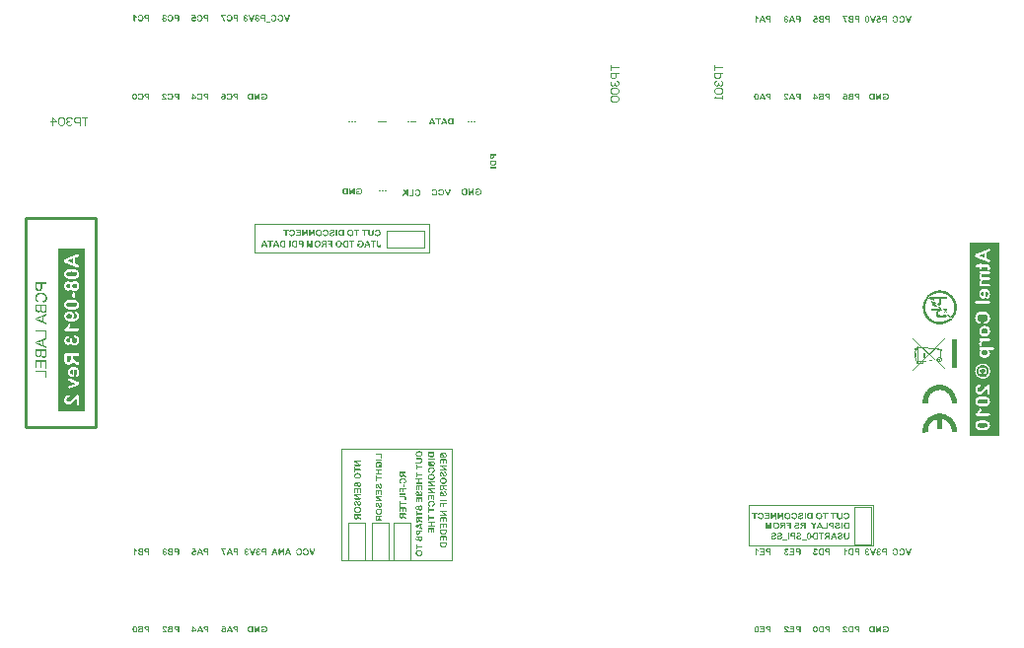
<source format=gbo>
%FSLAX43Y43*%
%MOMM*%
G71*
G01*
G75*
G04 Layer_Color=32896*
%ADD10R,0.762X0.762*%
%ADD11R,0.762X0.762*%
%ADD12R,1.200X1.200*%
%ADD13O,0.550X2.000*%
%ADD14O,2.000X0.550*%
%ADD15R,0.950X1.000*%
%ADD16R,3.200X3.200*%
%ADD17R,4.000X4.000*%
%ADD18R,1.500X0.800*%
%ADD19R,0.650X0.800*%
%ADD20R,0.600X0.900*%
%ADD21R,1.000X1.000*%
%ADD22R,0.800X1.000*%
%ADD23R,0.900X0.600*%
%ADD24R,0.700X0.700*%
%ADD25R,0.800X0.650*%
%ADD26R,1.300X0.600*%
%ADD27R,1.500X0.990*%
%ADD28R,1.500X3.280*%
%ADD29R,0.500X2.300*%
%ADD30R,2.000X2.500*%
%ADD31R,1.100X0.600*%
%ADD32R,1.100X1.000*%
%ADD33R,0.950X1.750*%
%ADD34R,1.000X1.600*%
%ADD35R,3.000X2.500*%
%ADD36R,1.950X0.600*%
%ADD37R,1.500X1.350*%
%ADD38R,1.150X1.350*%
%ADD39R,1.000X2.250*%
%ADD40R,1.300X0.450*%
%ADD41R,2.250X1.000*%
%ADD42C,0.175*%
%ADD43C,0.350*%
%ADD44C,0.400*%
%ADD45C,0.300*%
%ADD46C,0.229*%
%ADD47C,0.200*%
%ADD48R,0.300X0.900*%
%ADD49C,1.700*%
%ADD50R,1.700X1.700*%
%ADD51C,0.500*%
%ADD52C,3.600*%
%ADD53C,2.000*%
%ADD54O,1.200X2.000*%
G04:AMPARAMS|DCode=55|XSize=2.5mm|YSize=2mm|CornerRadius=0.7mm|HoleSize=0mm|Usage=FLASHONLY|Rotation=0.000|XOffset=0mm|YOffset=0mm|HoleType=Round|Shape=RoundedRectangle|*
%AMROUNDEDRECTD55*
21,1,2.500,0.600,0,0,0.0*
21,1,1.100,2.000,0,0,0.0*
1,1,1.400,0.550,-0.300*
1,1,1.400,-0.550,-0.300*
1,1,1.400,-0.550,0.300*
1,1,1.400,0.550,0.300*
%
%ADD55ROUNDEDRECTD55*%
%ADD56C,0.550*%
%ADD57C,0.500*%
%ADD58C,0.100*%
G04:AMPARAMS|DCode=59|XSize=2.524mm|YSize=2.524mm|CornerRadius=0mm|HoleSize=0mm|Usage=FLASHONLY|Rotation=0.000|XOffset=0mm|YOffset=0mm|HoleType=Round|Shape=Relief|Width=0.254mm|Gap=0.254mm|Entries=4|*
%AMTHD59*
7,0,0,2.524,2.016,0.254,45*
%
%ADD59THD59*%
%ADD60C,1.600*%
%ADD61C,1.500*%
G04:AMPARAMS|DCode=62|XSize=4.624mm|YSize=4.624mm|CornerRadius=0mm|HoleSize=0mm|Usage=FLASHONLY|Rotation=0.000|XOffset=0mm|YOffset=0mm|HoleType=Round|Shape=Relief|Width=0.254mm|Gap=0.254mm|Entries=4|*
%AMTHD62*
7,0,0,4.624,4.116,0.254,45*
%
%ADD62THD62*%
%ADD63C,2.600*%
%ADD64C,1.400*%
G04:AMPARAMS|DCode=65|XSize=2.424mm|YSize=2.424mm|CornerRadius=0mm|HoleSize=0mm|Usage=FLASHONLY|Rotation=0.000|XOffset=0mm|YOffset=0mm|HoleType=Round|Shape=Relief|Width=0.254mm|Gap=0.254mm|Entries=4|*
%AMTHD65*
7,0,0,2.424,1.916,0.254,45*
%
%ADD65THD65*%
%ADD66O,2.600X1.600*%
%ADD67C,0.850*%
%ADD68C,3.700*%
%AMTHOVALD69*
21,1,1.000,2.524,0,0,0.0*
1,1,2.524,-0.500,0.000*
1,1,2.524,0.500,0.000*
21,0,1.000,2.016,0,0,0.0*
1,0,2.016,-0.500,0.000*
1,0,2.016,0.500,0.000*
4,0,4,-0.410,-0.090,-1.303,-0.982,-1.482,-0.803,-0.590,0.090,-0.410,-0.090,0.0*
4,0,4,0.590,-0.090,1.482,0.803,1.303,0.982,0.410,0.090,0.590,-0.090,0.0*
4,0,4,-0.590,-0.090,-1.482,0.803,-1.303,0.982,-0.410,0.090,-0.590,-0.090,0.0*
4,0,4,0.410,-0.090,1.303,-0.982,1.482,-0.803,0.590,0.090,0.410,-0.090,0.0*
%
%ADD69THOVALD69*%

%ADD70R,1.000X0.950*%
%ADD71C,1.270*%
%ADD72R,0.900X0.300*%
%ADD73C,0.800*%
%ADD74C,0.254*%
%ADD75C,0.250*%
%ADD76C,0.150*%
%ADD77C,0.640*%
%ADD78C,0.125*%
%ADD79R,1.750X1.750*%
%ADD80R,1.700X1.700*%
%ADD81R,3.000X3.000*%
%ADD82R,0.510X0.500*%
%ADD83R,0.962X0.962*%
%ADD84R,0.962X0.962*%
%ADD85R,1.400X1.400*%
%ADD86O,0.750X2.200*%
%ADD87O,2.200X0.750*%
%ADD88R,1.150X1.200*%
%ADD89R,3.400X3.400*%
%ADD90R,4.200X4.200*%
%ADD91R,1.700X1.000*%
%ADD92R,0.850X1.000*%
%ADD93R,0.800X1.100*%
%ADD94R,1.200X1.200*%
%ADD95R,1.000X1.200*%
%ADD96R,1.100X0.800*%
%ADD97R,0.900X0.900*%
%ADD98R,1.000X0.850*%
%ADD99R,1.500X0.800*%
%ADD100R,1.700X1.190*%
%ADD101R,1.700X3.480*%
%ADD102R,0.700X2.500*%
%ADD103R,2.200X2.700*%
%ADD104R,1.300X0.800*%
%ADD105R,1.300X1.200*%
%ADD106R,1.150X1.950*%
%ADD107R,1.200X1.800*%
%ADD108R,3.200X2.700*%
%ADD109R,2.150X0.800*%
%ADD110R,1.700X1.550*%
%ADD111R,1.350X1.550*%
%ADD112R,1.200X2.450*%
%ADD113R,1.500X0.650*%
%ADD114R,2.450X1.200*%
%ADD115C,1.900*%
%ADD116R,1.900X1.900*%
%ADD117C,0.700*%
%ADD118C,3.800*%
%ADD119C,2.200*%
%ADD120O,1.400X2.200*%
G04:AMPARAMS|DCode=121|XSize=2.7mm|YSize=2.2mm|CornerRadius=0.8mm|HoleSize=0mm|Usage=FLASHONLY|Rotation=0.000|XOffset=0mm|YOffset=0mm|HoleType=Round|Shape=RoundedRectangle|*
%AMROUNDEDRECTD121*
21,1,2.700,0.600,0,0,0.0*
21,1,1.100,2.200,0,0,0.0*
1,1,1.600,0.550,-0.300*
1,1,1.600,-0.550,-0.300*
1,1,1.600,-0.550,0.300*
1,1,1.600,0.550,0.300*
%
%ADD121ROUNDEDRECTD121*%
%ADD122R,0.500X0.510*%
%ADD123R,1.200X1.150*%
%ADD124C,1.470*%
%ADD125C,1.000*%
%ADD126C,0.112*%
G36*
X65797Y7812D02*
X65812Y7812D01*
X65825Y7810D01*
X65836Y7807D01*
X65846Y7805D01*
X65853Y7803D01*
X65857Y7802D01*
X65859Y7801D01*
X65871Y7796D01*
X65881Y7791D01*
X65891Y7785D01*
X65900Y7780D01*
X65906Y7776D01*
X65911Y7772D01*
X65915Y7769D01*
X65916Y7769D01*
X65924Y7762D01*
X65931Y7754D01*
X65937Y7747D01*
X65942Y7741D01*
X65945Y7735D01*
X65948Y7731D01*
X65950Y7728D01*
X65951Y7727D01*
X65954Y7720D01*
X65957Y7713D01*
X65959Y7706D01*
X65960Y7699D01*
X65961Y7694D01*
X65962Y7690D01*
Y7687D01*
Y7686D01*
X65961Y7679D01*
X65960Y7673D01*
X65959Y7667D01*
X65956Y7663D01*
X65953Y7659D01*
X65952Y7656D01*
X65951Y7655D01*
X65950Y7654D01*
X65945Y7649D01*
X65940Y7647D01*
X65931Y7643D01*
X65927Y7642D01*
X65924Y7642D01*
X65922D01*
X65913Y7642D01*
X65905Y7644D01*
X65901Y7645D01*
X65899Y7646D01*
X65893Y7649D01*
X65888Y7654D01*
X65886Y7657D01*
X65885Y7658D01*
X65881Y7669D01*
X65875Y7679D01*
X65874Y7683D01*
X65872Y7686D01*
X65871Y7688D01*
Y7689D01*
X65865Y7700D01*
X65860Y7710D01*
X65858Y7713D01*
X65856Y7715D01*
X65854Y7716D01*
Y7717D01*
X65847Y7724D01*
X65839Y7729D01*
X65836Y7731D01*
X65833Y7733D01*
X65832Y7734D01*
X65831D01*
X65818Y7738D01*
X65806Y7740D01*
X65801Y7741D01*
X65793D01*
X65781Y7740D01*
X65770Y7737D01*
X65761Y7734D01*
X65753Y7730D01*
X65747Y7727D01*
X65742Y7723D01*
X65740Y7720D01*
X65739Y7720D01*
X65732Y7712D01*
X65727Y7703D01*
X65724Y7694D01*
X65721Y7687D01*
X65719Y7680D01*
X65718Y7675D01*
Y7670D01*
Y7670D01*
X65719Y7656D01*
X65722Y7644D01*
X65726Y7634D01*
X65731Y7626D01*
X65736Y7620D01*
X65740Y7614D01*
X65743Y7612D01*
X65744Y7611D01*
X65754Y7604D01*
X65764Y7599D01*
X65774Y7596D01*
X65783Y7593D01*
X65791Y7592D01*
X65797Y7591D01*
X65819D01*
X65829Y7590D01*
X65837Y7589D01*
X65844Y7587D01*
X65850Y7585D01*
X65854Y7583D01*
X65858Y7581D01*
X65860Y7580D01*
X65860Y7579D01*
X65865Y7575D01*
X65868Y7570D01*
X65870Y7565D01*
X65872Y7560D01*
X65873Y7556D01*
X65874Y7553D01*
Y7550D01*
Y7550D01*
X65873Y7543D01*
X65872Y7537D01*
X65867Y7529D01*
X65866Y7525D01*
X65864Y7522D01*
X65863Y7521D01*
X65862Y7521D01*
X65858Y7517D01*
X65853Y7514D01*
X65842Y7512D01*
X65837Y7511D01*
X65833Y7510D01*
X65825D01*
X65818Y7511D01*
X65812Y7512D01*
X65810D01*
X65799Y7513D01*
X65792Y7514D01*
X65786D01*
X65771Y7513D01*
X65757Y7510D01*
X65746Y7506D01*
X65736Y7501D01*
X65728Y7496D01*
X65723Y7493D01*
X65719Y7489D01*
X65718Y7488D01*
X65711Y7478D01*
X65704Y7466D01*
X65700Y7455D01*
X65697Y7444D01*
X65695Y7434D01*
X65694Y7425D01*
Y7420D01*
Y7419D01*
Y7418D01*
X65695Y7408D01*
X65697Y7397D01*
X65698Y7388D01*
X65701Y7380D01*
X65704Y7374D01*
X65706Y7370D01*
X65708Y7366D01*
X65709Y7366D01*
X65714Y7358D01*
X65720Y7351D01*
X65726Y7344D01*
X65732Y7340D01*
X65737Y7337D01*
X65741Y7333D01*
X65744Y7332D01*
X65745Y7331D01*
X65753Y7328D01*
X65761Y7325D01*
X65768Y7323D01*
X65775Y7322D01*
X65781Y7321D01*
X65786Y7320D01*
X65789D01*
X65804Y7321D01*
X65817Y7324D01*
X65828Y7328D01*
X65837Y7333D01*
X65844Y7337D01*
X65849Y7342D01*
X65853Y7344D01*
X65853Y7345D01*
X65861Y7356D01*
X65869Y7368D01*
X65876Y7381D01*
X65882Y7394D01*
X65888Y7406D01*
X65892Y7415D01*
X65894Y7418D01*
X65895Y7421D01*
X65896Y7422D01*
Y7423D01*
X65899Y7429D01*
X65903Y7434D01*
X65907Y7437D01*
X65908Y7438D01*
X65909D01*
X65916Y7443D01*
X65923Y7444D01*
X65927Y7445D01*
X65929D01*
X65937Y7444D01*
X65943Y7444D01*
X65949Y7441D01*
X65954Y7438D01*
X65959Y7436D01*
X65962Y7434D01*
X65964Y7432D01*
X65965Y7431D01*
X65969Y7426D01*
X65973Y7420D01*
X65975Y7415D01*
X65977Y7408D01*
X65978Y7404D01*
X65979Y7400D01*
Y7397D01*
Y7396D01*
X65978Y7389D01*
X65977Y7382D01*
X65973Y7368D01*
X65970Y7362D01*
X65968Y7357D01*
X65967Y7353D01*
X65966Y7352D01*
X65961Y7343D01*
X65956Y7334D01*
X65950Y7325D01*
X65945Y7318D01*
X65939Y7311D01*
X65935Y7307D01*
X65932Y7303D01*
X65931Y7302D01*
X65922Y7294D01*
X65912Y7286D01*
X65903Y7279D01*
X65893Y7273D01*
X65884Y7268D01*
X65878Y7264D01*
X65874Y7262D01*
X65872Y7261D01*
X65858Y7256D01*
X65844Y7252D01*
X65831Y7249D01*
X65818Y7247D01*
X65807Y7246D01*
X65798Y7245D01*
X65790D01*
X65774Y7246D01*
X65759Y7248D01*
X65745Y7250D01*
X65733Y7252D01*
X65723Y7255D01*
X65715Y7258D01*
X65711Y7259D01*
X65709Y7259D01*
X65696Y7266D01*
X65683Y7272D01*
X65673Y7278D01*
X65663Y7285D01*
X65656Y7290D01*
X65650Y7295D01*
X65647Y7298D01*
X65646Y7299D01*
X65636Y7309D01*
X65628Y7318D01*
X65620Y7328D01*
X65615Y7337D01*
X65611Y7344D01*
X65607Y7351D01*
X65605Y7354D01*
X65605Y7356D01*
X65600Y7368D01*
X65597Y7380D01*
X65594Y7392D01*
X65592Y7401D01*
X65591Y7410D01*
X65591Y7417D01*
Y7422D01*
Y7423D01*
Y7434D01*
X65592Y7444D01*
X65594Y7452D01*
X65596Y7460D01*
X65598Y7466D01*
X65599Y7472D01*
X65600Y7475D01*
X65601Y7476D01*
X65605Y7486D01*
X65610Y7493D01*
X65615Y7501D01*
X65620Y7508D01*
X65625Y7514D01*
X65628Y7518D01*
X65631Y7521D01*
X65632Y7521D01*
X65648Y7536D01*
X65656Y7543D01*
X65664Y7548D01*
X65670Y7552D01*
X65676Y7556D01*
X65680Y7557D01*
X65681Y7558D01*
X65670Y7568D01*
X65661Y7578D01*
X65653Y7586D01*
X65647Y7594D01*
X65641Y7601D01*
X65637Y7606D01*
X65635Y7610D01*
X65634Y7611D01*
X65629Y7621D01*
X65625Y7633D01*
X65622Y7643D01*
X65619Y7654D01*
X65619Y7663D01*
X65618Y7670D01*
Y7675D01*
Y7677D01*
X65619Y7687D01*
X65619Y7697D01*
X65621Y7706D01*
X65623Y7713D01*
X65626Y7720D01*
X65627Y7725D01*
X65628Y7728D01*
X65629Y7729D01*
X65633Y7739D01*
X65640Y7747D01*
X65645Y7755D01*
X65650Y7761D01*
X65655Y7767D01*
X65660Y7770D01*
X65662Y7773D01*
X65663Y7774D01*
X65672Y7781D01*
X65681Y7786D01*
X65690Y7791D01*
X65697Y7796D01*
X65705Y7798D01*
X65711Y7801D01*
X65714Y7803D01*
X65716D01*
X65727Y7806D01*
X65739Y7809D01*
X65750Y7811D01*
X65761Y7812D01*
X65769D01*
X65776Y7813D01*
X65782D01*
X65797Y7812D01*
D02*
G37*
G36*
X66420Y7810D02*
X66427Y7809D01*
X66434Y7807D01*
X66438Y7806D01*
X66441Y7805D01*
X66443Y7804D01*
X66444D01*
X66454Y7798D01*
X66461Y7790D01*
X66463Y7786D01*
X66464Y7784D01*
X66466Y7782D01*
Y7781D01*
X66470Y7768D01*
X66472Y7755D01*
X66473Y7750D01*
Y7746D01*
Y7742D01*
Y7741D01*
Y7323D01*
X66472Y7311D01*
X66470Y7300D01*
X66468Y7291D01*
X66465Y7284D01*
X66462Y7278D01*
X66460Y7274D01*
X66458Y7272D01*
X66457Y7271D01*
X66450Y7266D01*
X66442Y7262D01*
X66434Y7259D01*
X66425Y7257D01*
X66417Y7256D01*
X66411Y7255D01*
X66099D01*
X66089Y7256D01*
X66081Y7257D01*
X66075Y7259D01*
X66069Y7261D01*
X66065Y7264D01*
X66062Y7266D01*
X66060Y7266D01*
X66059Y7267D01*
X66055Y7273D01*
X66051Y7278D01*
X66050Y7283D01*
X66048Y7288D01*
X66047Y7292D01*
X66046Y7295D01*
Y7298D01*
Y7299D01*
X66047Y7306D01*
X66048Y7313D01*
X66051Y7318D01*
X66052Y7323D01*
X66055Y7326D01*
X66058Y7329D01*
X66058Y7330D01*
X66059Y7331D01*
X66065Y7336D01*
X66071Y7339D01*
X66078Y7341D01*
X66084Y7343D01*
X66090Y7344D01*
X66094Y7344D01*
X66361D01*
Y7502D01*
X66128D01*
X66118Y7503D01*
X66110Y7504D01*
X66104Y7506D01*
X66099Y7508D01*
X66094Y7510D01*
X66092Y7512D01*
X66090Y7513D01*
X66089Y7514D01*
X66085Y7519D01*
X66082Y7523D01*
X66079Y7534D01*
X66078Y7538D01*
X66077Y7542D01*
Y7543D01*
Y7544D01*
X66078Y7551D01*
X66079Y7557D01*
X66081Y7563D01*
X66083Y7567D01*
X66086Y7571D01*
X66088Y7573D01*
X66089Y7574D01*
X66090Y7575D01*
X66095Y7579D01*
X66101Y7582D01*
X66114Y7585D01*
X66119Y7586D01*
X66123Y7587D01*
X66361D01*
Y7724D01*
X66108D01*
X66098Y7725D01*
X66090Y7726D01*
X66084Y7727D01*
X66078Y7730D01*
X66073Y7732D01*
X66071Y7734D01*
X66069Y7734D01*
X66068Y7735D01*
X66064Y7741D01*
X66060Y7746D01*
X66058Y7751D01*
X66057Y7755D01*
X66056Y7760D01*
X66055Y7763D01*
Y7766D01*
Y7767D01*
X66056Y7774D01*
X66057Y7780D01*
X66059Y7785D01*
X66061Y7790D01*
X66064Y7793D01*
X66066Y7797D01*
X66067Y7798D01*
X66068Y7798D01*
X66073Y7803D01*
X66080Y7805D01*
X66093Y7809D01*
X66099Y7810D01*
X66103Y7811D01*
X66413D01*
X66420Y7810D01*
D02*
G37*
G36*
X66932D02*
X66944Y7808D01*
X66952Y7805D01*
X66960Y7803D01*
X66966Y7799D01*
X66970Y7797D01*
X66972Y7795D01*
X66973Y7794D01*
X66979Y7787D01*
X66983Y7779D01*
X66986Y7770D01*
X66988Y7762D01*
X66989Y7754D01*
X66990Y7748D01*
Y7743D01*
Y7741D01*
Y7313D01*
X66989Y7302D01*
X66987Y7291D01*
X66986Y7282D01*
X66982Y7275D01*
X66979Y7269D01*
X66978Y7266D01*
X66976Y7263D01*
X66975Y7262D01*
X66969Y7257D01*
X66962Y7252D01*
X66955Y7250D01*
X66949Y7247D01*
X66943Y7246D01*
X66938Y7245D01*
X66934D01*
X66925Y7246D01*
X66918Y7248D01*
X66911Y7251D01*
X66905Y7254D01*
X66901Y7257D01*
X66897Y7259D01*
X66895Y7261D01*
X66894Y7262D01*
X66889Y7269D01*
X66885Y7278D01*
X66882Y7286D01*
X66880Y7295D01*
X66879Y7302D01*
X66878Y7309D01*
Y7312D01*
Y7314D01*
Y7472D01*
X66775D01*
X66757Y7472D01*
X66739Y7473D01*
X66723Y7476D01*
X66707Y7479D01*
X66693Y7481D01*
X66681Y7486D01*
X66669Y7489D01*
X66659Y7493D01*
X66649Y7497D01*
X66641Y7501D01*
X66634Y7505D01*
X66629Y7507D01*
X66625Y7511D01*
X66622Y7513D01*
X66620Y7514D01*
X66619Y7514D01*
X66610Y7523D01*
X66602Y7533D01*
X66595Y7543D01*
X66589Y7553D01*
X66583Y7564D01*
X66580Y7575D01*
X66573Y7595D01*
X66571Y7605D01*
X66569Y7614D01*
X66568Y7622D01*
X66568Y7629D01*
X66567Y7635D01*
Y7640D01*
Y7642D01*
Y7643D01*
X66568Y7658D01*
X66568Y7671D01*
X66571Y7684D01*
X66573Y7694D01*
X66576Y7703D01*
X66578Y7710D01*
X66579Y7713D01*
X66580Y7715D01*
X66585Y7727D01*
X66591Y7737D01*
X66597Y7746D01*
X66604Y7754D01*
X66609Y7760D01*
X66613Y7765D01*
X66617Y7768D01*
X66618Y7769D01*
X66627Y7776D01*
X66637Y7784D01*
X66646Y7789D01*
X66656Y7793D01*
X66664Y7796D01*
X66670Y7798D01*
X66675Y7800D01*
X66676D01*
X66690Y7804D01*
X66706Y7806D01*
X66723Y7808D01*
X66739Y7810D01*
X66753D01*
X66760Y7811D01*
X66919D01*
X66932Y7810D01*
D02*
G37*
G36*
X63201Y7812D02*
X63205Y7812D01*
X63208Y7810D01*
X63212Y7807D01*
X63214Y7806D01*
X63217Y7803D01*
X63221Y7798D01*
X63225Y7791D01*
X63230Y7785D01*
X63234Y7779D01*
X63238Y7774D01*
X63240Y7771D01*
X63241Y7769D01*
X63249Y7759D01*
X63258Y7749D01*
X63266Y7740D01*
X63274Y7732D01*
X63281Y7726D01*
X63286Y7720D01*
X63289Y7717D01*
X63290Y7716D01*
X63301Y7707D01*
X63313Y7699D01*
X63325Y7691D01*
X63337Y7684D01*
X63347Y7679D01*
X63355Y7675D01*
X63359Y7673D01*
X63361Y7672D01*
X63362Y7671D01*
X63363D01*
X63374Y7666D01*
X63382Y7661D01*
X63390Y7657D01*
X63396Y7654D01*
X63401Y7650D01*
X63403Y7649D01*
X63405Y7648D01*
X63406Y7647D01*
X63410Y7643D01*
X63413Y7639D01*
X63416Y7629D01*
X63417Y7626D01*
X63418Y7622D01*
Y7620D01*
Y7619D01*
X63417Y7613D01*
X63416Y7607D01*
X63412Y7598D01*
X63409Y7594D01*
X63408Y7592D01*
X63407Y7591D01*
X63406Y7590D01*
X63401Y7585D01*
X63395Y7583D01*
X63387Y7579D01*
X63382Y7578D01*
X63380Y7578D01*
X63377D01*
X63370Y7578D01*
X63362Y7581D01*
X63353Y7585D01*
X63343Y7589D01*
X63321Y7601D01*
X63300Y7614D01*
X63280Y7628D01*
X63271Y7635D01*
X63263Y7640D01*
X63256Y7644D01*
X63252Y7648D01*
X63248Y7650D01*
X63247Y7651D01*
Y7306D01*
X63246Y7295D01*
X63246Y7287D01*
X63243Y7279D01*
X63240Y7272D01*
X63239Y7267D01*
X63236Y7263D01*
X63235Y7261D01*
X63234Y7260D01*
X63229Y7255D01*
X63222Y7252D01*
X63216Y7249D01*
X63210Y7247D01*
X63204Y7246D01*
X63200Y7245D01*
X63197D01*
X63188Y7246D01*
X63179Y7249D01*
X63173Y7252D01*
X63167Y7257D01*
X63161Y7263D01*
X63157Y7269D01*
X63151Y7283D01*
X63147Y7297D01*
X63147Y7303D01*
X63146Y7309D01*
X63145Y7314D01*
Y7317D01*
Y7320D01*
Y7321D01*
Y7755D01*
X63146Y7764D01*
X63147Y7773D01*
X63148Y7780D01*
X63151Y7786D01*
X63154Y7791D01*
X63155Y7795D01*
X63156Y7797D01*
X63157Y7798D01*
X63162Y7803D01*
X63168Y7806D01*
X63173Y7810D01*
X63178Y7812D01*
X63183Y7812D01*
X63186Y7813D01*
X63196D01*
X63201Y7812D01*
D02*
G37*
G36*
X63870Y7810D02*
X63877Y7809D01*
X63884Y7807D01*
X63888Y7806D01*
X63891Y7805D01*
X63893Y7804D01*
X63894D01*
X63904Y7798D01*
X63911Y7790D01*
X63913Y7786D01*
X63914Y7784D01*
X63916Y7782D01*
Y7781D01*
X63920Y7768D01*
X63922Y7755D01*
X63923Y7750D01*
Y7746D01*
Y7742D01*
Y7741D01*
Y7323D01*
X63922Y7311D01*
X63920Y7300D01*
X63918Y7291D01*
X63915Y7284D01*
X63912Y7278D01*
X63910Y7274D01*
X63908Y7272D01*
X63907Y7271D01*
X63900Y7266D01*
X63892Y7262D01*
X63884Y7259D01*
X63875Y7257D01*
X63867Y7256D01*
X63861Y7255D01*
X63549D01*
X63539Y7256D01*
X63531Y7257D01*
X63525Y7259D01*
X63519Y7261D01*
X63515Y7264D01*
X63512Y7266D01*
X63510Y7266D01*
X63509Y7267D01*
X63505Y7273D01*
X63501Y7278D01*
X63500Y7283D01*
X63498Y7288D01*
X63497Y7292D01*
X63496Y7295D01*
Y7298D01*
Y7299D01*
X63497Y7306D01*
X63498Y7313D01*
X63501Y7318D01*
X63502Y7323D01*
X63505Y7326D01*
X63508Y7329D01*
X63508Y7330D01*
X63509Y7331D01*
X63515Y7336D01*
X63521Y7339D01*
X63528Y7341D01*
X63534Y7343D01*
X63540Y7344D01*
X63544Y7344D01*
X63811D01*
Y7502D01*
X63578D01*
X63568Y7503D01*
X63560Y7504D01*
X63554Y7506D01*
X63549Y7508D01*
X63544Y7510D01*
X63542Y7512D01*
X63540Y7513D01*
X63539Y7514D01*
X63535Y7519D01*
X63532Y7523D01*
X63529Y7534D01*
X63528Y7538D01*
X63527Y7542D01*
Y7543D01*
Y7544D01*
X63528Y7551D01*
X63529Y7557D01*
X63531Y7563D01*
X63533Y7567D01*
X63536Y7571D01*
X63538Y7573D01*
X63539Y7574D01*
X63540Y7575D01*
X63545Y7579D01*
X63551Y7582D01*
X63564Y7585D01*
X63569Y7586D01*
X63573Y7587D01*
X63811D01*
Y7724D01*
X63558D01*
X63548Y7725D01*
X63540Y7726D01*
X63534Y7727D01*
X63528Y7730D01*
X63523Y7732D01*
X63521Y7734D01*
X63519Y7734D01*
X63518Y7735D01*
X63514Y7741D01*
X63510Y7746D01*
X63508Y7751D01*
X63507Y7755D01*
X63506Y7760D01*
X63505Y7763D01*
Y7766D01*
Y7767D01*
X63506Y7774D01*
X63507Y7780D01*
X63509Y7785D01*
X63511Y7790D01*
X63514Y7793D01*
X63516Y7797D01*
X63517Y7798D01*
X63518Y7798D01*
X63523Y7803D01*
X63530Y7805D01*
X63543Y7809D01*
X63549Y7810D01*
X63553Y7811D01*
X63863D01*
X63870Y7810D01*
D02*
G37*
G36*
X64382D02*
X64394Y7808D01*
X64402Y7805D01*
X64410Y7803D01*
X64416Y7799D01*
X64420Y7797D01*
X64422Y7795D01*
X64423Y7794D01*
X64429Y7787D01*
X64433Y7779D01*
X64436Y7770D01*
X64438Y7762D01*
X64439Y7754D01*
X64440Y7748D01*
Y7743D01*
Y7741D01*
Y7313D01*
X64439Y7302D01*
X64437Y7291D01*
X64436Y7282D01*
X64432Y7275D01*
X64429Y7269D01*
X64428Y7266D01*
X64426Y7263D01*
X64425Y7262D01*
X64419Y7257D01*
X64412Y7252D01*
X64405Y7250D01*
X64399Y7247D01*
X64393Y7246D01*
X64388Y7245D01*
X64384D01*
X64375Y7246D01*
X64368Y7248D01*
X64361Y7251D01*
X64355Y7254D01*
X64351Y7257D01*
X64347Y7259D01*
X64345Y7261D01*
X64344Y7262D01*
X64339Y7269D01*
X64335Y7278D01*
X64332Y7286D01*
X64330Y7295D01*
X64329Y7302D01*
X64328Y7309D01*
Y7312D01*
Y7314D01*
Y7472D01*
X64225D01*
X64207Y7472D01*
X64188Y7473D01*
X64173Y7476D01*
X64157Y7479D01*
X64143Y7481D01*
X64131Y7486D01*
X64119Y7489D01*
X64109Y7493D01*
X64099Y7497D01*
X64091Y7501D01*
X64084Y7505D01*
X64079Y7507D01*
X64075Y7511D01*
X64072Y7513D01*
X64070Y7514D01*
X64069Y7514D01*
X64060Y7523D01*
X64052Y7533D01*
X64045Y7543D01*
X64039Y7553D01*
X64033Y7564D01*
X64030Y7575D01*
X64023Y7595D01*
X64021Y7605D01*
X64019Y7614D01*
X64019Y7622D01*
X64018Y7629D01*
X64017Y7635D01*
Y7640D01*
Y7642D01*
Y7643D01*
X64018Y7658D01*
X64019Y7671D01*
X64021Y7684D01*
X64023Y7694D01*
X64026Y7703D01*
X64028Y7710D01*
X64029Y7713D01*
X64030Y7715D01*
X64035Y7727D01*
X64041Y7737D01*
X64047Y7746D01*
X64054Y7754D01*
X64059Y7760D01*
X64063Y7765D01*
X64067Y7768D01*
X64068Y7769D01*
X64077Y7776D01*
X64087Y7784D01*
X64096Y7789D01*
X64106Y7793D01*
X64114Y7796D01*
X64120Y7798D01*
X64125Y7800D01*
X64126D01*
X64140Y7804D01*
X64156Y7806D01*
X64173Y7808D01*
X64188Y7810D01*
X64203D01*
X64210Y7811D01*
X64369D01*
X64382Y7810D01*
D02*
G37*
G36*
X68265Y7812D02*
X68280Y7812D01*
X68293Y7810D01*
X68304Y7807D01*
X68314Y7805D01*
X68321Y7803D01*
X68325Y7802D01*
X68327Y7801D01*
X68339Y7796D01*
X68350Y7791D01*
X68359Y7785D01*
X68368Y7780D01*
X68374Y7776D01*
X68379Y7772D01*
X68383Y7769D01*
X68384Y7769D01*
X68392Y7762D01*
X68399Y7754D01*
X68405Y7747D01*
X68410Y7741D01*
X68413Y7735D01*
X68416Y7731D01*
X68418Y7728D01*
X68419Y7727D01*
X68422Y7720D01*
X68425Y7713D01*
X68428Y7706D01*
X68428Y7699D01*
X68429Y7694D01*
X68430Y7690D01*
Y7687D01*
Y7686D01*
X68429Y7679D01*
X68428Y7673D01*
X68427Y7667D01*
X68424Y7663D01*
X68421Y7659D01*
X68420Y7656D01*
X68419Y7655D01*
X68418Y7654D01*
X68413Y7649D01*
X68408Y7647D01*
X68399Y7643D01*
X68395Y7642D01*
X68392Y7642D01*
X68390D01*
X68381Y7642D01*
X68373Y7644D01*
X68369Y7645D01*
X68367Y7646D01*
X68361Y7649D01*
X68357Y7654D01*
X68354Y7657D01*
X68353Y7658D01*
X68349Y7669D01*
X68343Y7679D01*
X68342Y7683D01*
X68340Y7686D01*
X68339Y7688D01*
Y7689D01*
X68333Y7700D01*
X68328Y7710D01*
X68326Y7713D01*
X68324Y7715D01*
X68322Y7716D01*
Y7717D01*
X68315Y7724D01*
X68307Y7729D01*
X68304Y7731D01*
X68301Y7733D01*
X68300Y7734D01*
X68299D01*
X68286Y7738D01*
X68274Y7740D01*
X68269Y7741D01*
X68261D01*
X68249Y7740D01*
X68238Y7737D01*
X68229Y7734D01*
X68221Y7730D01*
X68215Y7727D01*
X68210Y7723D01*
X68208Y7720D01*
X68207Y7720D01*
X68200Y7712D01*
X68195Y7703D01*
X68192Y7694D01*
X68189Y7687D01*
X68187Y7680D01*
X68187Y7675D01*
Y7670D01*
Y7670D01*
X68187Y7656D01*
X68190Y7644D01*
X68194Y7634D01*
X68199Y7626D01*
X68204Y7620D01*
X68208Y7614D01*
X68211Y7612D01*
X68212Y7611D01*
X68222Y7604D01*
X68232Y7599D01*
X68242Y7596D01*
X68251Y7593D01*
X68259Y7592D01*
X68265Y7591D01*
X68287D01*
X68297Y7590D01*
X68305Y7589D01*
X68312Y7587D01*
X68318Y7585D01*
X68322Y7583D01*
X68326Y7581D01*
X68328Y7580D01*
X68328Y7579D01*
X68333Y7575D01*
X68336Y7570D01*
X68338Y7565D01*
X68340Y7560D01*
X68341Y7556D01*
X68342Y7553D01*
Y7550D01*
Y7550D01*
X68341Y7543D01*
X68340Y7537D01*
X68336Y7529D01*
X68334Y7525D01*
X68332Y7522D01*
X68331Y7521D01*
X68330Y7521D01*
X68326Y7517D01*
X68321Y7514D01*
X68310Y7512D01*
X68305Y7511D01*
X68301Y7510D01*
X68293D01*
X68286Y7511D01*
X68280Y7512D01*
X68278D01*
X68267Y7513D01*
X68260Y7514D01*
X68254D01*
X68239Y7513D01*
X68225Y7510D01*
X68214Y7506D01*
X68204Y7501D01*
X68196Y7496D01*
X68191Y7493D01*
X68187Y7489D01*
X68187Y7488D01*
X68179Y7478D01*
X68173Y7466D01*
X68168Y7455D01*
X68165Y7444D01*
X68163Y7434D01*
X68162Y7425D01*
Y7420D01*
Y7419D01*
Y7418D01*
X68163Y7408D01*
X68165Y7397D01*
X68166Y7388D01*
X68169Y7380D01*
X68173Y7374D01*
X68174Y7370D01*
X68176Y7366D01*
X68177Y7366D01*
X68182Y7358D01*
X68188Y7351D01*
X68194Y7344D01*
X68200Y7340D01*
X68205Y7337D01*
X68209Y7333D01*
X68212Y7332D01*
X68213Y7331D01*
X68221Y7328D01*
X68229Y7325D01*
X68236Y7323D01*
X68243Y7322D01*
X68249Y7321D01*
X68254Y7320D01*
X68258D01*
X68272Y7321D01*
X68285Y7324D01*
X68296Y7328D01*
X68305Y7333D01*
X68312Y7337D01*
X68317Y7342D01*
X68321Y7344D01*
X68321Y7345D01*
X68329Y7356D01*
X68337Y7368D01*
X68344Y7381D01*
X68350Y7394D01*
X68356Y7406D01*
X68360Y7415D01*
X68362Y7418D01*
X68363Y7421D01*
X68364Y7422D01*
Y7423D01*
X68367Y7429D01*
X68371Y7434D01*
X68375Y7437D01*
X68376Y7438D01*
X68377D01*
X68384Y7443D01*
X68391Y7444D01*
X68395Y7445D01*
X68397D01*
X68405Y7444D01*
X68411Y7444D01*
X68417Y7441D01*
X68422Y7438D01*
X68427Y7436D01*
X68430Y7434D01*
X68432Y7432D01*
X68433Y7431D01*
X68437Y7426D01*
X68441Y7420D01*
X68443Y7415D01*
X68445Y7408D01*
X68446Y7404D01*
X68447Y7400D01*
Y7397D01*
Y7396D01*
X68446Y7389D01*
X68445Y7382D01*
X68441Y7368D01*
X68438Y7362D01*
X68436Y7357D01*
X68435Y7353D01*
X68435Y7352D01*
X68429Y7343D01*
X68424Y7334D01*
X68418Y7325D01*
X68413Y7318D01*
X68407Y7311D01*
X68403Y7307D01*
X68400Y7303D01*
X68399Y7302D01*
X68390Y7294D01*
X68380Y7286D01*
X68371Y7279D01*
X68361Y7273D01*
X68352Y7268D01*
X68346Y7264D01*
X68342Y7262D01*
X68340Y7261D01*
X68326Y7256D01*
X68312Y7252D01*
X68299Y7249D01*
X68286Y7247D01*
X68275Y7246D01*
X68266Y7245D01*
X68258D01*
X68242Y7246D01*
X68227Y7248D01*
X68213Y7250D01*
X68201Y7252D01*
X68191Y7255D01*
X68183Y7258D01*
X68179Y7259D01*
X68177Y7259D01*
X68164Y7266D01*
X68151Y7272D01*
X68141Y7278D01*
X68131Y7285D01*
X68124Y7290D01*
X68118Y7295D01*
X68115Y7298D01*
X68114Y7299D01*
X68104Y7309D01*
X68096Y7318D01*
X68088Y7328D01*
X68083Y7337D01*
X68079Y7344D01*
X68075Y7351D01*
X68073Y7354D01*
X68073Y7356D01*
X68068Y7368D01*
X68065Y7380D01*
X68062Y7392D01*
X68060Y7401D01*
X68059Y7410D01*
X68059Y7417D01*
Y7422D01*
Y7423D01*
Y7434D01*
X68060Y7444D01*
X68062Y7452D01*
X68064Y7460D01*
X68066Y7466D01*
X68067Y7472D01*
X68068Y7475D01*
X68069Y7476D01*
X68073Y7486D01*
X68078Y7493D01*
X68083Y7501D01*
X68088Y7508D01*
X68093Y7514D01*
X68096Y7518D01*
X68099Y7521D01*
X68100Y7521D01*
X68116Y7536D01*
X68124Y7543D01*
X68132Y7548D01*
X68138Y7552D01*
X68144Y7556D01*
X68148Y7557D01*
X68149Y7558D01*
X68138Y7568D01*
X68129Y7578D01*
X68121Y7586D01*
X68115Y7594D01*
X68109Y7601D01*
X68105Y7606D01*
X68103Y7610D01*
X68102Y7611D01*
X68097Y7621D01*
X68093Y7633D01*
X68090Y7643D01*
X68088Y7654D01*
X68087Y7663D01*
X68086Y7670D01*
Y7675D01*
Y7677D01*
X68087Y7687D01*
X68088Y7697D01*
X68089Y7706D01*
X68091Y7713D01*
X68094Y7720D01*
X68095Y7725D01*
X68096Y7728D01*
X68097Y7729D01*
X68102Y7739D01*
X68108Y7747D01*
X68113Y7755D01*
X68118Y7761D01*
X68123Y7767D01*
X68128Y7770D01*
X68130Y7773D01*
X68131Y7774D01*
X68140Y7781D01*
X68149Y7786D01*
X68158Y7791D01*
X68165Y7796D01*
X68173Y7798D01*
X68179Y7801D01*
X68182Y7803D01*
X68184D01*
X68195Y7806D01*
X68207Y7809D01*
X68218Y7811D01*
X68229Y7812D01*
X68237D01*
X68244Y7813D01*
X68251D01*
X68265Y7812D01*
D02*
G37*
G36*
X71491Y7810D02*
X71502Y7808D01*
X71511Y7805D01*
X71518Y7803D01*
X71524Y7799D01*
X71528Y7797D01*
X71530Y7795D01*
X71531Y7794D01*
X71537Y7787D01*
X71540Y7779D01*
X71544Y7770D01*
X71545Y7762D01*
X71546Y7754D01*
X71547Y7748D01*
Y7743D01*
Y7741D01*
Y7334D01*
Y7324D01*
X71546Y7316D01*
X71545Y7309D01*
X71544Y7302D01*
Y7297D01*
X71544Y7293D01*
X71543Y7291D01*
Y7290D01*
X71541Y7284D01*
X71537Y7279D01*
X71531Y7271D01*
X71525Y7266D01*
X71523Y7265D01*
X71523Y7264D01*
X71516Y7261D01*
X71509Y7259D01*
X71494Y7256D01*
X71487D01*
X71481Y7255D01*
X71316D01*
X71303Y7256D01*
X71291Y7257D01*
X71282Y7258D01*
X71273D01*
X71267Y7259D01*
X71263Y7259D01*
X71261D01*
X71250Y7262D01*
X71240Y7265D01*
X71230Y7267D01*
X71221Y7270D01*
X71214Y7273D01*
X71209Y7274D01*
X71205Y7275D01*
X71204Y7276D01*
X71186Y7287D01*
X71177Y7292D01*
X71170Y7297D01*
X71164Y7302D01*
X71159Y7305D01*
X71156Y7308D01*
X71155Y7309D01*
X71146Y7319D01*
X71136Y7329D01*
X71128Y7339D01*
X71121Y7348D01*
X71116Y7356D01*
X71112Y7363D01*
X71110Y7366D01*
X71109Y7368D01*
X71103Y7381D01*
X71097Y7394D01*
X71092Y7407D01*
X71089Y7418D01*
X71085Y7428D01*
X71084Y7436D01*
X71082Y7441D01*
Y7442D01*
Y7443D01*
X71077Y7474D01*
X71075Y7490D01*
X71074Y7504D01*
X71073Y7516D01*
Y7525D01*
Y7529D01*
Y7531D01*
Y7533D01*
Y7534D01*
X71074Y7561D01*
X71077Y7587D01*
X71081Y7611D01*
X71086Y7633D01*
X71093Y7654D01*
X71100Y7672D01*
X71108Y7689D01*
X71116Y7704D01*
X71125Y7717D01*
X71133Y7728D01*
X71140Y7738D01*
X71146Y7746D01*
X71152Y7752D01*
X71156Y7756D01*
X71159Y7759D01*
X71160Y7760D01*
X71173Y7769D01*
X71185Y7778D01*
X71198Y7785D01*
X71210Y7791D01*
X71219Y7794D01*
X71227Y7798D01*
X71233Y7798D01*
X71233Y7799D01*
X71234D01*
X71250Y7803D01*
X71267Y7806D01*
X71283Y7808D01*
X71299Y7809D01*
X71312Y7810D01*
X71318Y7811D01*
X71479D01*
X71491Y7810D01*
D02*
G37*
G36*
X72007D02*
X72019Y7808D01*
X72027Y7805D01*
X72035Y7803D01*
X72041Y7799D01*
X72045Y7797D01*
X72047Y7795D01*
X72048Y7794D01*
X72054Y7787D01*
X72058Y7779D01*
X72061Y7770D01*
X72063Y7762D01*
X72064Y7754D01*
X72065Y7748D01*
Y7743D01*
Y7741D01*
Y7313D01*
X72064Y7302D01*
X72062Y7291D01*
X72061Y7282D01*
X72057Y7275D01*
X72054Y7269D01*
X72053Y7266D01*
X72051Y7263D01*
X72050Y7262D01*
X72044Y7257D01*
X72037Y7252D01*
X72030Y7250D01*
X72024Y7247D01*
X72018Y7246D01*
X72013Y7245D01*
X72009D01*
X72000Y7246D01*
X71993Y7248D01*
X71986Y7251D01*
X71980Y7254D01*
X71976Y7257D01*
X71972Y7259D01*
X71970Y7261D01*
X71969Y7262D01*
X71964Y7269D01*
X71960Y7278D01*
X71957Y7286D01*
X71955Y7295D01*
X71954Y7302D01*
X71953Y7309D01*
Y7312D01*
Y7314D01*
Y7472D01*
X71850D01*
X71832Y7472D01*
X71813Y7473D01*
X71798Y7476D01*
X71782Y7479D01*
X71768Y7481D01*
X71756Y7486D01*
X71744Y7489D01*
X71734Y7493D01*
X71724Y7497D01*
X71716Y7501D01*
X71709Y7505D01*
X71704Y7507D01*
X71700Y7511D01*
X71697Y7513D01*
X71695Y7514D01*
X71694Y7514D01*
X71685Y7523D01*
X71677Y7533D01*
X71670Y7543D01*
X71664Y7553D01*
X71658Y7564D01*
X71655Y7575D01*
X71648Y7595D01*
X71646Y7605D01*
X71644Y7614D01*
X71644Y7622D01*
X71643Y7629D01*
X71642Y7635D01*
Y7640D01*
Y7642D01*
Y7643D01*
X71643Y7658D01*
X71644Y7671D01*
X71646Y7684D01*
X71648Y7694D01*
X71651Y7703D01*
X71653Y7710D01*
X71654Y7713D01*
X71655Y7715D01*
X71660Y7727D01*
X71666Y7737D01*
X71672Y7746D01*
X71679Y7754D01*
X71684Y7760D01*
X71688Y7765D01*
X71692Y7768D01*
X71693Y7769D01*
X71702Y7776D01*
X71712Y7784D01*
X71721Y7789D01*
X71731Y7793D01*
X71739Y7796D01*
X71745Y7798D01*
X71750Y7800D01*
X71751D01*
X71765Y7804D01*
X71781Y7806D01*
X71798Y7808D01*
X71813Y7810D01*
X71828D01*
X71835Y7811D01*
X71994D01*
X72007Y7810D01*
D02*
G37*
G36*
X63870Y1159D02*
X63877Y1159D01*
X63884Y1157D01*
X63888Y1156D01*
X63891Y1154D01*
X63893Y1153D01*
X63894D01*
X63904Y1147D01*
X63911Y1139D01*
X63913Y1136D01*
X63914Y1133D01*
X63916Y1131D01*
Y1131D01*
X63920Y1117D01*
X63922Y1105D01*
X63923Y1100D01*
Y1095D01*
Y1092D01*
Y1091D01*
Y673D01*
X63922Y661D01*
X63920Y649D01*
X63918Y641D01*
X63915Y634D01*
X63912Y628D01*
X63910Y624D01*
X63908Y621D01*
X63907Y621D01*
X63900Y615D01*
X63892Y612D01*
X63884Y608D01*
X63875Y607D01*
X63867Y606D01*
X63861Y605D01*
X63549D01*
X63539Y606D01*
X63531Y607D01*
X63525Y608D01*
X63519Y611D01*
X63515Y614D01*
X63512Y615D01*
X63510Y616D01*
X63509Y617D01*
X63505Y622D01*
X63501Y628D01*
X63500Y633D01*
X63498Y637D01*
X63497Y642D01*
X63496Y645D01*
Y648D01*
Y649D01*
X63497Y656D01*
X63498Y663D01*
X63501Y668D01*
X63502Y672D01*
X63505Y676D01*
X63508Y678D01*
X63508Y680D01*
X63509Y681D01*
X63515Y685D01*
X63521Y689D01*
X63528Y691D01*
X63534Y692D01*
X63540Y693D01*
X63544Y694D01*
X63811D01*
Y852D01*
X63578D01*
X63568Y853D01*
X63560Y854D01*
X63554Y855D01*
X63549Y858D01*
X63544Y860D01*
X63542Y862D01*
X63540Y862D01*
X63539Y863D01*
X63535Y869D01*
X63532Y873D01*
X63529Y883D01*
X63528Y888D01*
X63527Y891D01*
Y893D01*
Y894D01*
X63528Y901D01*
X63529Y907D01*
X63531Y912D01*
X63533Y917D01*
X63536Y920D01*
X63538Y923D01*
X63539Y924D01*
X63540Y925D01*
X63545Y929D01*
X63551Y932D01*
X63564Y935D01*
X63569Y936D01*
X63573Y937D01*
X63811D01*
Y1074D01*
X63558D01*
X63548Y1074D01*
X63540Y1075D01*
X63534Y1077D01*
X63528Y1080D01*
X63523Y1081D01*
X63521Y1083D01*
X63519Y1084D01*
X63518Y1085D01*
X63514Y1090D01*
X63510Y1095D01*
X63508Y1101D01*
X63507Y1105D01*
X63506Y1110D01*
X63505Y1113D01*
Y1116D01*
Y1117D01*
X63506Y1124D01*
X63507Y1130D01*
X63509Y1135D01*
X63511Y1139D01*
X63514Y1143D01*
X63516Y1146D01*
X63517Y1147D01*
X63518Y1148D01*
X63523Y1152D01*
X63530Y1155D01*
X63543Y1159D01*
X63549Y1159D01*
X63553Y1160D01*
X63863D01*
X63870Y1159D01*
D02*
G37*
G36*
X68941Y7810D02*
X68952Y7808D01*
X68961Y7805D01*
X68968Y7803D01*
X68974Y7799D01*
X68978Y7797D01*
X68980Y7795D01*
X68981Y7794D01*
X68987Y7787D01*
X68990Y7779D01*
X68994Y7770D01*
X68995Y7762D01*
X68996Y7754D01*
X68997Y7748D01*
Y7743D01*
Y7741D01*
Y7334D01*
Y7324D01*
X68996Y7316D01*
X68995Y7309D01*
X68994Y7302D01*
Y7297D01*
X68994Y7293D01*
X68993Y7291D01*
Y7290D01*
X68991Y7284D01*
X68987Y7279D01*
X68981Y7271D01*
X68975Y7266D01*
X68973Y7265D01*
X68973Y7264D01*
X68966Y7261D01*
X68959Y7259D01*
X68944Y7256D01*
X68937D01*
X68931Y7255D01*
X68766D01*
X68753Y7256D01*
X68741Y7257D01*
X68732Y7258D01*
X68723D01*
X68717Y7259D01*
X68713Y7259D01*
X68711D01*
X68700Y7262D01*
X68690Y7265D01*
X68680Y7267D01*
X68671Y7270D01*
X68664Y7273D01*
X68659Y7274D01*
X68655Y7275D01*
X68654Y7276D01*
X68636Y7287D01*
X68627Y7292D01*
X68620Y7297D01*
X68614Y7302D01*
X68609Y7305D01*
X68606Y7308D01*
X68605Y7309D01*
X68596Y7319D01*
X68586Y7329D01*
X68578Y7339D01*
X68571Y7348D01*
X68566Y7356D01*
X68562Y7363D01*
X68560Y7366D01*
X68559Y7368D01*
X68553Y7381D01*
X68547Y7394D01*
X68542Y7407D01*
X68539Y7418D01*
X68535Y7428D01*
X68534Y7436D01*
X68532Y7441D01*
Y7442D01*
Y7443D01*
X68527Y7474D01*
X68525Y7490D01*
X68524Y7504D01*
X68523Y7516D01*
Y7525D01*
Y7529D01*
Y7531D01*
Y7533D01*
Y7534D01*
X68524Y7561D01*
X68527Y7587D01*
X68531Y7611D01*
X68536Y7633D01*
X68543Y7654D01*
X68550Y7672D01*
X68558Y7689D01*
X68566Y7704D01*
X68575Y7717D01*
X68583Y7728D01*
X68590Y7738D01*
X68596Y7746D01*
X68602Y7752D01*
X68606Y7756D01*
X68609Y7759D01*
X68610Y7760D01*
X68623Y7769D01*
X68635Y7778D01*
X68648Y7785D01*
X68660Y7791D01*
X68669Y7794D01*
X68677Y7798D01*
X68683Y7798D01*
X68683Y7799D01*
X68684D01*
X68700Y7803D01*
X68717Y7806D01*
X68733Y7808D01*
X68749Y7809D01*
X68762Y7810D01*
X68768Y7811D01*
X68929D01*
X68941Y7810D01*
D02*
G37*
G36*
X69457D02*
X69469Y7808D01*
X69477Y7805D01*
X69485Y7803D01*
X69491Y7799D01*
X69495Y7797D01*
X69497Y7795D01*
X69498Y7794D01*
X69504Y7787D01*
X69508Y7779D01*
X69511Y7770D01*
X69513Y7762D01*
X69514Y7754D01*
X69515Y7748D01*
Y7743D01*
Y7741D01*
Y7313D01*
X69514Y7302D01*
X69512Y7291D01*
X69511Y7282D01*
X69507Y7275D01*
X69504Y7269D01*
X69503Y7266D01*
X69501Y7263D01*
X69500Y7262D01*
X69494Y7257D01*
X69487Y7252D01*
X69480Y7250D01*
X69474Y7247D01*
X69468Y7246D01*
X69463Y7245D01*
X69459D01*
X69450Y7246D01*
X69443Y7248D01*
X69436Y7251D01*
X69430Y7254D01*
X69426Y7257D01*
X69422Y7259D01*
X69420Y7261D01*
X69419Y7262D01*
X69414Y7269D01*
X69410Y7278D01*
X69407Y7286D01*
X69405Y7295D01*
X69404Y7302D01*
X69403Y7309D01*
Y7312D01*
Y7314D01*
Y7472D01*
X69300D01*
X69282Y7472D01*
X69263Y7473D01*
X69248Y7476D01*
X69232Y7479D01*
X69218Y7481D01*
X69206Y7486D01*
X69194Y7489D01*
X69184Y7493D01*
X69174Y7497D01*
X69166Y7501D01*
X69159Y7505D01*
X69154Y7507D01*
X69150Y7511D01*
X69147Y7513D01*
X69145Y7514D01*
X69144Y7514D01*
X69135Y7523D01*
X69127Y7533D01*
X69120Y7543D01*
X69114Y7553D01*
X69108Y7564D01*
X69105Y7575D01*
X69098Y7595D01*
X69096Y7605D01*
X69094Y7614D01*
X69093Y7622D01*
X69093Y7629D01*
X69092Y7635D01*
Y7640D01*
Y7642D01*
Y7643D01*
X69093Y7658D01*
X69093Y7671D01*
X69096Y7684D01*
X69098Y7694D01*
X69101Y7703D01*
X69103Y7710D01*
X69104Y7713D01*
X69105Y7715D01*
X69110Y7727D01*
X69116Y7737D01*
X69122Y7746D01*
X69129Y7754D01*
X69134Y7760D01*
X69138Y7765D01*
X69142Y7768D01*
X69143Y7769D01*
X69152Y7776D01*
X69162Y7784D01*
X69171Y7789D01*
X69181Y7793D01*
X69189Y7796D01*
X69195Y7798D01*
X69200Y7800D01*
X69201D01*
X69215Y7804D01*
X69231Y7806D01*
X69248Y7808D01*
X69263Y7810D01*
X69278D01*
X69285Y7811D01*
X69444D01*
X69457Y7810D01*
D02*
G37*
G36*
X70769Y7812D02*
X70773Y7812D01*
X70776Y7810D01*
X70780Y7807D01*
X70782Y7806D01*
X70785Y7803D01*
X70789Y7798D01*
X70793Y7791D01*
X70798Y7785D01*
X70802Y7779D01*
X70806Y7774D01*
X70808Y7771D01*
X70809Y7769D01*
X70817Y7759D01*
X70826Y7749D01*
X70834Y7740D01*
X70842Y7732D01*
X70849Y7726D01*
X70854Y7720D01*
X70857Y7717D01*
X70858Y7716D01*
X70869Y7707D01*
X70881Y7699D01*
X70893Y7691D01*
X70905Y7684D01*
X70915Y7679D01*
X70923Y7675D01*
X70927Y7673D01*
X70929Y7672D01*
X70930Y7671D01*
X70931D01*
X70942Y7666D01*
X70950Y7661D01*
X70958Y7657D01*
X70964Y7654D01*
X70969Y7650D01*
X70971Y7649D01*
X70973Y7648D01*
X70974Y7647D01*
X70978Y7643D01*
X70981Y7639D01*
X70985Y7629D01*
X70985Y7626D01*
X70986Y7622D01*
Y7620D01*
Y7619D01*
X70985Y7613D01*
X70985Y7607D01*
X70980Y7598D01*
X70978Y7594D01*
X70976Y7592D01*
X70975Y7591D01*
X70974Y7590D01*
X70969Y7585D01*
X70963Y7583D01*
X70955Y7579D01*
X70950Y7578D01*
X70948Y7578D01*
X70945D01*
X70938Y7578D01*
X70930Y7581D01*
X70921Y7585D01*
X70911Y7589D01*
X70889Y7601D01*
X70868Y7614D01*
X70848Y7628D01*
X70839Y7635D01*
X70831Y7640D01*
X70824Y7644D01*
X70820Y7648D01*
X70816Y7650D01*
X70815Y7651D01*
Y7306D01*
X70815Y7295D01*
X70814Y7287D01*
X70811Y7279D01*
X70808Y7272D01*
X70807Y7267D01*
X70804Y7263D01*
X70803Y7261D01*
X70802Y7260D01*
X70797Y7255D01*
X70790Y7252D01*
X70784Y7249D01*
X70778Y7247D01*
X70772Y7246D01*
X70768Y7245D01*
X70765D01*
X70756Y7246D01*
X70747Y7249D01*
X70741Y7252D01*
X70735Y7257D01*
X70730Y7263D01*
X70725Y7269D01*
X70719Y7283D01*
X70715Y7297D01*
X70715Y7303D01*
X70714Y7309D01*
X70713Y7314D01*
Y7317D01*
Y7320D01*
Y7321D01*
Y7755D01*
X70714Y7764D01*
X70715Y7773D01*
X70716Y7780D01*
X70719Y7786D01*
X70722Y7791D01*
X70723Y7795D01*
X70724Y7797D01*
X70725Y7798D01*
X70730Y7803D01*
X70736Y7806D01*
X70741Y7810D01*
X70746Y7812D01*
X70751Y7812D01*
X70754Y7813D01*
X70764D01*
X70769Y7812D01*
D02*
G37*
G36*
X11042Y53617D02*
X11054Y53615D01*
X11062Y53613D01*
X11070Y53610D01*
X11076Y53607D01*
X11080Y53604D01*
X11082Y53602D01*
X11083Y53601D01*
X11089Y53594D01*
X11093Y53586D01*
X11096Y53578D01*
X11098Y53569D01*
X11099Y53561D01*
X11100Y53555D01*
Y53550D01*
Y53549D01*
Y53120D01*
X11099Y53109D01*
X11097Y53098D01*
X11096Y53090D01*
X11092Y53083D01*
X11089Y53076D01*
X11088Y53073D01*
X11086Y53070D01*
X11085Y53069D01*
X11079Y53064D01*
X11072Y53060D01*
X11065Y53057D01*
X11059Y53054D01*
X11053Y53054D01*
X11048Y53053D01*
X11044D01*
X11035Y53054D01*
X11028Y53055D01*
X11021Y53058D01*
X11015Y53061D01*
X11011Y53064D01*
X11007Y53067D01*
X11005Y53069D01*
X11004Y53069D01*
X10999Y53076D01*
X10995Y53085D01*
X10992Y53093D01*
X10990Y53102D01*
X10989Y53110D01*
X10988Y53116D01*
Y53119D01*
Y53121D01*
Y53279D01*
X10885D01*
X10867Y53280D01*
X10849Y53281D01*
X10833Y53283D01*
X10817Y53286D01*
X10803Y53288D01*
X10791Y53293D01*
X10779Y53296D01*
X10769Y53301D01*
X10759Y53304D01*
X10751Y53309D01*
X10744Y53312D01*
X10739Y53315D01*
X10735Y53318D01*
X10732Y53320D01*
X10730Y53321D01*
X10729Y53322D01*
X10720Y53331D01*
X10712Y53340D01*
X10705Y53350D01*
X10699Y53360D01*
X10693Y53371D01*
X10690Y53382D01*
X10683Y53402D01*
X10681Y53412D01*
X10679Y53422D01*
X10679Y53430D01*
X10678Y53437D01*
X10677Y53443D01*
Y53447D01*
Y53450D01*
Y53451D01*
X10678Y53465D01*
X10679Y53479D01*
X10681Y53491D01*
X10683Y53501D01*
X10686Y53510D01*
X10688Y53517D01*
X10689Y53521D01*
X10690Y53522D01*
X10695Y53534D01*
X10701Y53544D01*
X10707Y53553D01*
X10714Y53561D01*
X10719Y53567D01*
X10723Y53572D01*
X10727Y53575D01*
X10728Y53576D01*
X10737Y53584D01*
X10747Y53591D01*
X10756Y53596D01*
X10766Y53600D01*
X10774Y53603D01*
X10780Y53606D01*
X10785Y53607D01*
X10786D01*
X10800Y53611D01*
X10816Y53614D01*
X10833Y53615D01*
X10849Y53617D01*
X10863D01*
X10870Y53618D01*
X11029D01*
X11042Y53617D01*
D02*
G37*
G36*
X18667D02*
X18679Y53615D01*
X18687Y53613D01*
X18695Y53610D01*
X18701Y53607D01*
X18705Y53604D01*
X18707Y53602D01*
X18708Y53601D01*
X18714Y53594D01*
X18718Y53586D01*
X18721Y53578D01*
X18723Y53569D01*
X18724Y53561D01*
X18725Y53555D01*
Y53550D01*
Y53549D01*
Y53120D01*
X18724Y53109D01*
X18722Y53098D01*
X18721Y53090D01*
X18717Y53083D01*
X18714Y53076D01*
X18713Y53073D01*
X18711Y53070D01*
X18710Y53069D01*
X18704Y53064D01*
X18697Y53060D01*
X18690Y53057D01*
X18684Y53054D01*
X18678Y53054D01*
X18673Y53053D01*
X18669D01*
X18660Y53054D01*
X18653Y53055D01*
X18646Y53058D01*
X18640Y53061D01*
X18636Y53064D01*
X18632Y53067D01*
X18630Y53069D01*
X18629Y53069D01*
X18624Y53076D01*
X18620Y53085D01*
X18617Y53093D01*
X18615Y53102D01*
X18614Y53110D01*
X18613Y53116D01*
Y53119D01*
Y53121D01*
Y53279D01*
X18510D01*
X18492Y53280D01*
X18473Y53281D01*
X18458Y53283D01*
X18442Y53286D01*
X18428Y53288D01*
X18416Y53293D01*
X18404Y53296D01*
X18394Y53301D01*
X18384Y53304D01*
X18376Y53309D01*
X18369Y53312D01*
X18364Y53315D01*
X18360Y53318D01*
X18357Y53320D01*
X18355Y53321D01*
X18354Y53322D01*
X18345Y53331D01*
X18337Y53340D01*
X18330Y53350D01*
X18324Y53360D01*
X18318Y53371D01*
X18315Y53382D01*
X18308Y53402D01*
X18306Y53412D01*
X18304Y53422D01*
X18303Y53430D01*
X18303Y53437D01*
X18302Y53443D01*
Y53447D01*
Y53450D01*
Y53451D01*
X18303Y53465D01*
X18303Y53479D01*
X18306Y53491D01*
X18308Y53501D01*
X18311Y53510D01*
X18313Y53517D01*
X18314Y53521D01*
X18315Y53522D01*
X18320Y53534D01*
X18326Y53544D01*
X18332Y53553D01*
X18339Y53561D01*
X18344Y53567D01*
X18348Y53572D01*
X18352Y53575D01*
X18353Y53576D01*
X18362Y53584D01*
X18372Y53591D01*
X18381Y53596D01*
X18391Y53600D01*
X18399Y53603D01*
X18405Y53606D01*
X18410Y53607D01*
X18411D01*
X18425Y53611D01*
X18441Y53614D01*
X18458Y53615D01*
X18473Y53617D01*
X18488D01*
X18495Y53618D01*
X18654D01*
X18667Y53617D01*
D02*
G37*
G36*
X17594Y53611D02*
X17602Y53609D01*
X17609Y53608D01*
X17614Y53607D01*
X17617Y53605D01*
X17620Y53604D01*
X17621D01*
X17626Y53600D01*
X17630Y53595D01*
X17633Y53590D01*
X17635Y53584D01*
X17636Y53579D01*
X17637Y53574D01*
Y53571D01*
Y53570D01*
X17636Y53561D01*
X17634Y53554D01*
X17632Y53548D01*
X17629Y53543D01*
X17626Y53539D01*
X17624Y53536D01*
X17623Y53535D01*
X17622Y53534D01*
X17615Y53530D01*
X17608Y53528D01*
X17592Y53524D01*
X17585Y53523D01*
X17579Y53522D01*
X17372D01*
X17390Y53500D01*
X17404Y53478D01*
X17418Y53457D01*
X17431Y53438D01*
X17436Y53430D01*
X17440Y53423D01*
X17445Y53416D01*
X17448Y53410D01*
X17451Y53406D01*
X17453Y53402D01*
X17454Y53401D01*
Y53400D01*
X17467Y53377D01*
X17478Y53356D01*
X17488Y53336D01*
X17496Y53318D01*
X17503Y53303D01*
X17506Y53296D01*
X17508Y53291D01*
X17510Y53288D01*
X17511Y53284D01*
X17512Y53282D01*
Y53281D01*
X17520Y53260D01*
X17527Y53241D01*
X17532Y53224D01*
X17538Y53210D01*
X17541Y53198D01*
X17544Y53189D01*
X17545Y53186D01*
Y53183D01*
X17545Y53182D01*
Y53182D01*
X17549Y53167D01*
X17551Y53154D01*
X17553Y53143D01*
X17554Y53133D01*
Y53125D01*
X17555Y53120D01*
Y53117D01*
Y53116D01*
X17554Y53104D01*
X17553Y53095D01*
X17551Y53087D01*
X17548Y53081D01*
X17545Y53076D01*
X17543Y53071D01*
X17542Y53069D01*
X17541Y53069D01*
X17536Y53063D01*
X17530Y53060D01*
X17524Y53056D01*
X17517Y53054D01*
X17512Y53054D01*
X17508Y53053D01*
X17504D01*
X17496Y53054D01*
X17488Y53055D01*
X17482Y53057D01*
X17475Y53061D01*
X17472Y53063D01*
X17468Y53065D01*
X17467Y53067D01*
X17466Y53068D01*
X17461Y53075D01*
X17456Y53083D01*
X17449Y53100D01*
X17446Y53108D01*
X17445Y53115D01*
X17443Y53119D01*
Y53121D01*
X17441Y53128D01*
X17440Y53135D01*
X17438Y53151D01*
X17437Y53158D01*
X17436Y53163D01*
X17435Y53167D01*
Y53168D01*
X17433Y53180D01*
X17432Y53189D01*
X17430Y53198D01*
X17429Y53206D01*
X17428Y53211D01*
X17427Y53216D01*
X17426Y53218D01*
Y53219D01*
X17425Y53227D01*
X17423Y53236D01*
X17420Y53244D01*
X17418Y53252D01*
X17417Y53259D01*
X17415Y53264D01*
X17413Y53268D01*
Y53269D01*
X17405Y53294D01*
X17397Y53316D01*
X17390Y53336D01*
X17382Y53352D01*
X17375Y53366D01*
X17373Y53371D01*
X17371Y53376D01*
X17369Y53380D01*
X17368Y53382D01*
X17367Y53383D01*
Y53384D01*
X17357Y53401D01*
X17347Y53416D01*
X17339Y53430D01*
X17332Y53441D01*
X17325Y53451D01*
X17320Y53458D01*
X17317Y53461D01*
X17316Y53463D01*
X17307Y53474D01*
X17298Y53486D01*
X17291Y53495D01*
X17284Y53504D01*
X17279Y53511D01*
X17276Y53516D01*
X17273Y53520D01*
X17272Y53521D01*
X17266Y53530D01*
X17261Y53538D01*
X17257Y53545D01*
X17255Y53551D01*
X17254Y53557D01*
X17253Y53560D01*
Y53562D01*
Y53563D01*
X17254Y53571D01*
X17255Y53579D01*
X17258Y53586D01*
X17261Y53592D01*
X17264Y53595D01*
X17267Y53599D01*
X17269Y53600D01*
X17269Y53600D01*
X17276Y53604D01*
X17284Y53607D01*
X17302Y53610D01*
X17310Y53611D01*
X17316Y53612D01*
X17584D01*
X17594Y53611D01*
D02*
G37*
G36*
X15000Y53612D02*
X15010Y53610D01*
X15017Y53608D01*
X15024Y53606D01*
X15030Y53602D01*
X15033Y53600D01*
X15035Y53599D01*
X15036Y53598D01*
X15041Y53592D01*
X15045Y53584D01*
X15051Y53568D01*
X15052Y53561D01*
X15054Y53555D01*
X15055Y53551D01*
Y53550D01*
X15087Y53369D01*
X15088Y53361D01*
X15089Y53355D01*
X15090Y53351D01*
Y53347D01*
X15091Y53345D01*
Y53345D01*
Y53344D01*
X15090Y53338D01*
X15088Y53332D01*
X15084Y53322D01*
X15081Y53318D01*
X15079Y53316D01*
X15078Y53314D01*
X15077Y53313D01*
X15071Y53309D01*
X15066Y53305D01*
X15059Y53303D01*
X15055Y53302D01*
X15051Y53301D01*
X15047Y53300D01*
X15044D01*
X15037Y53301D01*
X15030Y53302D01*
X15023Y53306D01*
X15016Y53309D01*
X15010Y53313D01*
X15005Y53317D01*
X15002Y53318D01*
X15001Y53319D01*
X14991Y53326D01*
X14983Y53332D01*
X14976Y53337D01*
X14971Y53341D01*
X14967Y53344D01*
X14963Y53345D01*
X14961Y53347D01*
X14960D01*
X14954Y53350D01*
X14947Y53352D01*
X14932Y53355D01*
X14925Y53356D01*
X14913D01*
X14903Y53355D01*
X14895Y53354D01*
X14887Y53352D01*
X14880Y53350D01*
X14874Y53347D01*
X14869Y53345D01*
X14867Y53344D01*
X14866Y53343D01*
X14858Y53338D01*
X14851Y53331D01*
X14845Y53325D01*
X14840Y53319D01*
X14836Y53313D01*
X14833Y53309D01*
X14832Y53305D01*
X14831Y53304D01*
X14826Y53295D01*
X14823Y53284D01*
X14821Y53274D01*
X14819Y53264D01*
X14818Y53255D01*
X14818Y53248D01*
Y53244D01*
Y53242D01*
X14818Y53230D01*
X14819Y53218D01*
X14821Y53209D01*
X14824Y53199D01*
X14826Y53192D01*
X14828Y53186D01*
X14829Y53182D01*
X14830Y53182D01*
X14835Y53172D01*
X14840Y53164D01*
X14846Y53157D01*
X14852Y53151D01*
X14856Y53146D01*
X14861Y53143D01*
X14863Y53141D01*
X14864Y53140D01*
X14873Y53135D01*
X14882Y53132D01*
X14889Y53129D01*
X14897Y53127D01*
X14904Y53126D01*
X14910Y53125D01*
X14915D01*
X14926Y53126D01*
X14937Y53128D01*
X14947Y53132D01*
X14955Y53135D01*
X14963Y53138D01*
X14968Y53141D01*
X14972Y53143D01*
X14973Y53144D01*
X14981Y53152D01*
X14989Y53160D01*
X14996Y53168D01*
X15003Y53177D01*
X15007Y53185D01*
X15010Y53191D01*
X15012Y53195D01*
X15013Y53196D01*
X15019Y53209D01*
X15027Y53217D01*
X15035Y53224D01*
X15043Y53229D01*
X15050Y53231D01*
X15055Y53232D01*
X15059Y53233D01*
X15060D01*
X15067Y53232D01*
X15073Y53231D01*
X15079Y53229D01*
X15083Y53226D01*
X15087Y53224D01*
X15089Y53222D01*
X15091Y53220D01*
X15092Y53219D01*
X15096Y53214D01*
X15099Y53210D01*
X15102Y53201D01*
X15103Y53197D01*
X15104Y53195D01*
Y53193D01*
Y53192D01*
X15103Y53182D01*
X15102Y53173D01*
X15099Y53163D01*
X15095Y53154D01*
X15092Y53146D01*
X15089Y53140D01*
X15088Y53137D01*
X15087Y53135D01*
X15079Y53124D01*
X15070Y53112D01*
X15060Y53103D01*
X15050Y53094D01*
X15041Y53087D01*
X15034Y53082D01*
X15029Y53078D01*
X15028Y53077D01*
X15027D01*
X15010Y53069D01*
X14992Y53063D01*
X14974Y53059D01*
X14956Y53056D01*
X14940Y53054D01*
X14933Y53054D01*
X14928Y53053D01*
X14917D01*
X14895Y53054D01*
X14875Y53057D01*
X14856Y53061D01*
X14840Y53066D01*
X14827Y53071D01*
X14822Y53073D01*
X14818Y53075D01*
X14814Y53076D01*
X14811Y53078D01*
X14811Y53079D01*
X14810D01*
X14793Y53090D01*
X14779Y53101D01*
X14767Y53113D01*
X14757Y53125D01*
X14749Y53134D01*
X14743Y53143D01*
X14740Y53148D01*
X14739Y53149D01*
Y53150D01*
X14730Y53168D01*
X14724Y53185D01*
X14719Y53202D01*
X14717Y53217D01*
X14714Y53231D01*
Y53237D01*
X14713Y53241D01*
Y53246D01*
Y53248D01*
Y53250D01*
Y53251D01*
X14714Y53265D01*
X14715Y53278D01*
X14718Y53289D01*
X14720Y53300D01*
X14723Y53309D01*
X14725Y53316D01*
X14726Y53319D01*
X14727Y53321D01*
X14733Y53333D01*
X14739Y53344D01*
X14746Y53353D01*
X14751Y53362D01*
X14757Y53368D01*
X14761Y53373D01*
X14764Y53377D01*
X14765Y53378D01*
X14774Y53387D01*
X14783Y53394D01*
X14793Y53401D01*
X14802Y53407D01*
X14809Y53410D01*
X14815Y53414D01*
X14818Y53416D01*
X14820Y53416D01*
X14833Y53421D01*
X14844Y53424D01*
X14855Y53427D01*
X14866Y53429D01*
X14875Y53430D01*
X14882Y53430D01*
X14889D01*
X14906Y53430D01*
X14924Y53426D01*
X14940Y53422D01*
X14955Y53416D01*
X14968Y53410D01*
X14974Y53409D01*
X14979Y53406D01*
X14982Y53404D01*
X14985Y53402D01*
X14987Y53402D01*
X14988D01*
X14966Y53523D01*
X14786D01*
X14776Y53524D01*
X14768Y53525D01*
X14761Y53527D01*
X14755Y53529D01*
X14750Y53531D01*
X14747Y53533D01*
X14745Y53534D01*
X14744Y53535D01*
X14739Y53540D01*
X14735Y53545D01*
X14733Y53550D01*
X14731Y53556D01*
X14730Y53560D01*
X14729Y53564D01*
Y53566D01*
Y53567D01*
X14730Y53575D01*
X14732Y53582D01*
X14734Y53588D01*
X14739Y53593D01*
X14748Y53601D01*
X14759Y53607D01*
X14769Y53610D01*
X14779Y53612D01*
X14783Y53613D01*
X14988D01*
X15000Y53612D01*
D02*
G37*
G36*
X9864Y46883D02*
X9883Y46879D01*
X9900Y46875D01*
X9915Y46870D01*
X9928Y46864D01*
X9936Y46859D01*
X9940Y46858D01*
X9942Y46856D01*
X9943Y46855D01*
X9944D01*
X9959Y46843D01*
X9972Y46830D01*
X9983Y46815D01*
X9992Y46802D01*
X9999Y46790D01*
X10005Y46780D01*
X10006Y46777D01*
X10008Y46774D01*
X10009Y46773D01*
Y46772D01*
X10013Y46759D01*
X10018Y46745D01*
X10021Y46732D01*
X10024Y46720D01*
X10026Y46709D01*
X10027Y46701D01*
Y46697D01*
X10028Y46695D01*
Y46694D01*
Y46693D01*
X10030Y46675D01*
X10031Y46658D01*
X10033Y46640D01*
Y46624D01*
X10034Y46610D01*
Y46605D01*
Y46600D01*
Y46596D01*
Y46593D01*
Y46591D01*
Y46590D01*
Y46574D01*
X10033Y46559D01*
X10032Y46545D01*
X10031Y46532D01*
X10030Y46522D01*
X10029Y46515D01*
X10028Y46510D01*
Y46509D01*
Y46508D01*
X10026Y46494D01*
X10023Y46482D01*
X10020Y46469D01*
X10018Y46459D01*
X10015Y46451D01*
X10013Y46444D01*
X10013Y46440D01*
X10012Y46439D01*
X10002Y46419D01*
X9991Y46400D01*
X9979Y46384D01*
X9968Y46372D01*
X9958Y46362D01*
X9950Y46355D01*
X9944Y46350D01*
X9943Y46348D01*
X9942D01*
X9925Y46338D01*
X9907Y46330D01*
X9890Y46324D01*
X9873Y46320D01*
X9860Y46318D01*
X9854Y46317D01*
X9849D01*
X9844Y46316D01*
X9839D01*
X9821Y46317D01*
X9804Y46320D01*
X9788Y46324D01*
X9775Y46328D01*
X9764Y46332D01*
X9755Y46336D01*
X9750Y46339D01*
X9749Y46340D01*
X9748D01*
X9733Y46349D01*
X9720Y46361D01*
X9708Y46372D01*
X9699Y46383D01*
X9692Y46393D01*
X9686Y46402D01*
X9682Y46407D01*
X9681Y46408D01*
Y46409D01*
X9674Y46423D01*
X9668Y46437D01*
X9664Y46450D01*
X9659Y46462D01*
X9657Y46474D01*
X9655Y46482D01*
X9654Y46485D01*
X9653Y46488D01*
Y46489D01*
Y46490D01*
X9651Y46507D01*
X9649Y46525D01*
X9647Y46543D01*
X9646Y46560D01*
X9645Y46575D01*
Y46581D01*
Y46586D01*
Y46590D01*
Y46594D01*
Y46596D01*
Y46596D01*
Y46617D01*
X9646Y46637D01*
X9648Y46655D01*
X9650Y46673D01*
X9652Y46688D01*
X9654Y46703D01*
X9657Y46716D01*
X9659Y46728D01*
X9663Y46738D01*
X9665Y46748D01*
X9667Y46756D01*
X9670Y46762D01*
X9672Y46767D01*
X9673Y46771D01*
X9674Y46773D01*
Y46773D01*
X9680Y46787D01*
X9687Y46798D01*
X9694Y46808D01*
X9701Y46817D01*
X9707Y46824D01*
X9711Y46830D01*
X9715Y46833D01*
X9715Y46834D01*
X9724Y46843D01*
X9734Y46850D01*
X9743Y46857D01*
X9752Y46862D01*
X9760Y46865D01*
X9766Y46868D01*
X9770Y46870D01*
X9772Y46871D01*
X9784Y46875D01*
X9796Y46879D01*
X9807Y46880D01*
X9819Y46882D01*
X9828Y46883D01*
X9835Y46884D01*
X9843D01*
X9864Y46883D01*
D02*
G37*
G36*
X11042Y46879D02*
X11054Y46878D01*
X11062Y46875D01*
X11070Y46872D01*
X11076Y46869D01*
X11080Y46866D01*
X11082Y46865D01*
X11083Y46864D01*
X11089Y46857D01*
X11093Y46849D01*
X11096Y46840D01*
X11098Y46831D01*
X11099Y46823D01*
X11100Y46817D01*
Y46813D01*
Y46811D01*
Y46383D01*
X11099Y46371D01*
X11097Y46361D01*
X11096Y46352D01*
X11092Y46345D01*
X11089Y46339D01*
X11088Y46335D01*
X11086Y46333D01*
X11085Y46332D01*
X11079Y46327D01*
X11072Y46322D01*
X11065Y46320D01*
X11059Y46317D01*
X11053Y46316D01*
X11048Y46315D01*
X11044D01*
X11035Y46316D01*
X11028Y46318D01*
X11021Y46320D01*
X11015Y46324D01*
X11011Y46327D01*
X11007Y46329D01*
X11005Y46331D01*
X11004Y46332D01*
X10999Y46339D01*
X10995Y46348D01*
X10992Y46355D01*
X10990Y46364D01*
X10989Y46372D01*
X10988Y46378D01*
Y46382D01*
Y46383D01*
Y46541D01*
X10885D01*
X10867Y46542D01*
X10849Y46543D01*
X10833Y46546D01*
X10817Y46548D01*
X10803Y46551D01*
X10791Y46555D01*
X10779Y46559D01*
X10769Y46563D01*
X10759Y46567D01*
X10751Y46571D01*
X10744Y46575D01*
X10739Y46577D01*
X10735Y46581D01*
X10732Y46582D01*
X10730Y46583D01*
X10729Y46584D01*
X10720Y46593D01*
X10712Y46603D01*
X10705Y46612D01*
X10699Y46623D01*
X10693Y46633D01*
X10690Y46645D01*
X10683Y46665D01*
X10681Y46674D01*
X10679Y46684D01*
X10679Y46692D01*
X10678Y46699D01*
X10677Y46705D01*
Y46709D01*
Y46712D01*
Y46713D01*
X10678Y46728D01*
X10679Y46741D01*
X10681Y46753D01*
X10683Y46764D01*
X10686Y46773D01*
X10688Y46780D01*
X10689Y46783D01*
X10690Y46785D01*
X10695Y46796D01*
X10701Y46807D01*
X10707Y46815D01*
X10714Y46823D01*
X10719Y46830D01*
X10723Y46835D01*
X10727Y46837D01*
X10728Y46838D01*
X10737Y46846D01*
X10747Y46853D01*
X10756Y46858D01*
X10766Y46863D01*
X10774Y46865D01*
X10780Y46868D01*
X10785Y46870D01*
X10786D01*
X10800Y46873D01*
X10816Y46876D01*
X10833Y46878D01*
X10849Y46879D01*
X10863D01*
X10870Y46880D01*
X11029D01*
X11042Y46879D01*
D02*
G37*
G36*
X17985Y53626D02*
X18006Y53623D01*
X18023Y53621D01*
X18039Y53617D01*
X18052Y53613D01*
X18057Y53611D01*
X18062Y53610D01*
X18065Y53608D01*
X18068Y53607D01*
X18070Y53607D01*
X18070D01*
X18088Y53599D01*
X18104Y53590D01*
X18119Y53580D01*
X18131Y53571D01*
X18141Y53563D01*
X18149Y53556D01*
X18154Y53551D01*
X18155Y53550D01*
X18155Y53550D01*
X18168Y53535D01*
X18179Y53520D01*
X18189Y53504D01*
X18197Y53490D01*
X18203Y53478D01*
X18207Y53467D01*
X18209Y53464D01*
X18210Y53461D01*
X18211Y53459D01*
Y53458D01*
X18217Y53438D01*
X18222Y53417D01*
X18226Y53397D01*
X18227Y53379D01*
X18229Y53363D01*
Y53356D01*
X18230Y53350D01*
Y53345D01*
Y53341D01*
Y53339D01*
Y53338D01*
Y53324D01*
X18229Y53309D01*
X18227Y53295D01*
X18226Y53284D01*
X18225Y53274D01*
X18224Y53267D01*
X18223Y53262D01*
Y53260D01*
X18219Y53247D01*
X18216Y53234D01*
X18211Y53223D01*
X18208Y53212D01*
X18204Y53203D01*
X18202Y53196D01*
X18200Y53193D01*
X18199Y53191D01*
X18193Y53180D01*
X18187Y53168D01*
X18180Y53159D01*
X18175Y53150D01*
X18169Y53143D01*
X18165Y53138D01*
X18162Y53134D01*
X18162Y53133D01*
X18152Y53123D01*
X18143Y53114D01*
X18133Y53106D01*
X18126Y53099D01*
X18119Y53094D01*
X18113Y53090D01*
X18109Y53088D01*
X18108Y53087D01*
X18097Y53081D01*
X18085Y53076D01*
X18074Y53071D01*
X18064Y53068D01*
X18056Y53065D01*
X18049Y53063D01*
X18044Y53061D01*
X18042D01*
X18014Y53056D01*
X18001Y53054D01*
X17989Y53054D01*
X17978D01*
X17970Y53053D01*
X17963D01*
X17942Y53054D01*
X17922Y53055D01*
X17906Y53059D01*
X17891Y53062D01*
X17878Y53065D01*
X17870Y53069D01*
X17866Y53069D01*
X17864Y53070D01*
X17863Y53071D01*
X17862D01*
X17846Y53078D01*
X17832Y53086D01*
X17820Y53095D01*
X17809Y53102D01*
X17801Y53109D01*
X17795Y53114D01*
X17791Y53118D01*
X17790Y53119D01*
X17780Y53131D01*
X17772Y53141D01*
X17765Y53152D01*
X17758Y53161D01*
X17754Y53168D01*
X17751Y53175D01*
X17750Y53178D01*
X17749Y53180D01*
X17744Y53191D01*
X17741Y53202D01*
X17739Y53211D01*
X17737Y53220D01*
X17737Y53227D01*
X17736Y53232D01*
Y53236D01*
Y53237D01*
X17737Y53245D01*
X17738Y53251D01*
X17740Y53257D01*
X17743Y53262D01*
X17746Y53267D01*
X17748Y53269D01*
X17750Y53271D01*
X17751Y53272D01*
X17756Y53276D01*
X17762Y53280D01*
X17767Y53282D01*
X17772Y53284D01*
X17778Y53285D01*
X17781Y53286D01*
X17785D01*
X17793Y53285D01*
X17800Y53284D01*
X17805Y53281D01*
X17810Y53279D01*
X17814Y53276D01*
X17816Y53274D01*
X17817Y53273D01*
X17818Y53272D01*
X17825Y53260D01*
X17831Y53249D01*
X17833Y53245D01*
X17835Y53240D01*
X17836Y53238D01*
Y53237D01*
X17843Y53220D01*
X17851Y53206D01*
X17860Y53194D01*
X17868Y53183D01*
X17876Y53175D01*
X17882Y53170D01*
X17885Y53167D01*
X17887Y53166D01*
X17900Y53158D01*
X17914Y53152D01*
X17928Y53148D01*
X17941Y53145D01*
X17952Y53143D01*
X17961Y53142D01*
X17969D01*
X17985Y53143D01*
X17999Y53146D01*
X18013Y53149D01*
X18025Y53153D01*
X18034Y53156D01*
X18041Y53160D01*
X18045Y53162D01*
X18047Y53163D01*
X18058Y53172D01*
X18069Y53182D01*
X18077Y53193D01*
X18085Y53203D01*
X18091Y53212D01*
X18095Y53220D01*
X18098Y53225D01*
X18098Y53226D01*
Y53227D01*
X18105Y53244D01*
X18109Y53262D01*
X18112Y53280D01*
X18113Y53297D01*
X18115Y53312D01*
Y53318D01*
X18116Y53324D01*
Y53329D01*
Y53332D01*
Y53334D01*
Y53335D01*
X18115Y53352D01*
X18114Y53369D01*
X18112Y53385D01*
X18110Y53399D01*
X18106Y53412D01*
X18103Y53424D01*
X18099Y53436D01*
X18096Y53445D01*
X18092Y53454D01*
X18089Y53462D01*
X18085Y53469D01*
X18082Y53474D01*
X18079Y53479D01*
X18077Y53481D01*
X18076Y53483D01*
Y53484D01*
X18068Y53494D01*
X18059Y53501D01*
X18050Y53508D01*
X18041Y53515D01*
X18032Y53520D01*
X18022Y53524D01*
X18005Y53530D01*
X17989Y53535D01*
X17983Y53536D01*
X17977Y53536D01*
X17972Y53537D01*
X17965D01*
X17949Y53536D01*
X17935Y53534D01*
X17922Y53530D01*
X17912Y53527D01*
X17903Y53523D01*
X17897Y53520D01*
X17893Y53517D01*
X17892Y53516D01*
X17881Y53508D01*
X17871Y53498D01*
X17862Y53488D01*
X17855Y53478D01*
X17849Y53469D01*
X17843Y53462D01*
X17841Y53457D01*
X17840Y53456D01*
Y53455D01*
X17836Y53446D01*
X17830Y53438D01*
X17827Y53432D01*
X17823Y53428D01*
X17821Y53423D01*
X17818Y53421D01*
X17817Y53420D01*
X17816Y53419D01*
X17812Y53416D01*
X17807Y53414D01*
X17796Y53410D01*
X17791D01*
X17787Y53409D01*
X17784D01*
X17777Y53410D01*
X17771Y53412D01*
X17765Y53414D01*
X17760Y53417D01*
X17756Y53420D01*
X17753Y53422D01*
X17751Y53423D01*
X17751Y53424D01*
X17746Y53430D01*
X17743Y53436D01*
X17740Y53442D01*
X17738Y53447D01*
X17737Y53451D01*
X17737Y53455D01*
Y53458D01*
Y53458D01*
X17737Y53472D01*
X17741Y53485D01*
X17745Y53498D01*
X17751Y53509D01*
X17756Y53519D01*
X17760Y53526D01*
X17764Y53531D01*
X17765Y53533D01*
X17776Y53547D01*
X17789Y53560D01*
X17802Y53571D01*
X17815Y53581D01*
X17828Y53589D01*
X17837Y53594D01*
X17841Y53597D01*
X17843Y53599D01*
X17845Y53600D01*
X17846D01*
X17866Y53608D01*
X17887Y53615D01*
X17907Y53620D01*
X17925Y53623D01*
X17942Y53625D01*
X17949Y53626D01*
X17954Y53627D01*
X17965D01*
X17985Y53626D01*
D02*
G37*
G36*
X15435D02*
X15456Y53623D01*
X15473Y53621D01*
X15489Y53617D01*
X15502Y53613D01*
X15507Y53611D01*
X15512Y53610D01*
X15515Y53608D01*
X15518Y53607D01*
X15520Y53607D01*
X15520D01*
X15538Y53599D01*
X15554Y53590D01*
X15569Y53580D01*
X15581Y53571D01*
X15591Y53563D01*
X15599Y53556D01*
X15604Y53551D01*
X15605Y53550D01*
X15605Y53550D01*
X15618Y53535D01*
X15629Y53520D01*
X15639Y53504D01*
X15647Y53490D01*
X15653Y53478D01*
X15657Y53467D01*
X15659Y53464D01*
X15660Y53461D01*
X15661Y53459D01*
Y53458D01*
X15667Y53438D01*
X15672Y53417D01*
X15676Y53397D01*
X15677Y53379D01*
X15679Y53363D01*
Y53356D01*
X15680Y53350D01*
Y53345D01*
Y53341D01*
Y53339D01*
Y53338D01*
Y53324D01*
X15679Y53309D01*
X15677Y53295D01*
X15676Y53284D01*
X15675Y53274D01*
X15674Y53267D01*
X15673Y53262D01*
Y53260D01*
X15669Y53247D01*
X15666Y53234D01*
X15661Y53223D01*
X15658Y53212D01*
X15654Y53203D01*
X15652Y53196D01*
X15650Y53193D01*
X15649Y53191D01*
X15643Y53180D01*
X15637Y53168D01*
X15630Y53159D01*
X15625Y53150D01*
X15619Y53143D01*
X15615Y53138D01*
X15612Y53134D01*
X15612Y53133D01*
X15602Y53123D01*
X15593Y53114D01*
X15583Y53106D01*
X15576Y53099D01*
X15569Y53094D01*
X15563Y53090D01*
X15559Y53088D01*
X15558Y53087D01*
X15547Y53081D01*
X15535Y53076D01*
X15524Y53071D01*
X15514Y53068D01*
X15506Y53065D01*
X15498Y53063D01*
X15494Y53061D01*
X15492D01*
X15464Y53056D01*
X15451Y53054D01*
X15439Y53054D01*
X15428D01*
X15420Y53053D01*
X15413D01*
X15392Y53054D01*
X15372Y53055D01*
X15356Y53059D01*
X15341Y53062D01*
X15328Y53065D01*
X15320Y53069D01*
X15316Y53069D01*
X15314Y53070D01*
X15313Y53071D01*
X15312D01*
X15296Y53078D01*
X15282Y53086D01*
X15270Y53095D01*
X15259Y53102D01*
X15251Y53109D01*
X15245Y53114D01*
X15241Y53118D01*
X15240Y53119D01*
X15230Y53131D01*
X15222Y53141D01*
X15215Y53152D01*
X15208Y53161D01*
X15204Y53168D01*
X15201Y53175D01*
X15200Y53178D01*
X15199Y53180D01*
X15194Y53191D01*
X15191Y53202D01*
X15189Y53211D01*
X15187Y53220D01*
X15187Y53227D01*
X15186Y53232D01*
Y53236D01*
Y53237D01*
X15187Y53245D01*
X15188Y53251D01*
X15190Y53257D01*
X15193Y53262D01*
X15196Y53267D01*
X15198Y53269D01*
X15200Y53271D01*
X15201Y53272D01*
X15206Y53276D01*
X15212Y53280D01*
X15217Y53282D01*
X15222Y53284D01*
X15228Y53285D01*
X15231Y53286D01*
X15235D01*
X15243Y53285D01*
X15250Y53284D01*
X15255Y53281D01*
X15260Y53279D01*
X15264Y53276D01*
X15266Y53274D01*
X15267Y53273D01*
X15268Y53272D01*
X15275Y53260D01*
X15281Y53249D01*
X15283Y53245D01*
X15285Y53240D01*
X15286Y53238D01*
Y53237D01*
X15293Y53220D01*
X15301Y53206D01*
X15310Y53194D01*
X15318Y53183D01*
X15326Y53175D01*
X15332Y53170D01*
X15335Y53167D01*
X15337Y53166D01*
X15350Y53158D01*
X15364Y53152D01*
X15378Y53148D01*
X15391Y53145D01*
X15402Y53143D01*
X15411Y53142D01*
X15419D01*
X15435Y53143D01*
X15449Y53146D01*
X15463Y53149D01*
X15475Y53153D01*
X15484Y53156D01*
X15491Y53160D01*
X15495Y53162D01*
X15497Y53163D01*
X15508Y53172D01*
X15519Y53182D01*
X15527Y53193D01*
X15535Y53203D01*
X15541Y53212D01*
X15545Y53220D01*
X15548Y53225D01*
X15548Y53226D01*
Y53227D01*
X15555Y53244D01*
X15559Y53262D01*
X15562Y53280D01*
X15563Y53297D01*
X15565Y53312D01*
Y53318D01*
X15566Y53324D01*
Y53329D01*
Y53332D01*
Y53334D01*
Y53335D01*
X15565Y53352D01*
X15564Y53369D01*
X15562Y53385D01*
X15560Y53399D01*
X15556Y53412D01*
X15553Y53424D01*
X15549Y53436D01*
X15546Y53445D01*
X15542Y53454D01*
X15539Y53462D01*
X15535Y53469D01*
X15532Y53474D01*
X15529Y53479D01*
X15527Y53481D01*
X15526Y53483D01*
Y53484D01*
X15518Y53494D01*
X15509Y53501D01*
X15500Y53508D01*
X15491Y53515D01*
X15482Y53520D01*
X15472Y53524D01*
X15455Y53530D01*
X15439Y53535D01*
X15433Y53536D01*
X15427Y53536D01*
X15422Y53537D01*
X15415D01*
X15399Y53536D01*
X15385Y53534D01*
X15372Y53530D01*
X15362Y53527D01*
X15353Y53523D01*
X15347Y53520D01*
X15343Y53517D01*
X15342Y53516D01*
X15331Y53508D01*
X15321Y53498D01*
X15312Y53488D01*
X15305Y53478D01*
X15299Y53469D01*
X15293Y53462D01*
X15291Y53457D01*
X15290Y53456D01*
Y53455D01*
X15286Y53446D01*
X15280Y53438D01*
X15277Y53432D01*
X15273Y53428D01*
X15271Y53423D01*
X15268Y53421D01*
X15267Y53420D01*
X15266Y53419D01*
X15262Y53416D01*
X15257Y53414D01*
X15246Y53410D01*
X15241D01*
X15237Y53409D01*
X15234D01*
X15227Y53410D01*
X15221Y53412D01*
X15215Y53414D01*
X15210Y53417D01*
X15206Y53420D01*
X15203Y53422D01*
X15201Y53423D01*
X15201Y53424D01*
X15196Y53430D01*
X15193Y53436D01*
X15190Y53442D01*
X15188Y53447D01*
X15187Y53451D01*
X15187Y53455D01*
Y53458D01*
Y53458D01*
X15187Y53472D01*
X15191Y53485D01*
X15195Y53498D01*
X15201Y53509D01*
X15206Y53519D01*
X15210Y53526D01*
X15214Y53531D01*
X15215Y53533D01*
X15226Y53547D01*
X15239Y53560D01*
X15252Y53571D01*
X15265Y53581D01*
X15278Y53589D01*
X15287Y53594D01*
X15291Y53597D01*
X15293Y53599D01*
X15295Y53600D01*
X15296D01*
X15316Y53608D01*
X15337Y53615D01*
X15357Y53620D01*
X15375Y53623D01*
X15392Y53625D01*
X15399Y53626D01*
X15404Y53627D01*
X15415D01*
X15435Y53626D01*
D02*
G37*
G36*
X13592Y53617D02*
X13604Y53615D01*
X13612Y53613D01*
X13620Y53610D01*
X13626Y53607D01*
X13630Y53604D01*
X13632Y53602D01*
X13633Y53601D01*
X13639Y53594D01*
X13643Y53586D01*
X13646Y53578D01*
X13648Y53569D01*
X13649Y53561D01*
X13650Y53555D01*
Y53550D01*
Y53549D01*
Y53120D01*
X13649Y53109D01*
X13647Y53098D01*
X13646Y53090D01*
X13642Y53083D01*
X13639Y53076D01*
X13638Y53073D01*
X13636Y53070D01*
X13635Y53069D01*
X13629Y53064D01*
X13622Y53060D01*
X13615Y53057D01*
X13609Y53054D01*
X13603Y53054D01*
X13598Y53053D01*
X13594D01*
X13585Y53054D01*
X13578Y53055D01*
X13571Y53058D01*
X13565Y53061D01*
X13561Y53064D01*
X13557Y53067D01*
X13555Y53069D01*
X13554Y53069D01*
X13549Y53076D01*
X13545Y53085D01*
X13542Y53093D01*
X13540Y53102D01*
X13539Y53110D01*
X13538Y53116D01*
Y53119D01*
Y53121D01*
Y53279D01*
X13435D01*
X13417Y53280D01*
X13399Y53281D01*
X13383Y53283D01*
X13367Y53286D01*
X13353Y53288D01*
X13341Y53293D01*
X13329Y53296D01*
X13319Y53301D01*
X13309Y53304D01*
X13301Y53309D01*
X13294Y53312D01*
X13289Y53315D01*
X13285Y53318D01*
X13282Y53320D01*
X13280Y53321D01*
X13279Y53322D01*
X13270Y53331D01*
X13262Y53340D01*
X13255Y53350D01*
X13249Y53360D01*
X13243Y53371D01*
X13240Y53382D01*
X13233Y53402D01*
X13231Y53412D01*
X13229Y53422D01*
X13229Y53430D01*
X13228Y53437D01*
X13227Y53443D01*
Y53447D01*
Y53450D01*
Y53451D01*
X13228Y53465D01*
X13229Y53479D01*
X13231Y53491D01*
X13233Y53501D01*
X13236Y53510D01*
X13238Y53517D01*
X13239Y53521D01*
X13240Y53522D01*
X13245Y53534D01*
X13251Y53544D01*
X13257Y53553D01*
X13264Y53561D01*
X13269Y53567D01*
X13273Y53572D01*
X13277Y53575D01*
X13278Y53576D01*
X13287Y53584D01*
X13297Y53591D01*
X13306Y53596D01*
X13316Y53600D01*
X13324Y53603D01*
X13330Y53606D01*
X13335Y53607D01*
X13336D01*
X13350Y53611D01*
X13366Y53614D01*
X13383Y53615D01*
X13399Y53617D01*
X13413D01*
X13420Y53618D01*
X13579D01*
X13592Y53617D01*
D02*
G37*
G36*
X9804Y53620D02*
X9808Y53619D01*
X9811Y53617D01*
X9815Y53614D01*
X9817Y53614D01*
X9820Y53610D01*
X9824Y53605D01*
X9828Y53599D01*
X9833Y53593D01*
X9837Y53586D01*
X9841Y53581D01*
X9843Y53579D01*
X9844Y53577D01*
X9852Y53566D01*
X9861Y53557D01*
X9869Y53547D01*
X9877Y53539D01*
X9884Y53533D01*
X9889Y53528D01*
X9892Y53524D01*
X9893Y53523D01*
X9904Y53515D01*
X9916Y53507D01*
X9928Y53499D01*
X9940Y53492D01*
X9950Y53486D01*
X9958Y53482D01*
X9962Y53480D01*
X9964Y53479D01*
X9965Y53479D01*
X9966D01*
X9977Y53473D01*
X9985Y53468D01*
X9993Y53465D01*
X9999Y53461D01*
X10004Y53458D01*
X10006Y53456D01*
X10008Y53455D01*
X10009Y53454D01*
X10013Y53451D01*
X10016Y53446D01*
X10020Y53437D01*
X10020Y53433D01*
X10021Y53430D01*
Y53427D01*
Y53426D01*
X10020Y53420D01*
X10020Y53415D01*
X10015Y53405D01*
X10013Y53402D01*
X10011Y53400D01*
X10010Y53398D01*
X10009Y53397D01*
X10004Y53393D01*
X9998Y53390D01*
X9990Y53387D01*
X9985Y53386D01*
X9983Y53385D01*
X9980D01*
X9973Y53386D01*
X9965Y53388D01*
X9956Y53392D01*
X9946Y53396D01*
X9924Y53409D01*
X9903Y53422D01*
X9883Y53435D01*
X9874Y53442D01*
X9866Y53447D01*
X9859Y53451D01*
X9855Y53455D01*
X9851Y53458D01*
X9850Y53458D01*
Y53113D01*
X9850Y53103D01*
X9849Y53094D01*
X9846Y53086D01*
X9843Y53079D01*
X9842Y53075D01*
X9839Y53070D01*
X9838Y53069D01*
X9837Y53068D01*
X9832Y53062D01*
X9825Y53059D01*
X9819Y53056D01*
X9813Y53054D01*
X9807Y53054D01*
X9803Y53053D01*
X9800D01*
X9791Y53054D01*
X9782Y53056D01*
X9776Y53060D01*
X9770Y53064D01*
X9765Y53070D01*
X9760Y53076D01*
X9754Y53090D01*
X9750Y53104D01*
X9750Y53111D01*
X9749Y53117D01*
X9748Y53121D01*
Y53125D01*
Y53127D01*
Y53128D01*
Y53562D01*
X9749Y53571D01*
X9750Y53580D01*
X9751Y53587D01*
X9754Y53593D01*
X9757Y53599D01*
X9758Y53602D01*
X9759Y53604D01*
X9760Y53605D01*
X9765Y53610D01*
X9771Y53614D01*
X9776Y53617D01*
X9781Y53619D01*
X9786Y53620D01*
X9789Y53621D01*
X9799D01*
X9804Y53620D01*
D02*
G37*
G36*
X10360Y53626D02*
X10381Y53623D01*
X10398Y53621D01*
X10414Y53617D01*
X10427Y53613D01*
X10432Y53611D01*
X10437Y53610D01*
X10440Y53608D01*
X10443Y53607D01*
X10445Y53607D01*
X10445D01*
X10463Y53599D01*
X10479Y53590D01*
X10494Y53580D01*
X10506Y53571D01*
X10516Y53563D01*
X10524Y53556D01*
X10529Y53551D01*
X10530Y53550D01*
X10530Y53550D01*
X10543Y53535D01*
X10554Y53520D01*
X10564Y53504D01*
X10572Y53490D01*
X10578Y53478D01*
X10582Y53467D01*
X10584Y53464D01*
X10585Y53461D01*
X10586Y53459D01*
Y53458D01*
X10592Y53438D01*
X10597Y53417D01*
X10601Y53397D01*
X10602Y53379D01*
X10604Y53363D01*
Y53356D01*
X10605Y53350D01*
Y53345D01*
Y53341D01*
Y53339D01*
Y53338D01*
Y53324D01*
X10604Y53309D01*
X10602Y53295D01*
X10601Y53284D01*
X10600Y53274D01*
X10599Y53267D01*
X10598Y53262D01*
Y53260D01*
X10594Y53247D01*
X10591Y53234D01*
X10586Y53223D01*
X10583Y53212D01*
X10579Y53203D01*
X10577Y53196D01*
X10575Y53193D01*
X10574Y53191D01*
X10568Y53180D01*
X10562Y53168D01*
X10555Y53159D01*
X10550Y53150D01*
X10544Y53143D01*
X10540Y53138D01*
X10537Y53134D01*
X10537Y53133D01*
X10527Y53123D01*
X10518Y53114D01*
X10509Y53106D01*
X10501Y53099D01*
X10494Y53094D01*
X10488Y53090D01*
X10484Y53088D01*
X10483Y53087D01*
X10472Y53081D01*
X10460Y53076D01*
X10449Y53071D01*
X10439Y53068D01*
X10431Y53065D01*
X10423Y53063D01*
X10419Y53061D01*
X10417D01*
X10389Y53056D01*
X10376Y53054D01*
X10364Y53054D01*
X10353D01*
X10345Y53053D01*
X10338D01*
X10317Y53054D01*
X10297Y53055D01*
X10281Y53059D01*
X10266Y53062D01*
X10253Y53065D01*
X10245Y53069D01*
X10241Y53069D01*
X10239Y53070D01*
X10238Y53071D01*
X10237D01*
X10221Y53078D01*
X10207Y53086D01*
X10195Y53095D01*
X10184Y53102D01*
X10176Y53109D01*
X10170Y53114D01*
X10166Y53118D01*
X10165Y53119D01*
X10155Y53131D01*
X10147Y53141D01*
X10140Y53152D01*
X10133Y53161D01*
X10129Y53168D01*
X10126Y53175D01*
X10125Y53178D01*
X10124Y53180D01*
X10119Y53191D01*
X10116Y53202D01*
X10114Y53211D01*
X10112Y53220D01*
X10112Y53227D01*
X10111Y53232D01*
Y53236D01*
Y53237D01*
X10112Y53245D01*
X10113Y53251D01*
X10115Y53257D01*
X10118Y53262D01*
X10121Y53267D01*
X10123Y53269D01*
X10125Y53271D01*
X10126Y53272D01*
X10131Y53276D01*
X10137Y53280D01*
X10142Y53282D01*
X10147Y53284D01*
X10153Y53285D01*
X10156Y53286D01*
X10160D01*
X10168Y53285D01*
X10175Y53284D01*
X10180Y53281D01*
X10185Y53279D01*
X10189Y53276D01*
X10191Y53274D01*
X10192Y53273D01*
X10193Y53272D01*
X10200Y53260D01*
X10206Y53249D01*
X10208Y53245D01*
X10210Y53240D01*
X10211Y53238D01*
Y53237D01*
X10218Y53220D01*
X10226Y53206D01*
X10235Y53194D01*
X10243Y53183D01*
X10251Y53175D01*
X10257Y53170D01*
X10260Y53167D01*
X10262Y53166D01*
X10275Y53158D01*
X10289Y53152D01*
X10303Y53148D01*
X10316Y53145D01*
X10327Y53143D01*
X10336Y53142D01*
X10344D01*
X10360Y53143D01*
X10374Y53146D01*
X10388Y53149D01*
X10400Y53153D01*
X10409Y53156D01*
X10416Y53160D01*
X10420Y53162D01*
X10422Y53163D01*
X10433Y53172D01*
X10444Y53182D01*
X10452Y53193D01*
X10460Y53203D01*
X10466Y53212D01*
X10470Y53220D01*
X10473Y53225D01*
X10473Y53226D01*
Y53227D01*
X10480Y53244D01*
X10484Y53262D01*
X10487Y53280D01*
X10488Y53297D01*
X10490Y53312D01*
Y53318D01*
X10491Y53324D01*
Y53329D01*
Y53332D01*
Y53334D01*
Y53335D01*
X10490Y53352D01*
X10489Y53369D01*
X10487Y53385D01*
X10485Y53399D01*
X10481Y53412D01*
X10478Y53424D01*
X10474Y53436D01*
X10471Y53445D01*
X10467Y53454D01*
X10464Y53462D01*
X10460Y53469D01*
X10457Y53474D01*
X10454Y53479D01*
X10452Y53481D01*
X10451Y53483D01*
Y53484D01*
X10443Y53494D01*
X10434Y53501D01*
X10425Y53508D01*
X10416Y53515D01*
X10407Y53520D01*
X10397Y53524D01*
X10380Y53530D01*
X10364Y53535D01*
X10358Y53536D01*
X10352Y53536D01*
X10347Y53537D01*
X10340D01*
X10324Y53536D01*
X10310Y53534D01*
X10297Y53530D01*
X10287Y53527D01*
X10278Y53523D01*
X10272Y53520D01*
X10268Y53517D01*
X10267Y53516D01*
X10256Y53508D01*
X10246Y53498D01*
X10237Y53488D01*
X10230Y53478D01*
X10224Y53469D01*
X10218Y53462D01*
X10216Y53457D01*
X10215Y53456D01*
Y53455D01*
X10211Y53446D01*
X10205Y53438D01*
X10202Y53432D01*
X10198Y53428D01*
X10196Y53423D01*
X10193Y53421D01*
X10192Y53420D01*
X10191Y53419D01*
X10187Y53416D01*
X10182Y53414D01*
X10171Y53410D01*
X10166D01*
X10162Y53409D01*
X10159D01*
X10152Y53410D01*
X10146Y53412D01*
X10140Y53414D01*
X10135Y53417D01*
X10131Y53420D01*
X10128Y53422D01*
X10126Y53423D01*
X10126Y53424D01*
X10121Y53430D01*
X10118Y53436D01*
X10115Y53442D01*
X10113Y53447D01*
X10112Y53451D01*
X10112Y53455D01*
Y53458D01*
Y53458D01*
X10112Y53472D01*
X10116Y53485D01*
X10120Y53498D01*
X10126Y53509D01*
X10131Y53519D01*
X10135Y53526D01*
X10139Y53531D01*
X10140Y53533D01*
X10151Y53547D01*
X10164Y53560D01*
X10177Y53571D01*
X10190Y53581D01*
X10203Y53589D01*
X10212Y53594D01*
X10216Y53597D01*
X10218Y53599D01*
X10220Y53600D01*
X10221D01*
X10241Y53608D01*
X10262Y53615D01*
X10282Y53620D01*
X10300Y53623D01*
X10317Y53625D01*
X10324Y53626D01*
X10329Y53627D01*
X10340D01*
X10360Y53626D01*
D02*
G37*
G36*
X16117Y53617D02*
X16129Y53615D01*
X16137Y53613D01*
X16145Y53610D01*
X16151Y53607D01*
X16155Y53604D01*
X16157Y53602D01*
X16158Y53601D01*
X16164Y53594D01*
X16168Y53586D01*
X16171Y53578D01*
X16173Y53569D01*
X16174Y53561D01*
X16175Y53555D01*
Y53550D01*
Y53549D01*
Y53120D01*
X16174Y53109D01*
X16172Y53098D01*
X16171Y53090D01*
X16167Y53083D01*
X16164Y53076D01*
X16163Y53073D01*
X16161Y53070D01*
X16160Y53069D01*
X16154Y53064D01*
X16147Y53060D01*
X16140Y53057D01*
X16134Y53054D01*
X16128Y53054D01*
X16123Y53053D01*
X16119D01*
X16110Y53054D01*
X16103Y53055D01*
X16096Y53058D01*
X16090Y53061D01*
X16086Y53064D01*
X16082Y53067D01*
X16080Y53069D01*
X16079Y53069D01*
X16074Y53076D01*
X16070Y53085D01*
X16067Y53093D01*
X16065Y53102D01*
X16064Y53110D01*
X16063Y53116D01*
Y53119D01*
Y53121D01*
Y53279D01*
X15960D01*
X15942Y53280D01*
X15924Y53281D01*
X15908Y53283D01*
X15892Y53286D01*
X15878Y53288D01*
X15866Y53293D01*
X15854Y53296D01*
X15844Y53301D01*
X15834Y53304D01*
X15826Y53309D01*
X15819Y53312D01*
X15814Y53315D01*
X15810Y53318D01*
X15807Y53320D01*
X15805Y53321D01*
X15804Y53322D01*
X15795Y53331D01*
X15787Y53340D01*
X15780Y53350D01*
X15774Y53360D01*
X15768Y53371D01*
X15765Y53382D01*
X15758Y53402D01*
X15756Y53412D01*
X15754Y53422D01*
X15753Y53430D01*
X15753Y53437D01*
X15752Y53443D01*
Y53447D01*
Y53450D01*
Y53451D01*
X15753Y53465D01*
X15753Y53479D01*
X15756Y53491D01*
X15758Y53501D01*
X15761Y53510D01*
X15763Y53517D01*
X15764Y53521D01*
X15765Y53522D01*
X15770Y53534D01*
X15776Y53544D01*
X15782Y53553D01*
X15789Y53561D01*
X15794Y53567D01*
X15798Y53572D01*
X15802Y53575D01*
X15803Y53576D01*
X15812Y53584D01*
X15822Y53591D01*
X15831Y53596D01*
X15841Y53600D01*
X15849Y53603D01*
X15855Y53606D01*
X15860Y53607D01*
X15861D01*
X15875Y53611D01*
X15891Y53614D01*
X15908Y53615D01*
X15924Y53617D01*
X15938D01*
X15945Y53618D01*
X16104D01*
X16117Y53617D01*
D02*
G37*
G36*
X12400Y53620D02*
X12415Y53619D01*
X12428Y53617D01*
X12439Y53614D01*
X12449Y53612D01*
X12456Y53610D01*
X12460Y53609D01*
X12462Y53608D01*
X12474Y53603D01*
X12485Y53598D01*
X12494Y53593D01*
X12503Y53587D01*
X12509Y53583D01*
X12514Y53579D01*
X12518Y53577D01*
X12519Y53576D01*
X12527Y53569D01*
X12534Y53561D01*
X12540Y53554D01*
X12545Y53548D01*
X12548Y53543D01*
X12551Y53538D01*
X12553Y53536D01*
X12554Y53535D01*
X12557Y53527D01*
X12560Y53520D01*
X12563Y53513D01*
X12563Y53507D01*
X12564Y53501D01*
X12565Y53497D01*
Y53494D01*
Y53494D01*
X12564Y53486D01*
X12563Y53480D01*
X12562Y53474D01*
X12559Y53470D01*
X12556Y53466D01*
X12555Y53464D01*
X12554Y53462D01*
X12553Y53461D01*
X12548Y53457D01*
X12543Y53454D01*
X12534Y53451D01*
X12530Y53450D01*
X12527Y53449D01*
X12525D01*
X12516Y53450D01*
X12508Y53451D01*
X12504Y53452D01*
X12502Y53453D01*
X12496Y53457D01*
X12492Y53461D01*
X12489Y53465D01*
X12488Y53465D01*
X12484Y53476D01*
X12478Y53486D01*
X12477Y53490D01*
X12475Y53494D01*
X12474Y53495D01*
Y53496D01*
X12468Y53508D01*
X12463Y53517D01*
X12461Y53520D01*
X12459Y53522D01*
X12457Y53523D01*
Y53524D01*
X12450Y53531D01*
X12442Y53536D01*
X12439Y53538D01*
X12436Y53540D01*
X12435Y53541D01*
X12434D01*
X12421Y53545D01*
X12409Y53547D01*
X12404Y53548D01*
X12396D01*
X12384Y53547D01*
X12373Y53544D01*
X12364Y53541D01*
X12356Y53537D01*
X12350Y53534D01*
X12345Y53530D01*
X12343Y53528D01*
X12342Y53527D01*
X12335Y53519D01*
X12330Y53510D01*
X12327Y53501D01*
X12324Y53494D01*
X12322Y53487D01*
X12322Y53482D01*
Y53478D01*
Y53477D01*
X12322Y53464D01*
X12325Y53451D01*
X12329Y53441D01*
X12334Y53433D01*
X12339Y53427D01*
X12343Y53422D01*
X12346Y53419D01*
X12347Y53418D01*
X12357Y53411D01*
X12367Y53407D01*
X12377Y53403D01*
X12386Y53401D01*
X12394Y53399D01*
X12400Y53398D01*
X12422D01*
X12432Y53397D01*
X12440Y53396D01*
X12447Y53394D01*
X12453Y53393D01*
X12457Y53390D01*
X12461Y53388D01*
X12463Y53387D01*
X12463Y53387D01*
X12468Y53382D01*
X12471Y53377D01*
X12473Y53373D01*
X12475Y53367D01*
X12476Y53363D01*
X12477Y53360D01*
Y53358D01*
Y53357D01*
X12476Y53351D01*
X12475Y53345D01*
X12470Y53336D01*
X12469Y53332D01*
X12467Y53330D01*
X12466Y53329D01*
X12465Y53328D01*
X12461Y53324D01*
X12456Y53322D01*
X12445Y53319D01*
X12440Y53318D01*
X12436Y53317D01*
X12428D01*
X12421Y53318D01*
X12415Y53319D01*
X12413D01*
X12402Y53320D01*
X12395Y53321D01*
X12389D01*
X12374Y53320D01*
X12360Y53317D01*
X12349Y53313D01*
X12339Y53309D01*
X12331Y53303D01*
X12326Y53300D01*
X12322Y53296D01*
X12322Y53295D01*
X12314Y53285D01*
X12308Y53274D01*
X12303Y53262D01*
X12300Y53251D01*
X12298Y53241D01*
X12297Y53232D01*
Y53227D01*
Y53226D01*
Y53225D01*
X12298Y53215D01*
X12300Y53204D01*
X12301Y53196D01*
X12304Y53188D01*
X12308Y53182D01*
X12309Y53177D01*
X12311Y53174D01*
X12312Y53173D01*
X12317Y53165D01*
X12323Y53158D01*
X12329Y53152D01*
X12335Y53147D01*
X12340Y53144D01*
X12344Y53140D01*
X12347Y53139D01*
X12348Y53139D01*
X12356Y53135D01*
X12364Y53132D01*
X12371Y53130D01*
X12378Y53129D01*
X12384Y53128D01*
X12389Y53127D01*
X12393D01*
X12407Y53128D01*
X12420Y53132D01*
X12431Y53135D01*
X12440Y53140D01*
X12447Y53145D01*
X12452Y53149D01*
X12456Y53152D01*
X12456Y53153D01*
X12464Y53163D01*
X12472Y53175D01*
X12479Y53189D01*
X12485Y53201D01*
X12491Y53213D01*
X12495Y53222D01*
X12497Y53225D01*
X12498Y53228D01*
X12499Y53230D01*
Y53231D01*
X12502Y53237D01*
X12506Y53241D01*
X12510Y53245D01*
X12511Y53246D01*
X12512D01*
X12519Y53250D01*
X12526Y53252D01*
X12530Y53253D01*
X12532D01*
X12540Y53252D01*
X12546Y53251D01*
X12552Y53248D01*
X12557Y53246D01*
X12562Y53243D01*
X12565Y53241D01*
X12567Y53239D01*
X12568Y53239D01*
X12572Y53233D01*
X12576Y53227D01*
X12578Y53222D01*
X12580Y53216D01*
X12581Y53211D01*
X12582Y53207D01*
Y53204D01*
Y53203D01*
X12581Y53196D01*
X12580Y53189D01*
X12576Y53175D01*
X12573Y53169D01*
X12571Y53164D01*
X12570Y53161D01*
X12570Y53160D01*
X12564Y53150D01*
X12559Y53141D01*
X12553Y53132D01*
X12548Y53125D01*
X12542Y53118D01*
X12538Y53114D01*
X12535Y53111D01*
X12534Y53110D01*
X12525Y53101D01*
X12515Y53093D01*
X12506Y53086D01*
X12496Y53080D01*
X12487Y53076D01*
X12481Y53071D01*
X12477Y53069D01*
X12475Y53069D01*
X12461Y53063D01*
X12447Y53060D01*
X12434Y53056D01*
X12421Y53054D01*
X12410Y53054D01*
X12401Y53053D01*
X12393D01*
X12377Y53054D01*
X12362Y53055D01*
X12348Y53057D01*
X12336Y53060D01*
X12326Y53062D01*
X12318Y53065D01*
X12314Y53066D01*
X12312Y53067D01*
X12299Y53073D01*
X12286Y53079D01*
X12276Y53085D01*
X12266Y53092D01*
X12259Y53097D01*
X12253Y53102D01*
X12250Y53105D01*
X12249Y53106D01*
X12239Y53116D01*
X12231Y53125D01*
X12223Y53135D01*
X12218Y53144D01*
X12214Y53152D01*
X12210Y53158D01*
X12208Y53161D01*
X12208Y53163D01*
X12203Y53175D01*
X12200Y53188D01*
X12197Y53199D01*
X12195Y53209D01*
X12194Y53217D01*
X12194Y53224D01*
Y53229D01*
Y53231D01*
Y53241D01*
X12195Y53251D01*
X12197Y53260D01*
X12199Y53267D01*
X12201Y53274D01*
X12202Y53279D01*
X12203Y53282D01*
X12204Y53283D01*
X12208Y53293D01*
X12213Y53301D01*
X12218Y53309D01*
X12223Y53316D01*
X12228Y53321D01*
X12231Y53325D01*
X12234Y53328D01*
X12235Y53329D01*
X12251Y53344D01*
X12259Y53350D01*
X12267Y53355D01*
X12273Y53359D01*
X12279Y53363D01*
X12283Y53365D01*
X12284Y53366D01*
X12273Y53375D01*
X12264Y53385D01*
X12256Y53394D01*
X12250Y53402D01*
X12244Y53409D01*
X12240Y53414D01*
X12238Y53417D01*
X12237Y53418D01*
X12232Y53429D01*
X12228Y53440D01*
X12225Y53451D01*
X12223Y53461D01*
X12222Y53470D01*
X12221Y53478D01*
Y53482D01*
Y53484D01*
X12222Y53494D01*
X12223Y53504D01*
X12224Y53513D01*
X12226Y53521D01*
X12229Y53527D01*
X12230Y53532D01*
X12231Y53536D01*
X12232Y53536D01*
X12237Y53546D01*
X12243Y53554D01*
X12248Y53562D01*
X12253Y53568D01*
X12258Y53574D01*
X12263Y53578D01*
X12265Y53580D01*
X12266Y53581D01*
X12275Y53588D01*
X12284Y53593D01*
X12293Y53599D01*
X12300Y53603D01*
X12308Y53606D01*
X12314Y53608D01*
X12317Y53610D01*
X12319D01*
X12330Y53614D01*
X12342Y53616D01*
X12353Y53618D01*
X12364Y53620D01*
X12372D01*
X12379Y53621D01*
X12385D01*
X12400Y53620D01*
D02*
G37*
G36*
X12910Y53626D02*
X12931Y53623D01*
X12948Y53621D01*
X12964Y53617D01*
X12977Y53613D01*
X12982Y53611D01*
X12987Y53610D01*
X12990Y53608D01*
X12993Y53607D01*
X12995Y53607D01*
X12995D01*
X13013Y53599D01*
X13029Y53590D01*
X13044Y53580D01*
X13056Y53571D01*
X13066Y53563D01*
X13074Y53556D01*
X13079Y53551D01*
X13080Y53550D01*
X13080Y53550D01*
X13093Y53535D01*
X13104Y53520D01*
X13114Y53504D01*
X13122Y53490D01*
X13128Y53478D01*
X13132Y53467D01*
X13134Y53464D01*
X13135Y53461D01*
X13136Y53459D01*
Y53458D01*
X13142Y53438D01*
X13147Y53417D01*
X13151Y53397D01*
X13152Y53379D01*
X13154Y53363D01*
Y53356D01*
X13155Y53350D01*
Y53345D01*
Y53341D01*
Y53339D01*
Y53338D01*
Y53324D01*
X13154Y53309D01*
X13152Y53295D01*
X13151Y53284D01*
X13150Y53274D01*
X13149Y53267D01*
X13148Y53262D01*
Y53260D01*
X13144Y53247D01*
X13141Y53234D01*
X13136Y53223D01*
X13133Y53212D01*
X13129Y53203D01*
X13127Y53196D01*
X13125Y53193D01*
X13124Y53191D01*
X13118Y53180D01*
X13112Y53168D01*
X13105Y53159D01*
X13100Y53150D01*
X13094Y53143D01*
X13090Y53138D01*
X13087Y53134D01*
X13087Y53133D01*
X13077Y53123D01*
X13068Y53114D01*
X13059Y53106D01*
X13051Y53099D01*
X13044Y53094D01*
X13038Y53090D01*
X13034Y53088D01*
X13033Y53087D01*
X13022Y53081D01*
X13010Y53076D01*
X12999Y53071D01*
X12989Y53068D01*
X12981Y53065D01*
X12974Y53063D01*
X12969Y53061D01*
X12967D01*
X12939Y53056D01*
X12926Y53054D01*
X12914Y53054D01*
X12903D01*
X12895Y53053D01*
X12888D01*
X12867Y53054D01*
X12847Y53055D01*
X12831Y53059D01*
X12816Y53062D01*
X12803Y53065D01*
X12795Y53069D01*
X12791Y53069D01*
X12789Y53070D01*
X12788Y53071D01*
X12787D01*
X12771Y53078D01*
X12757Y53086D01*
X12745Y53095D01*
X12734Y53102D01*
X12726Y53109D01*
X12720Y53114D01*
X12716Y53118D01*
X12715Y53119D01*
X12705Y53131D01*
X12697Y53141D01*
X12690Y53152D01*
X12683Y53161D01*
X12679Y53168D01*
X12676Y53175D01*
X12675Y53178D01*
X12674Y53180D01*
X12669Y53191D01*
X12666Y53202D01*
X12664Y53211D01*
X12662Y53220D01*
X12662Y53227D01*
X12661Y53232D01*
Y53236D01*
Y53237D01*
X12662Y53245D01*
X12663Y53251D01*
X12665Y53257D01*
X12668Y53262D01*
X12671Y53267D01*
X12673Y53269D01*
X12675Y53271D01*
X12676Y53272D01*
X12681Y53276D01*
X12687Y53280D01*
X12692Y53282D01*
X12697Y53284D01*
X12703Y53285D01*
X12706Y53286D01*
X12710D01*
X12718Y53285D01*
X12725Y53284D01*
X12730Y53281D01*
X12735Y53279D01*
X12739Y53276D01*
X12741Y53274D01*
X12742Y53273D01*
X12743Y53272D01*
X12750Y53260D01*
X12756Y53249D01*
X12758Y53245D01*
X12760Y53240D01*
X12761Y53238D01*
Y53237D01*
X12768Y53220D01*
X12776Y53206D01*
X12785Y53194D01*
X12793Y53183D01*
X12801Y53175D01*
X12807Y53170D01*
X12811Y53167D01*
X12812Y53166D01*
X12825Y53158D01*
X12839Y53152D01*
X12853Y53148D01*
X12866Y53145D01*
X12877Y53143D01*
X12886Y53142D01*
X12894D01*
X12910Y53143D01*
X12924Y53146D01*
X12938Y53149D01*
X12950Y53153D01*
X12959Y53156D01*
X12966Y53160D01*
X12970Y53162D01*
X12972Y53163D01*
X12983Y53172D01*
X12994Y53182D01*
X13002Y53193D01*
X13010Y53203D01*
X13016Y53212D01*
X13020Y53220D01*
X13023Y53225D01*
X13023Y53226D01*
Y53227D01*
X13030Y53244D01*
X13034Y53262D01*
X13037Y53280D01*
X13038Y53297D01*
X13040Y53312D01*
Y53318D01*
X13041Y53324D01*
Y53329D01*
Y53332D01*
Y53334D01*
Y53335D01*
X13040Y53352D01*
X13039Y53369D01*
X13037Y53385D01*
X13035Y53399D01*
X13031Y53412D01*
X13028Y53424D01*
X13024Y53436D01*
X13021Y53445D01*
X13017Y53454D01*
X13014Y53462D01*
X13010Y53469D01*
X13007Y53474D01*
X13004Y53479D01*
X13002Y53481D01*
X13001Y53483D01*
Y53484D01*
X12993Y53494D01*
X12984Y53501D01*
X12975Y53508D01*
X12966Y53515D01*
X12957Y53520D01*
X12947Y53524D01*
X12930Y53530D01*
X12914Y53535D01*
X12908Y53536D01*
X12902Y53536D01*
X12897Y53537D01*
X12890D01*
X12874Y53536D01*
X12860Y53534D01*
X12847Y53530D01*
X12837Y53527D01*
X12828Y53523D01*
X12822Y53520D01*
X12818Y53517D01*
X12817Y53516D01*
X12806Y53508D01*
X12796Y53498D01*
X12787Y53488D01*
X12780Y53478D01*
X12774Y53469D01*
X12768Y53462D01*
X12766Y53457D01*
X12765Y53456D01*
Y53455D01*
X12761Y53446D01*
X12755Y53438D01*
X12752Y53432D01*
X12748Y53428D01*
X12746Y53423D01*
X12743Y53421D01*
X12742Y53420D01*
X12741Y53419D01*
X12737Y53416D01*
X12732Y53414D01*
X12721Y53410D01*
X12716D01*
X12712Y53409D01*
X12709D01*
X12702Y53410D01*
X12696Y53412D01*
X12690Y53414D01*
X12685Y53417D01*
X12681Y53420D01*
X12678Y53422D01*
X12676Y53423D01*
X12676Y53424D01*
X12671Y53430D01*
X12668Y53436D01*
X12665Y53442D01*
X12663Y53447D01*
X12662Y53451D01*
X12662Y53455D01*
Y53458D01*
Y53458D01*
X12662Y53472D01*
X12666Y53485D01*
X12670Y53498D01*
X12676Y53509D01*
X12681Y53519D01*
X12685Y53526D01*
X12689Y53531D01*
X12690Y53533D01*
X12701Y53547D01*
X12714Y53560D01*
X12727Y53571D01*
X12740Y53581D01*
X12753Y53589D01*
X12762Y53594D01*
X12766Y53597D01*
X12768Y53599D01*
X12770Y53600D01*
X12771D01*
X12791Y53608D01*
X12812Y53615D01*
X12832Y53620D01*
X12850Y53623D01*
X12867Y53625D01*
X12874Y53626D01*
X12879Y53627D01*
X12890D01*
X12910Y53626D01*
D02*
G37*
G36*
X20058D02*
X20065Y53624D01*
X20072Y53621D01*
X20078Y53619D01*
X20082Y53615D01*
X20086Y53613D01*
X20087Y53611D01*
X20088Y53610D01*
X20094Y53604D01*
X20097Y53598D01*
X20100Y53592D01*
X20101Y53586D01*
X20102Y53582D01*
X20103Y53579D01*
Y53576D01*
Y53575D01*
Y53569D01*
X20102Y53564D01*
X20101Y53558D01*
Y53557D01*
Y53557D01*
X20100Y53549D01*
X20097Y53542D01*
X20096Y53537D01*
X20095Y53536D01*
Y53536D01*
X20093Y53529D01*
X20090Y53523D01*
X20089Y53519D01*
X20088Y53518D01*
Y53517D01*
X19956Y53157D01*
X19951Y53142D01*
X19948Y53135D01*
X19946Y53130D01*
X19945Y53125D01*
X19943Y53121D01*
X19942Y53118D01*
Y53118D01*
X19936Y53104D01*
X19931Y53094D01*
X19928Y53090D01*
X19926Y53087D01*
X19924Y53085D01*
Y53084D01*
X19916Y53075D01*
X19909Y53068D01*
X19905Y53065D01*
X19902Y53063D01*
X19901Y53061D01*
X19900D01*
X19887Y53056D01*
X19874Y53054D01*
X19869D01*
X19865Y53053D01*
X19861D01*
X19846Y53054D01*
X19839Y53055D01*
X19833Y53057D01*
X19829Y53059D01*
X19825Y53060D01*
X19824Y53061D01*
X19823D01*
X19812Y53069D01*
X19804Y53076D01*
X19799Y53082D01*
X19797Y53083D01*
Y53084D01*
X19790Y53096D01*
X19785Y53106D01*
X19783Y53111D01*
X19782Y53114D01*
X19781Y53117D01*
Y53118D01*
X19775Y53132D01*
X19771Y53144D01*
X19769Y53149D01*
X19768Y53154D01*
X19767Y53156D01*
Y53157D01*
X19632Y53520D01*
X19629Y53527D01*
X19627Y53533D01*
X19626Y53537D01*
Y53539D01*
X19623Y53546D01*
X19621Y53552D01*
X19619Y53557D01*
Y53558D01*
X19618Y53565D01*
X19617Y53571D01*
Y53574D01*
Y53576D01*
X19618Y53585D01*
X19620Y53593D01*
X19623Y53598D01*
X19624Y53599D01*
Y53600D01*
X19630Y53607D01*
X19636Y53614D01*
X19641Y53618D01*
X19643Y53619D01*
X19644D01*
X19654Y53623D01*
X19661Y53626D01*
X19665Y53627D01*
X19677D01*
X19683Y53625D01*
X19689Y53624D01*
X19693Y53622D01*
X19697Y53621D01*
X19699Y53619D01*
X19700Y53618D01*
X19701Y53617D01*
X19708Y53610D01*
X19713Y53603D01*
X19717Y53598D01*
X19718Y53597D01*
Y53596D01*
X19719Y53591D01*
X19722Y53585D01*
X19727Y53571D01*
X19729Y53564D01*
X19731Y53560D01*
X19732Y53557D01*
X19732Y53555D01*
X19859Y53181D01*
X19984Y53552D01*
X19988Y53565D01*
X19993Y53578D01*
X19997Y53587D01*
X20001Y53595D01*
X20004Y53600D01*
X20007Y53605D01*
X20008Y53607D01*
X20008Y53608D01*
X20014Y53614D01*
X20020Y53619D01*
X20026Y53622D01*
X20033Y53624D01*
X20039Y53626D01*
X20044Y53627D01*
X20049D01*
X20058Y53626D01*
D02*
G37*
G36*
X22357D02*
X22377Y53623D01*
X22395Y53621D01*
X22410Y53617D01*
X22424Y53613D01*
X22429Y53611D01*
X22433Y53610D01*
X22437Y53608D01*
X22439Y53607D01*
X22441Y53607D01*
X22442D01*
X22460Y53599D01*
X22475Y53590D01*
X22490Y53580D01*
X22502Y53571D01*
X22513Y53563D01*
X22521Y53556D01*
X22525Y53551D01*
X22526Y53550D01*
X22527Y53550D01*
X22539Y53535D01*
X22551Y53520D01*
X22560Y53504D01*
X22568Y53490D01*
X22574Y53478D01*
X22579Y53467D01*
X22580Y53464D01*
X22581Y53461D01*
X22582Y53459D01*
Y53458D01*
X22588Y53438D01*
X22594Y53417D01*
X22597Y53397D01*
X22599Y53379D01*
X22601Y53363D01*
Y53356D01*
X22601Y53350D01*
Y53345D01*
Y53341D01*
Y53339D01*
Y53338D01*
Y53324D01*
X22601Y53309D01*
X22599Y53295D01*
X22598Y53284D01*
X22596Y53274D01*
X22595Y53267D01*
X22594Y53262D01*
Y53260D01*
X22591Y53247D01*
X22587Y53234D01*
X22583Y53223D01*
X22580Y53212D01*
X22576Y53203D01*
X22573Y53196D01*
X22572Y53193D01*
X22571Y53191D01*
X22565Y53180D01*
X22559Y53168D01*
X22552Y53159D01*
X22546Y53150D01*
X22541Y53143D01*
X22537Y53138D01*
X22534Y53134D01*
X22533Y53133D01*
X22523Y53123D01*
X22515Y53114D01*
X22505Y53106D01*
X22497Y53099D01*
X22490Y53094D01*
X22485Y53090D01*
X22481Y53088D01*
X22480Y53087D01*
X22468Y53081D01*
X22457Y53076D01*
X22445Y53071D01*
X22436Y53068D01*
X22427Y53065D01*
X22420Y53063D01*
X22416Y53061D01*
X22414D01*
X22386Y53056D01*
X22373Y53054D01*
X22360Y53054D01*
X22350D01*
X22341Y53053D01*
X22334D01*
X22313Y53054D01*
X22294Y53055D01*
X22277Y53059D01*
X22262Y53062D01*
X22250Y53065D01*
X22241Y53069D01*
X22238Y53069D01*
X22235Y53070D01*
X22234Y53071D01*
X22233D01*
X22218Y53078D01*
X22204Y53086D01*
X22191Y53095D01*
X22181Y53102D01*
X22173Y53109D01*
X22167Y53114D01*
X22162Y53118D01*
X22162Y53119D01*
X22152Y53131D01*
X22143Y53141D01*
X22136Y53152D01*
X22130Y53161D01*
X22126Y53168D01*
X22123Y53175D01*
X22121Y53178D01*
X22120Y53180D01*
X22116Y53191D01*
X22112Y53202D01*
X22111Y53211D01*
X22109Y53220D01*
X22108Y53227D01*
X22107Y53232D01*
Y53236D01*
Y53237D01*
X22108Y53245D01*
X22110Y53251D01*
X22112Y53257D01*
X22114Y53262D01*
X22118Y53267D01*
X22120Y53269D01*
X22121Y53271D01*
X22122Y53272D01*
X22127Y53276D01*
X22134Y53280D01*
X22139Y53282D01*
X22144Y53284D01*
X22149Y53285D01*
X22153Y53286D01*
X22156D01*
X22164Y53285D01*
X22171Y53284D01*
X22176Y53281D01*
X22182Y53279D01*
X22185Y53276D01*
X22188Y53274D01*
X22189Y53273D01*
X22190Y53272D01*
X22197Y53260D01*
X22203Y53249D01*
X22205Y53245D01*
X22206Y53240D01*
X22208Y53238D01*
Y53237D01*
X22215Y53220D01*
X22223Y53206D01*
X22232Y53194D01*
X22240Y53183D01*
X22247Y53175D01*
X22254Y53170D01*
X22257Y53167D01*
X22259Y53166D01*
X22272Y53158D01*
X22286Y53152D01*
X22299Y53148D01*
X22312Y53145D01*
X22324Y53143D01*
X22332Y53142D01*
X22340D01*
X22356Y53143D01*
X22371Y53146D01*
X22385Y53149D01*
X22396Y53153D01*
X22405Y53156D01*
X22412Y53160D01*
X22417Y53162D01*
X22418Y53163D01*
X22430Y53172D01*
X22440Y53182D01*
X22449Y53193D01*
X22457Y53203D01*
X22462Y53212D01*
X22467Y53220D01*
X22469Y53225D01*
X22470Y53226D01*
Y53227D01*
X22476Y53244D01*
X22481Y53262D01*
X22483Y53280D01*
X22485Y53297D01*
X22487Y53312D01*
Y53318D01*
X22488Y53324D01*
Y53329D01*
Y53332D01*
Y53334D01*
Y53335D01*
X22487Y53352D01*
X22486Y53369D01*
X22484Y53385D01*
X22481Y53399D01*
X22478Y53412D01*
X22474Y53424D01*
X22471Y53436D01*
X22467Y53445D01*
X22464Y53454D01*
X22460Y53462D01*
X22457Y53469D01*
X22453Y53474D01*
X22451Y53479D01*
X22449Y53481D01*
X22447Y53483D01*
Y53484D01*
X22439Y53494D01*
X22431Y53501D01*
X22422Y53508D01*
X22412Y53515D01*
X22403Y53520D01*
X22394Y53524D01*
X22376Y53530D01*
X22360Y53535D01*
X22354Y53536D01*
X22348Y53536D01*
X22344Y53537D01*
X22337D01*
X22321Y53536D01*
X22307Y53534D01*
X22294Y53530D01*
X22283Y53527D01*
X22275Y53523D01*
X22268Y53520D01*
X22265Y53517D01*
X22263Y53516D01*
X22253Y53508D01*
X22242Y53498D01*
X22233Y53488D01*
X22226Y53478D01*
X22220Y53469D01*
X22215Y53462D01*
X22212Y53457D01*
X22212Y53456D01*
Y53455D01*
X22207Y53446D01*
X22202Y53438D01*
X22198Y53432D01*
X22195Y53428D01*
X22192Y53423D01*
X22190Y53421D01*
X22189Y53420D01*
X22188Y53419D01*
X22183Y53416D01*
X22178Y53414D01*
X22168Y53410D01*
X22162D01*
X22159Y53409D01*
X22155D01*
X22148Y53410D01*
X22142Y53412D01*
X22136Y53414D01*
X22132Y53417D01*
X22127Y53420D01*
X22125Y53422D01*
X22123Y53423D01*
X22122Y53424D01*
X22118Y53430D01*
X22114Y53436D01*
X22112Y53442D01*
X22110Y53447D01*
X22109Y53451D01*
X22108Y53455D01*
Y53458D01*
Y53458D01*
X22109Y53472D01*
X22112Y53485D01*
X22117Y53498D01*
X22122Y53509D01*
X22127Y53519D01*
X22132Y53526D01*
X22135Y53531D01*
X22136Y53533D01*
X22148Y53547D01*
X22161Y53560D01*
X22174Y53571D01*
X22187Y53581D01*
X22199Y53589D01*
X22209Y53594D01*
X22212Y53597D01*
X22215Y53599D01*
X22217Y53600D01*
X22218D01*
X22238Y53608D01*
X22259Y53615D01*
X22278Y53620D01*
X22297Y53623D01*
X22313Y53625D01*
X22320Y53626D01*
X22325Y53627D01*
X22337D01*
X22357Y53626D01*
D02*
G37*
G36*
X21783D02*
X21803Y53623D01*
X21821Y53621D01*
X21836Y53617D01*
X21850Y53613D01*
X21855Y53611D01*
X21859Y53610D01*
X21863Y53608D01*
X21865Y53607D01*
X21867Y53607D01*
X21868D01*
X21886Y53599D01*
X21901Y53590D01*
X21916Y53580D01*
X21928Y53571D01*
X21939Y53563D01*
X21947Y53556D01*
X21951Y53551D01*
X21952Y53550D01*
X21953Y53550D01*
X21965Y53535D01*
X21977Y53520D01*
X21986Y53504D01*
X21994Y53490D01*
X22000Y53478D01*
X22005Y53467D01*
X22006Y53464D01*
X22007Y53461D01*
X22008Y53459D01*
Y53458D01*
X22014Y53438D01*
X22020Y53417D01*
X22023Y53397D01*
X22025Y53379D01*
X22027Y53363D01*
Y53356D01*
X22027Y53350D01*
Y53345D01*
Y53341D01*
Y53339D01*
Y53338D01*
Y53324D01*
X22027Y53309D01*
X22025Y53295D01*
X22024Y53284D01*
X22022Y53274D01*
X22021Y53267D01*
X22020Y53262D01*
Y53260D01*
X22017Y53247D01*
X22013Y53234D01*
X22009Y53223D01*
X22006Y53212D01*
X22002Y53203D01*
X21999Y53196D01*
X21998Y53193D01*
X21997Y53191D01*
X21991Y53180D01*
X21985Y53168D01*
X21978Y53159D01*
X21972Y53150D01*
X21967Y53143D01*
X21963Y53138D01*
X21960Y53134D01*
X21959Y53133D01*
X21949Y53123D01*
X21941Y53114D01*
X21931Y53106D01*
X21923Y53099D01*
X21916Y53094D01*
X21911Y53090D01*
X21907Y53088D01*
X21906Y53087D01*
X21894Y53081D01*
X21883Y53076D01*
X21872Y53071D01*
X21862Y53068D01*
X21853Y53065D01*
X21846Y53063D01*
X21842Y53061D01*
X21840D01*
X21812Y53056D01*
X21799Y53054D01*
X21787Y53054D01*
X21776D01*
X21767Y53053D01*
X21760D01*
X21739Y53054D01*
X21720Y53055D01*
X21703Y53059D01*
X21688Y53062D01*
X21676Y53065D01*
X21667Y53069D01*
X21664Y53069D01*
X21661Y53070D01*
X21660Y53071D01*
X21659D01*
X21644Y53078D01*
X21630Y53086D01*
X21617Y53095D01*
X21607Y53102D01*
X21599Y53109D01*
X21593Y53114D01*
X21588Y53118D01*
X21588Y53119D01*
X21578Y53131D01*
X21569Y53141D01*
X21562Y53152D01*
X21556Y53161D01*
X21552Y53168D01*
X21549Y53175D01*
X21547Y53178D01*
X21546Y53180D01*
X21542Y53191D01*
X21539Y53202D01*
X21537Y53211D01*
X21535Y53220D01*
X21534Y53227D01*
X21533Y53232D01*
Y53236D01*
Y53237D01*
X21534Y53245D01*
X21536Y53251D01*
X21538Y53257D01*
X21540Y53262D01*
X21544Y53267D01*
X21546Y53269D01*
X21547Y53271D01*
X21548Y53272D01*
X21553Y53276D01*
X21560Y53280D01*
X21565Y53282D01*
X21570Y53284D01*
X21575Y53285D01*
X21579Y53286D01*
X21582D01*
X21590Y53285D01*
X21597Y53284D01*
X21602Y53281D01*
X21608Y53279D01*
X21611Y53276D01*
X21614Y53274D01*
X21615Y53273D01*
X21616Y53272D01*
X21623Y53260D01*
X21629Y53249D01*
X21631Y53245D01*
X21632Y53240D01*
X21634Y53238D01*
Y53237D01*
X21641Y53220D01*
X21649Y53206D01*
X21658Y53194D01*
X21666Y53183D01*
X21673Y53175D01*
X21680Y53170D01*
X21683Y53167D01*
X21685Y53166D01*
X21698Y53158D01*
X21712Y53152D01*
X21725Y53148D01*
X21738Y53145D01*
X21750Y53143D01*
X21758Y53142D01*
X21766D01*
X21782Y53143D01*
X21797Y53146D01*
X21811Y53149D01*
X21822Y53153D01*
X21831Y53156D01*
X21838Y53160D01*
X21843Y53162D01*
X21844Y53163D01*
X21856Y53172D01*
X21866Y53182D01*
X21875Y53193D01*
X21883Y53203D01*
X21888Y53212D01*
X21893Y53220D01*
X21895Y53225D01*
X21896Y53226D01*
Y53227D01*
X21902Y53244D01*
X21907Y53262D01*
X21909Y53280D01*
X21911Y53297D01*
X21913Y53312D01*
Y53318D01*
X21914Y53324D01*
Y53329D01*
Y53332D01*
Y53334D01*
Y53335D01*
X21913Y53352D01*
X21912Y53369D01*
X21910Y53385D01*
X21907Y53399D01*
X21904Y53412D01*
X21900Y53424D01*
X21897Y53436D01*
X21893Y53445D01*
X21890Y53454D01*
X21886Y53462D01*
X21883Y53469D01*
X21879Y53474D01*
X21877Y53479D01*
X21875Y53481D01*
X21873Y53483D01*
Y53484D01*
X21865Y53494D01*
X21857Y53501D01*
X21848Y53508D01*
X21838Y53515D01*
X21829Y53520D01*
X21820Y53524D01*
X21802Y53530D01*
X21787Y53535D01*
X21780Y53536D01*
X21774Y53536D01*
X21770Y53537D01*
X21763D01*
X21747Y53536D01*
X21733Y53534D01*
X21720Y53530D01*
X21709Y53527D01*
X21701Y53523D01*
X21694Y53520D01*
X21691Y53517D01*
X21689Y53516D01*
X21679Y53508D01*
X21668Y53498D01*
X21659Y53488D01*
X21652Y53478D01*
X21646Y53469D01*
X21641Y53462D01*
X21638Y53457D01*
X21638Y53456D01*
Y53455D01*
X21633Y53446D01*
X21628Y53438D01*
X21624Y53432D01*
X21621Y53428D01*
X21618Y53423D01*
X21616Y53421D01*
X21615Y53420D01*
X21614Y53419D01*
X21610Y53416D01*
X21604Y53414D01*
X21594Y53410D01*
X21588D01*
X21585Y53409D01*
X21581D01*
X21574Y53410D01*
X21568Y53412D01*
X21562Y53414D01*
X21558Y53417D01*
X21553Y53420D01*
X21551Y53422D01*
X21549Y53423D01*
X21548Y53424D01*
X21544Y53430D01*
X21540Y53436D01*
X21538Y53442D01*
X21536Y53447D01*
X21535Y53451D01*
X21534Y53455D01*
Y53458D01*
Y53458D01*
X21535Y53472D01*
X21539Y53485D01*
X21543Y53498D01*
X21548Y53509D01*
X21553Y53519D01*
X21558Y53526D01*
X21561Y53531D01*
X21562Y53533D01*
X21574Y53547D01*
X21587Y53560D01*
X21600Y53571D01*
X21613Y53581D01*
X21625Y53589D01*
X21635Y53594D01*
X21638Y53597D01*
X21641Y53599D01*
X21643Y53600D01*
X21644D01*
X21664Y53608D01*
X21685Y53615D01*
X21704Y53620D01*
X21723Y53623D01*
X21739Y53625D01*
X21746Y53626D01*
X21751Y53627D01*
X21763D01*
X21783Y53626D01*
D02*
G37*
G36*
X20369Y53620D02*
X20384Y53619D01*
X20397Y53617D01*
X20407Y53614D01*
X20417Y53612D01*
X20424Y53610D01*
X20428Y53609D01*
X20430Y53608D01*
X20442Y53603D01*
X20453Y53598D01*
X20462Y53593D01*
X20471Y53587D01*
X20477Y53583D01*
X20483Y53579D01*
X20486Y53577D01*
X20487Y53576D01*
X20495Y53569D01*
X20502Y53561D01*
X20508Y53554D01*
X20513Y53548D01*
X20517Y53543D01*
X20519Y53538D01*
X20521Y53536D01*
X20522Y53535D01*
X20526Y53527D01*
X20528Y53520D01*
X20531Y53513D01*
X20532Y53507D01*
X20533Y53501D01*
X20533Y53497D01*
Y53494D01*
Y53494D01*
X20533Y53486D01*
X20532Y53480D01*
X20530Y53474D01*
X20527Y53470D01*
X20525Y53466D01*
X20523Y53464D01*
X20522Y53462D01*
X20521Y53461D01*
X20516Y53457D01*
X20511Y53454D01*
X20502Y53451D01*
X20498Y53450D01*
X20496Y53449D01*
X20493D01*
X20484Y53450D01*
X20476Y53451D01*
X20472Y53452D01*
X20470Y53453D01*
X20464Y53457D01*
X20460Y53461D01*
X20457Y53465D01*
X20456Y53465D01*
X20452Y53476D01*
X20447Y53486D01*
X20445Y53490D01*
X20443Y53494D01*
X20442Y53495D01*
Y53496D01*
X20436Y53508D01*
X20431Y53517D01*
X20429Y53520D01*
X20427Y53522D01*
X20426Y53523D01*
Y53524D01*
X20419Y53531D01*
X20411Y53536D01*
X20407Y53538D01*
X20405Y53540D01*
X20403Y53541D01*
X20402D01*
X20390Y53545D01*
X20377Y53547D01*
X20372Y53548D01*
X20364D01*
X20352Y53547D01*
X20341Y53544D01*
X20332Y53541D01*
X20324Y53537D01*
X20318Y53534D01*
X20313Y53530D01*
X20311Y53528D01*
X20310Y53527D01*
X20303Y53519D01*
X20299Y53510D01*
X20295Y53501D01*
X20292Y53494D01*
X20291Y53487D01*
X20290Y53482D01*
Y53478D01*
Y53477D01*
X20291Y53464D01*
X20293Y53451D01*
X20298Y53441D01*
X20302Y53433D01*
X20307Y53427D01*
X20311Y53422D01*
X20314Y53419D01*
X20315Y53418D01*
X20325Y53411D01*
X20335Y53407D01*
X20345Y53403D01*
X20355Y53401D01*
X20363Y53399D01*
X20369Y53398D01*
X20391D01*
X20400Y53397D01*
X20408Y53396D01*
X20415Y53394D01*
X20421Y53393D01*
X20426Y53390D01*
X20429Y53388D01*
X20431Y53387D01*
X20432Y53387D01*
X20436Y53382D01*
X20440Y53377D01*
X20441Y53373D01*
X20443Y53367D01*
X20444Y53363D01*
X20445Y53360D01*
Y53358D01*
Y53357D01*
X20444Y53351D01*
X20443Y53345D01*
X20439Y53336D01*
X20437Y53332D01*
X20435Y53330D01*
X20434Y53329D01*
X20434Y53328D01*
X20429Y53324D01*
X20424Y53322D01*
X20413Y53319D01*
X20408Y53318D01*
X20405Y53317D01*
X20396D01*
X20390Y53318D01*
X20384Y53319D01*
X20381D01*
X20370Y53320D01*
X20363Y53321D01*
X20357D01*
X20342Y53320D01*
X20328Y53317D01*
X20317Y53313D01*
X20307Y53309D01*
X20299Y53303D01*
X20294Y53300D01*
X20291Y53296D01*
X20290Y53295D01*
X20282Y53285D01*
X20276Y53274D01*
X20271Y53262D01*
X20268Y53251D01*
X20266Y53241D01*
X20265Y53232D01*
Y53227D01*
Y53226D01*
Y53225D01*
X20266Y53215D01*
X20268Y53204D01*
X20270Y53196D01*
X20272Y53188D01*
X20276Y53182D01*
X20278Y53177D01*
X20279Y53174D01*
X20280Y53173D01*
X20285Y53165D01*
X20292Y53158D01*
X20298Y53152D01*
X20303Y53147D01*
X20308Y53144D01*
X20313Y53140D01*
X20315Y53139D01*
X20316Y53139D01*
X20324Y53135D01*
X20332Y53132D01*
X20340Y53130D01*
X20347Y53129D01*
X20352Y53128D01*
X20357Y53127D01*
X20361D01*
X20376Y53128D01*
X20388Y53132D01*
X20399Y53135D01*
X20408Y53140D01*
X20415Y53145D01*
X20420Y53149D01*
X20424Y53152D01*
X20425Y53153D01*
X20433Y53163D01*
X20441Y53175D01*
X20448Y53189D01*
X20454Y53201D01*
X20459Y53213D01*
X20463Y53222D01*
X20465Y53225D01*
X20466Y53228D01*
X20467Y53230D01*
Y53231D01*
X20470Y53237D01*
X20475Y53241D01*
X20478Y53245D01*
X20479Y53246D01*
X20480D01*
X20487Y53250D01*
X20494Y53252D01*
X20498Y53253D01*
X20500D01*
X20508Y53252D01*
X20514Y53251D01*
X20520Y53248D01*
X20526Y53246D01*
X20530Y53243D01*
X20533Y53241D01*
X20535Y53239D01*
X20536Y53239D01*
X20540Y53233D01*
X20544Y53227D01*
X20547Y53222D01*
X20548Y53216D01*
X20549Y53211D01*
X20550Y53207D01*
Y53204D01*
Y53203D01*
X20549Y53196D01*
X20548Y53189D01*
X20544Y53175D01*
X20541Y53169D01*
X20540Y53164D01*
X20539Y53161D01*
X20538Y53160D01*
X20533Y53150D01*
X20527Y53141D01*
X20521Y53132D01*
X20516Y53125D01*
X20511Y53118D01*
X20506Y53114D01*
X20504Y53111D01*
X20503Y53110D01*
X20493Y53101D01*
X20483Y53093D01*
X20474Y53086D01*
X20464Y53080D01*
X20455Y53076D01*
X20449Y53071D01*
X20445Y53069D01*
X20443Y53069D01*
X20429Y53063D01*
X20415Y53060D01*
X20402Y53056D01*
X20389Y53054D01*
X20378Y53054D01*
X20370Y53053D01*
X20362D01*
X20345Y53054D01*
X20330Y53055D01*
X20316Y53057D01*
X20304Y53060D01*
X20294Y53062D01*
X20286Y53065D01*
X20282Y53066D01*
X20280Y53067D01*
X20267Y53073D01*
X20255Y53079D01*
X20244Y53085D01*
X20235Y53092D01*
X20228Y53097D01*
X20221Y53102D01*
X20218Y53105D01*
X20217Y53106D01*
X20207Y53116D01*
X20200Y53125D01*
X20192Y53135D01*
X20186Y53144D01*
X20182Y53152D01*
X20178Y53158D01*
X20177Y53161D01*
X20176Y53163D01*
X20171Y53175D01*
X20168Y53188D01*
X20165Y53199D01*
X20164Y53209D01*
X20163Y53217D01*
X20162Y53224D01*
Y53229D01*
Y53231D01*
Y53241D01*
X20164Y53251D01*
X20165Y53260D01*
X20167Y53267D01*
X20169Y53274D01*
X20171Y53279D01*
X20171Y53282D01*
X20172Y53283D01*
X20177Y53293D01*
X20181Y53301D01*
X20186Y53309D01*
X20192Y53316D01*
X20196Y53321D01*
X20200Y53325D01*
X20202Y53328D01*
X20203Y53329D01*
X20219Y53344D01*
X20228Y53350D01*
X20235Y53355D01*
X20242Y53359D01*
X20247Y53363D01*
X20251Y53365D01*
X20252Y53366D01*
X20242Y53375D01*
X20232Y53385D01*
X20224Y53394D01*
X20218Y53402D01*
X20213Y53409D01*
X20208Y53414D01*
X20207Y53417D01*
X20206Y53418D01*
X20200Y53429D01*
X20196Y53440D01*
X20193Y53451D01*
X20191Y53461D01*
X20190Y53470D01*
X20189Y53478D01*
Y53482D01*
Y53484D01*
X20190Y53494D01*
X20191Y53504D01*
X20193Y53513D01*
X20194Y53521D01*
X20197Y53527D01*
X20199Y53532D01*
X20200Y53536D01*
X20200Y53536D01*
X20205Y53546D01*
X20211Y53554D01*
X20216Y53562D01*
X20221Y53568D01*
X20227Y53574D01*
X20231Y53578D01*
X20234Y53580D01*
X20235Y53581D01*
X20243Y53588D01*
X20252Y53593D01*
X20261Y53599D01*
X20269Y53603D01*
X20277Y53606D01*
X20282Y53608D01*
X20285Y53610D01*
X20287D01*
X20299Y53614D01*
X20310Y53616D01*
X20321Y53618D01*
X20332Y53620D01*
X20341D01*
X20348Y53621D01*
X20354D01*
X20369Y53620D01*
D02*
G37*
G36*
X19374D02*
X19389Y53619D01*
X19402Y53617D01*
X19413Y53614D01*
X19422Y53612D01*
X19429Y53610D01*
X19434Y53609D01*
X19435Y53608D01*
X19448Y53603D01*
X19458Y53598D01*
X19468Y53593D01*
X19477Y53587D01*
X19483Y53583D01*
X19488Y53579D01*
X19491Y53577D01*
X19492Y53576D01*
X19500Y53569D01*
X19507Y53561D01*
X19513Y53554D01*
X19519Y53548D01*
X19522Y53543D01*
X19525Y53538D01*
X19527Y53536D01*
X19527Y53535D01*
X19531Y53527D01*
X19534Y53520D01*
X19536Y53513D01*
X19537Y53507D01*
X19538Y53501D01*
X19539Y53497D01*
Y53494D01*
Y53494D01*
X19538Y53486D01*
X19537Y53480D01*
X19535Y53474D01*
X19533Y53470D01*
X19530Y53466D01*
X19528Y53464D01*
X19527Y53462D01*
X19527Y53461D01*
X19521Y53457D01*
X19517Y53454D01*
X19507Y53451D01*
X19504Y53450D01*
X19501Y53449D01*
X19498D01*
X19490Y53450D01*
X19482Y53451D01*
X19477Y53452D01*
X19476Y53453D01*
X19470Y53457D01*
X19465Y53461D01*
X19463Y53465D01*
X19462Y53465D01*
X19457Y53476D01*
X19452Y53486D01*
X19450Y53490D01*
X19449Y53494D01*
X19448Y53495D01*
Y53496D01*
X19442Y53508D01*
X19436Y53517D01*
X19435Y53520D01*
X19433Y53522D01*
X19431Y53523D01*
Y53524D01*
X19424Y53531D01*
X19416Y53536D01*
X19413Y53538D01*
X19410Y53540D01*
X19408Y53541D01*
X19407D01*
X19395Y53545D01*
X19383Y53547D01*
X19378Y53548D01*
X19370D01*
X19357Y53547D01*
X19347Y53544D01*
X19337Y53541D01*
X19329Y53537D01*
X19323Y53534D01*
X19319Y53530D01*
X19316Y53528D01*
X19315Y53527D01*
X19308Y53519D01*
X19304Y53510D01*
X19300Y53501D01*
X19298Y53494D01*
X19296Y53487D01*
X19295Y53482D01*
Y53478D01*
Y53477D01*
X19296Y53464D01*
X19299Y53451D01*
X19303Y53441D01*
X19307Y53433D01*
X19313Y53427D01*
X19316Y53422D01*
X19320Y53419D01*
X19321Y53418D01*
X19330Y53411D01*
X19341Y53407D01*
X19350Y53403D01*
X19360Y53401D01*
X19368Y53399D01*
X19374Y53398D01*
X19396D01*
X19406Y53397D01*
X19413Y53396D01*
X19420Y53394D01*
X19427Y53393D01*
X19431Y53390D01*
X19435Y53388D01*
X19436Y53387D01*
X19437Y53387D01*
X19442Y53382D01*
X19445Y53377D01*
X19447Y53373D01*
X19449Y53367D01*
X19449Y53363D01*
X19450Y53360D01*
Y53358D01*
Y53357D01*
X19449Y53351D01*
X19449Y53345D01*
X19444Y53336D01*
X19442Y53332D01*
X19441Y53330D01*
X19440Y53329D01*
X19439Y53328D01*
X19435Y53324D01*
X19429Y53322D01*
X19419Y53319D01*
X19413Y53318D01*
X19410Y53317D01*
X19401D01*
X19395Y53318D01*
X19389Y53319D01*
X19386D01*
X19376Y53320D01*
X19369Y53321D01*
X19363D01*
X19348Y53320D01*
X19334Y53317D01*
X19322Y53313D01*
X19313Y53309D01*
X19305Y53303D01*
X19300Y53300D01*
X19296Y53296D01*
X19295Y53295D01*
X19287Y53285D01*
X19281Y53274D01*
X19277Y53262D01*
X19273Y53251D01*
X19272Y53241D01*
X19271Y53232D01*
Y53227D01*
Y53226D01*
Y53225D01*
X19272Y53215D01*
X19273Y53204D01*
X19275Y53196D01*
X19278Y53188D01*
X19281Y53182D01*
X19283Y53177D01*
X19285Y53174D01*
X19286Y53173D01*
X19291Y53165D01*
X19297Y53158D01*
X19303Y53152D01*
X19308Y53147D01*
X19314Y53144D01*
X19318Y53140D01*
X19321Y53139D01*
X19321Y53139D01*
X19329Y53135D01*
X19337Y53132D01*
X19345Y53130D01*
X19352Y53129D01*
X19357Y53128D01*
X19363Y53127D01*
X19366D01*
X19381Y53128D01*
X19393Y53132D01*
X19405Y53135D01*
X19413Y53140D01*
X19420Y53145D01*
X19426Y53149D01*
X19429Y53152D01*
X19430Y53153D01*
X19438Y53163D01*
X19446Y53175D01*
X19453Y53189D01*
X19459Y53201D01*
X19464Y53213D01*
X19469Y53222D01*
X19470Y53225D01*
X19471Y53228D01*
X19472Y53230D01*
Y53231D01*
X19476Y53237D01*
X19480Y53241D01*
X19484Y53245D01*
X19484Y53246D01*
X19485D01*
X19492Y53250D01*
X19499Y53252D01*
X19504Y53253D01*
X19506D01*
X19513Y53252D01*
X19520Y53251D01*
X19526Y53248D01*
X19531Y53246D01*
X19535Y53243D01*
X19539Y53241D01*
X19541Y53239D01*
X19541Y53239D01*
X19546Y53233D01*
X19549Y53227D01*
X19552Y53222D01*
X19554Y53216D01*
X19555Y53211D01*
X19555Y53207D01*
Y53204D01*
Y53203D01*
X19555Y53196D01*
X19554Y53189D01*
X19549Y53175D01*
X19547Y53169D01*
X19545Y53164D01*
X19544Y53161D01*
X19543Y53160D01*
X19538Y53150D01*
X19533Y53141D01*
X19527Y53132D01*
X19521Y53125D01*
X19516Y53118D01*
X19512Y53114D01*
X19509Y53111D01*
X19508Y53110D01*
X19498Y53101D01*
X19489Y53093D01*
X19479Y53086D01*
X19470Y53080D01*
X19461Y53076D01*
X19455Y53071D01*
X19450Y53069D01*
X19449Y53069D01*
X19435Y53063D01*
X19420Y53060D01*
X19407Y53056D01*
X19394Y53054D01*
X19384Y53054D01*
X19375Y53053D01*
X19367D01*
X19350Y53054D01*
X19336Y53055D01*
X19321Y53057D01*
X19309Y53060D01*
X19300Y53062D01*
X19292Y53065D01*
X19287Y53066D01*
X19286Y53067D01*
X19272Y53073D01*
X19260Y53079D01*
X19250Y53085D01*
X19240Y53092D01*
X19233Y53097D01*
X19227Y53102D01*
X19223Y53105D01*
X19222Y53106D01*
X19213Y53116D01*
X19205Y53125D01*
X19197Y53135D01*
X19192Y53144D01*
X19187Y53152D01*
X19184Y53158D01*
X19182Y53161D01*
X19181Y53163D01*
X19177Y53175D01*
X19173Y53188D01*
X19171Y53199D01*
X19169Y53209D01*
X19168Y53217D01*
X19167Y53224D01*
Y53229D01*
Y53231D01*
Y53241D01*
X19169Y53251D01*
X19171Y53260D01*
X19173Y53267D01*
X19174Y53274D01*
X19176Y53279D01*
X19177Y53282D01*
X19178Y53283D01*
X19182Y53293D01*
X19187Y53301D01*
X19192Y53309D01*
X19197Y53316D01*
X19201Y53321D01*
X19205Y53325D01*
X19208Y53328D01*
X19208Y53329D01*
X19224Y53344D01*
X19233Y53350D01*
X19241Y53355D01*
X19247Y53359D01*
X19252Y53363D01*
X19257Y53365D01*
X19258Y53366D01*
X19247Y53375D01*
X19237Y53385D01*
X19229Y53394D01*
X19223Y53402D01*
X19218Y53409D01*
X19214Y53414D01*
X19212Y53417D01*
X19211Y53418D01*
X19206Y53429D01*
X19201Y53440D01*
X19199Y53451D01*
X19196Y53461D01*
X19195Y53470D01*
X19194Y53478D01*
Y53482D01*
Y53484D01*
X19195Y53494D01*
X19196Y53504D01*
X19198Y53513D01*
X19200Y53521D01*
X19202Y53527D01*
X19204Y53532D01*
X19205Y53536D01*
X19206Y53536D01*
X19210Y53546D01*
X19216Y53554D01*
X19222Y53562D01*
X19227Y53568D01*
X19232Y53574D01*
X19236Y53578D01*
X19239Y53580D01*
X19240Y53581D01*
X19249Y53588D01*
X19258Y53593D01*
X19266Y53599D01*
X19274Y53603D01*
X19282Y53606D01*
X19287Y53608D01*
X19291Y53610D01*
X19293D01*
X19304Y53614D01*
X19315Y53616D01*
X19327Y53618D01*
X19337Y53620D01*
X19346D01*
X19353Y53621D01*
X19359D01*
X19374Y53620D01*
D02*
G37*
G36*
X23104Y53626D02*
X23111Y53624D01*
X23118Y53621D01*
X23125Y53619D01*
X23129Y53615D01*
X23133Y53613D01*
X23134Y53611D01*
X23135Y53610D01*
X23140Y53604D01*
X23144Y53598D01*
X23147Y53592D01*
X23148Y53586D01*
X23149Y53582D01*
X23150Y53579D01*
Y53576D01*
Y53575D01*
Y53569D01*
X23149Y53564D01*
X23148Y53558D01*
Y53557D01*
Y53557D01*
X23147Y53549D01*
X23144Y53542D01*
X23143Y53537D01*
X23142Y53536D01*
Y53536D01*
X23140Y53529D01*
X23137Y53523D01*
X23136Y53519D01*
X23135Y53518D01*
Y53517D01*
X23003Y53157D01*
X22998Y53142D01*
X22995Y53135D01*
X22993Y53130D01*
X22991Y53125D01*
X22990Y53121D01*
X22989Y53118D01*
Y53118D01*
X22983Y53104D01*
X22977Y53094D01*
X22975Y53090D01*
X22973Y53087D01*
X22971Y53085D01*
Y53084D01*
X22963Y53075D01*
X22955Y53068D01*
X22952Y53065D01*
X22949Y53063D01*
X22948Y53061D01*
X22947D01*
X22934Y53056D01*
X22921Y53054D01*
X22916D01*
X22912Y53053D01*
X22908D01*
X22892Y53054D01*
X22886Y53055D01*
X22880Y53057D01*
X22876Y53059D01*
X22872Y53060D01*
X22871Y53061D01*
X22870D01*
X22859Y53069D01*
X22851Y53076D01*
X22846Y53082D01*
X22844Y53083D01*
Y53084D01*
X22837Y53096D01*
X22832Y53106D01*
X22830Y53111D01*
X22828Y53114D01*
X22828Y53117D01*
Y53118D01*
X22822Y53132D01*
X22818Y53144D01*
X22816Y53149D01*
X22814Y53154D01*
X22814Y53156D01*
Y53157D01*
X22679Y53520D01*
X22676Y53527D01*
X22674Y53533D01*
X22672Y53537D01*
Y53539D01*
X22670Y53546D01*
X22668Y53552D01*
X22666Y53557D01*
Y53558D01*
X22665Y53565D01*
X22664Y53571D01*
Y53574D01*
Y53576D01*
X22665Y53585D01*
X22667Y53593D01*
X22670Y53598D01*
X22671Y53599D01*
Y53600D01*
X22677Y53607D01*
X22683Y53614D01*
X22688Y53618D01*
X22690Y53619D01*
X22691D01*
X22700Y53623D01*
X22708Y53626D01*
X22712Y53627D01*
X22724D01*
X22730Y53625D01*
X22736Y53624D01*
X22740Y53622D01*
X22743Y53621D01*
X22746Y53619D01*
X22747Y53618D01*
X22748Y53617D01*
X22755Y53610D01*
X22760Y53603D01*
X22764Y53598D01*
X22764Y53597D01*
Y53596D01*
X22766Y53591D01*
X22769Y53585D01*
X22774Y53571D01*
X22776Y53564D01*
X22778Y53560D01*
X22778Y53557D01*
X22779Y53555D01*
X22906Y53181D01*
X23031Y53552D01*
X23035Y53565D01*
X23040Y53578D01*
X23044Y53587D01*
X23048Y53595D01*
X23051Y53600D01*
X23054Y53605D01*
X23055Y53607D01*
X23055Y53608D01*
X23061Y53614D01*
X23067Y53619D01*
X23073Y53622D01*
X23080Y53624D01*
X23086Y53626D01*
X23091Y53627D01*
X23096D01*
X23104Y53626D01*
D02*
G37*
G36*
X20986Y53617D02*
X20998Y53615D01*
X21007Y53613D01*
X21014Y53610D01*
X21021Y53607D01*
X21024Y53604D01*
X21027Y53602D01*
X21028Y53601D01*
X21033Y53594D01*
X21037Y53586D01*
X21040Y53578D01*
X21043Y53569D01*
X21043Y53561D01*
X21044Y53555D01*
Y53550D01*
Y53549D01*
Y53120D01*
X21043Y53109D01*
X21042Y53098D01*
X21040Y53090D01*
X21036Y53083D01*
X21034Y53076D01*
X21032Y53073D01*
X21030Y53070D01*
X21029Y53069D01*
X21023Y53064D01*
X21016Y53060D01*
X21009Y53057D01*
X21003Y53054D01*
X20997Y53054D01*
X20993Y53053D01*
X20988D01*
X20979Y53054D01*
X20972Y53055D01*
X20965Y53058D01*
X20959Y53061D01*
X20955Y53064D01*
X20951Y53067D01*
X20950Y53069D01*
X20949Y53069D01*
X20944Y53076D01*
X20939Y53085D01*
X20937Y53093D01*
X20934Y53102D01*
X20933Y53110D01*
X20932Y53116D01*
Y53119D01*
Y53121D01*
Y53279D01*
X20830D01*
X20811Y53280D01*
X20793Y53281D01*
X20777Y53283D01*
X20761Y53286D01*
X20747Y53288D01*
X20735Y53293D01*
X20724Y53296D01*
X20713Y53301D01*
X20703Y53304D01*
X20696Y53309D01*
X20689Y53312D01*
X20683Y53315D01*
X20679Y53318D01*
X20676Y53320D01*
X20674Y53321D01*
X20674Y53322D01*
X20664Y53331D01*
X20656Y53340D01*
X20649Y53350D01*
X20643Y53360D01*
X20638Y53371D01*
X20634Y53382D01*
X20627Y53402D01*
X20625Y53412D01*
X20624Y53422D01*
X20623Y53430D01*
X20622Y53437D01*
X20621Y53443D01*
Y53447D01*
Y53450D01*
Y53451D01*
X20622Y53465D01*
X20623Y53479D01*
X20625Y53491D01*
X20627Y53501D01*
X20630Y53510D01*
X20632Y53517D01*
X20633Y53521D01*
X20634Y53522D01*
X20639Y53534D01*
X20646Y53544D01*
X20652Y53553D01*
X20658Y53561D01*
X20663Y53567D01*
X20667Y53572D01*
X20671Y53575D01*
X20672Y53576D01*
X20681Y53584D01*
X20691Y53591D01*
X20701Y53596D01*
X20710Y53600D01*
X20718Y53603D01*
X20724Y53606D01*
X20729Y53607D01*
X20731D01*
X20745Y53611D01*
X20760Y53614D01*
X20777Y53615D01*
X20793Y53617D01*
X20808D01*
X20814Y53618D01*
X20973D01*
X20986Y53617D01*
D02*
G37*
G36*
X22602Y7806D02*
X22609Y7805D01*
X22615Y7804D01*
X22620Y7802D01*
X22624Y7799D01*
X22628Y7797D01*
X22630Y7797D01*
X22631Y7796D01*
X22641Y7787D01*
X22649Y7778D01*
X22652Y7774D01*
X22653Y7770D01*
X22655Y7769D01*
Y7768D01*
X22657Y7762D01*
X22658Y7755D01*
X22659Y7741D01*
X22660Y7735D01*
Y7730D01*
Y7726D01*
Y7726D01*
Y7297D01*
X22659Y7286D01*
X22658Y7276D01*
X22656Y7268D01*
X22653Y7261D01*
X22651Y7256D01*
X22648Y7252D01*
X22647Y7250D01*
X22646Y7249D01*
X22640Y7244D01*
X22634Y7240D01*
X22628Y7237D01*
X22622Y7235D01*
X22617Y7234D01*
X22612Y7233D01*
X22608D01*
X22600Y7234D01*
X22592Y7236D01*
X22586Y7238D01*
X22581Y7241D01*
X22576Y7244D01*
X22573Y7246D01*
X22571Y7248D01*
X22570Y7249D01*
X22565Y7256D01*
X22561Y7264D01*
X22559Y7272D01*
X22557Y7280D01*
X22556Y7287D01*
X22555Y7292D01*
Y7295D01*
Y7297D01*
Y7623D01*
X22345Y7299D01*
X22339Y7289D01*
X22333Y7280D01*
X22331Y7278D01*
X22329Y7275D01*
X22327Y7273D01*
Y7273D01*
X22320Y7264D01*
X22313Y7257D01*
X22309Y7252D01*
X22308Y7252D01*
X22307Y7251D01*
X22299Y7245D01*
X22291Y7241D01*
X22286Y7238D01*
X22285Y7238D01*
X22284D01*
X22275Y7235D01*
X22266Y7234D01*
X22262Y7233D01*
X22257D01*
X22247Y7234D01*
X22237Y7237D01*
X22229Y7240D01*
X22221Y7245D01*
X22216Y7250D01*
X22211Y7256D01*
X22206Y7263D01*
X22204Y7270D01*
X22199Y7283D01*
X22197Y7294D01*
X22196Y7299D01*
Y7302D01*
Y7305D01*
Y7306D01*
Y7742D01*
X22197Y7754D01*
X22198Y7763D01*
X22200Y7772D01*
X22203Y7778D01*
X22206Y7783D01*
X22207Y7788D01*
X22209Y7790D01*
X22210Y7790D01*
X22215Y7796D01*
X22222Y7800D01*
X22228Y7803D01*
X22234Y7805D01*
X22240Y7806D01*
X22244Y7807D01*
X22248D01*
X22257Y7806D01*
X22264Y7804D01*
X22270Y7802D01*
X22276Y7799D01*
X22280Y7796D01*
X22284Y7793D01*
X22285Y7791D01*
X22286Y7790D01*
X22291Y7784D01*
X22294Y7776D01*
X22296Y7769D01*
X22298Y7761D01*
X22298Y7754D01*
X22299Y7748D01*
Y7744D01*
Y7742D01*
Y7413D01*
X22516Y7740D01*
X22522Y7750D01*
X22528Y7759D01*
X22530Y7762D01*
X22531Y7764D01*
X22533Y7766D01*
Y7767D01*
X22539Y7776D01*
X22545Y7783D01*
X22548Y7786D01*
X22550Y7788D01*
X22556Y7794D01*
X22562Y7798D01*
X22567Y7801D01*
X22568Y7802D01*
X22569D01*
X22578Y7805D01*
X22586Y7806D01*
X22589Y7807D01*
X22595D01*
X22602Y7806D01*
D02*
G37*
G36*
X25280D02*
X25287Y7804D01*
X25294Y7802D01*
X25300Y7799D01*
X25304Y7796D01*
X25308Y7793D01*
X25309Y7791D01*
X25310Y7790D01*
X25316Y7784D01*
X25319Y7778D01*
X25322Y7772D01*
X25323Y7767D01*
X25324Y7762D01*
X25325Y7759D01*
Y7756D01*
Y7755D01*
Y7749D01*
X25324Y7744D01*
X25323Y7739D01*
Y7738D01*
Y7737D01*
X25322Y7729D01*
X25319Y7722D01*
X25318Y7718D01*
X25317Y7717D01*
Y7716D01*
X25315Y7710D01*
X25312Y7704D01*
X25311Y7699D01*
X25310Y7698D01*
Y7698D01*
X25178Y7337D01*
X25173Y7323D01*
X25170Y7315D01*
X25168Y7310D01*
X25167Y7305D01*
X25165Y7301D01*
X25164Y7299D01*
Y7298D01*
X25158Y7285D01*
X25153Y7274D01*
X25150Y7271D01*
X25148Y7267D01*
X25146Y7266D01*
Y7265D01*
X25138Y7255D01*
X25131Y7248D01*
X25127Y7245D01*
X25124Y7244D01*
X25123Y7242D01*
X25122D01*
X25109Y7237D01*
X25096Y7234D01*
X25091D01*
X25087Y7233D01*
X25083D01*
X25068Y7235D01*
X25061Y7236D01*
X25055Y7238D01*
X25051Y7239D01*
X25047Y7240D01*
X25046Y7242D01*
X25045D01*
X25034Y7249D01*
X25026Y7257D01*
X25021Y7262D01*
X25019Y7264D01*
Y7265D01*
X25012Y7276D01*
X25007Y7287D01*
X25005Y7291D01*
X25004Y7294D01*
X25003Y7297D01*
Y7298D01*
X24997Y7312D01*
X24993Y7324D01*
X24991Y7330D01*
X24990Y7334D01*
X24989Y7337D01*
Y7337D01*
X24854Y7700D01*
X24851Y7707D01*
X24849Y7713D01*
X24848Y7718D01*
Y7719D01*
X24845Y7726D01*
X24843Y7733D01*
X24841Y7737D01*
Y7739D01*
X24840Y7746D01*
X24839Y7751D01*
Y7755D01*
Y7756D01*
X24840Y7765D01*
X24842Y7773D01*
X24845Y7778D01*
X24846Y7779D01*
Y7780D01*
X24852Y7788D01*
X24858Y7794D01*
X24863Y7798D01*
X24865Y7799D01*
X24866D01*
X24876Y7804D01*
X24883Y7806D01*
X24887Y7807D01*
X24899D01*
X24905Y7805D01*
X24911Y7804D01*
X24915Y7803D01*
X24919Y7801D01*
X24921Y7799D01*
X24922Y7798D01*
X24923Y7797D01*
X24930Y7790D01*
X24935Y7783D01*
X24939Y7778D01*
X24940Y7777D01*
Y7776D01*
X24941Y7771D01*
X24944Y7765D01*
X24949Y7752D01*
X24951Y7745D01*
X24953Y7740D01*
X24954Y7737D01*
X24954Y7735D01*
X25081Y7361D01*
X25206Y7733D01*
X25210Y7746D01*
X25215Y7758D01*
X25219Y7768D01*
X25223Y7776D01*
X25226Y7781D01*
X25229Y7785D01*
X25230Y7788D01*
X25230Y7789D01*
X25236Y7795D01*
X25242Y7799D01*
X25248Y7803D01*
X25255Y7804D01*
X25261Y7806D01*
X25266Y7807D01*
X25271D01*
X25280Y7806D01*
D02*
G37*
G36*
X20142D02*
X20149Y7804D01*
X20156Y7802D01*
X20162Y7799D01*
X20166Y7796D01*
X20170Y7793D01*
X20172Y7791D01*
X20173Y7790D01*
X20178Y7784D01*
X20181Y7778D01*
X20184Y7772D01*
X20186Y7767D01*
X20187Y7762D01*
X20187Y7759D01*
Y7756D01*
Y7755D01*
Y7749D01*
X20187Y7744D01*
X20186Y7739D01*
Y7738D01*
Y7737D01*
X20184Y7729D01*
X20181Y7722D01*
X20180Y7718D01*
X20180Y7717D01*
Y7716D01*
X20177Y7710D01*
X20174Y7704D01*
X20173Y7699D01*
X20173Y7698D01*
Y7698D01*
X20040Y7337D01*
X20035Y7323D01*
X20032Y7315D01*
X20031Y7310D01*
X20029Y7305D01*
X20027Y7301D01*
X20026Y7299D01*
Y7298D01*
X20020Y7285D01*
X20015Y7274D01*
X20012Y7271D01*
X20010Y7267D01*
X20009Y7266D01*
Y7265D01*
X20001Y7255D01*
X19993Y7248D01*
X19989Y7245D01*
X19987Y7244D01*
X19985Y7242D01*
X19984D01*
X19971Y7237D01*
X19959Y7234D01*
X19953D01*
X19949Y7233D01*
X19946D01*
X19930Y7235D01*
X19924Y7236D01*
X19917Y7238D01*
X19913Y7239D01*
X19910Y7240D01*
X19908Y7242D01*
X19907D01*
X19896Y7249D01*
X19889Y7257D01*
X19883Y7262D01*
X19882Y7264D01*
Y7265D01*
X19875Y7276D01*
X19869Y7287D01*
X19868Y7291D01*
X19866Y7294D01*
X19865Y7297D01*
Y7298D01*
X19860Y7312D01*
X19855Y7324D01*
X19854Y7330D01*
X19852Y7334D01*
X19851Y7337D01*
Y7337D01*
X19716Y7700D01*
X19713Y7707D01*
X19712Y7713D01*
X19710Y7718D01*
Y7719D01*
X19707Y7726D01*
X19705Y7733D01*
X19704Y7737D01*
Y7739D01*
X19702Y7746D01*
X19701Y7751D01*
Y7755D01*
Y7756D01*
X19702Y7765D01*
X19705Y7773D01*
X19707Y7778D01*
X19708Y7779D01*
Y7780D01*
X19714Y7788D01*
X19720Y7794D01*
X19726Y7798D01*
X19727Y7799D01*
X19728D01*
X19738Y7804D01*
X19746Y7806D01*
X19749Y7807D01*
X19762D01*
X19768Y7805D01*
X19773Y7804D01*
X19777Y7803D01*
X19781Y7801D01*
X19783Y7799D01*
X19784Y7798D01*
X19785Y7797D01*
X19792Y7790D01*
X19797Y7783D01*
X19801Y7778D01*
X19802Y7777D01*
Y7776D01*
X19804Y7771D01*
X19806Y7765D01*
X19811Y7752D01*
X19813Y7745D01*
X19815Y7740D01*
X19816Y7737D01*
X19817Y7735D01*
X19943Y7361D01*
X20068Y7733D01*
X20073Y7746D01*
X20077Y7758D01*
X20081Y7768D01*
X20085Y7776D01*
X20088Y7781D01*
X20091Y7785D01*
X20092Y7788D01*
X20093Y7789D01*
X20098Y7795D01*
X20104Y7799D01*
X20110Y7803D01*
X20117Y7804D01*
X20123Y7806D01*
X20129Y7807D01*
X20133D01*
X20142Y7806D01*
D02*
G37*
G36*
X21496Y52965D02*
X21100D01*
Y53004D01*
X21496D01*
Y52965D01*
D02*
G37*
G36*
X20453Y7800D02*
X20468Y7799D01*
X20481Y7797D01*
X20491Y7795D01*
X20501Y7792D01*
X20508Y7790D01*
X20513Y7790D01*
X20514Y7789D01*
X20527Y7783D01*
X20537Y7778D01*
X20547Y7773D01*
X20555Y7768D01*
X20562Y7763D01*
X20567Y7760D01*
X20570Y7757D01*
X20571Y7756D01*
X20579Y7749D01*
X20586Y7741D01*
X20592Y7734D01*
X20597Y7728D01*
X20601Y7723D01*
X20604Y7719D01*
X20605Y7716D01*
X20606Y7715D01*
X20610Y7707D01*
X20612Y7700D01*
X20615Y7693D01*
X20616Y7687D01*
X20617Y7682D01*
X20618Y7677D01*
Y7675D01*
Y7674D01*
X20617Y7667D01*
X20616Y7661D01*
X20614Y7655D01*
X20612Y7650D01*
X20609Y7647D01*
X20607Y7644D01*
X20606Y7642D01*
X20605Y7641D01*
X20600Y7637D01*
X20596Y7634D01*
X20586Y7631D01*
X20583Y7630D01*
X20580Y7629D01*
X20577D01*
X20569Y7630D01*
X20561Y7632D01*
X20556Y7633D01*
X20555Y7634D01*
X20548Y7637D01*
X20544Y7641D01*
X20541Y7645D01*
X20541Y7646D01*
X20536Y7656D01*
X20531Y7667D01*
X20529Y7670D01*
X20527Y7674D01*
X20527Y7676D01*
Y7677D01*
X20520Y7688D01*
X20515Y7698D01*
X20513Y7700D01*
X20512Y7703D01*
X20510Y7704D01*
Y7705D01*
X20503Y7712D01*
X20495Y7717D01*
X20491Y7719D01*
X20489Y7720D01*
X20487Y7721D01*
X20486D01*
X20474Y7726D01*
X20462Y7727D01*
X20456Y7728D01*
X20449D01*
X20436Y7727D01*
X20426Y7725D01*
X20416Y7721D01*
X20408Y7718D01*
X20402Y7714D01*
X20398Y7711D01*
X20395Y7708D01*
X20394Y7707D01*
X20387Y7699D01*
X20383Y7691D01*
X20379Y7682D01*
X20377Y7675D01*
X20375Y7668D01*
X20374Y7663D01*
Y7658D01*
Y7657D01*
X20375Y7644D01*
X20378Y7632D01*
X20382Y7621D01*
X20386Y7613D01*
X20392Y7607D01*
X20395Y7602D01*
X20399Y7599D01*
X20399Y7599D01*
X20409Y7592D01*
X20420Y7587D01*
X20429Y7584D01*
X20439Y7581D01*
X20447Y7579D01*
X20453Y7578D01*
X20475D01*
X20484Y7578D01*
X20492Y7577D01*
X20499Y7575D01*
X20505Y7573D01*
X20510Y7570D01*
X20513Y7569D01*
X20515Y7568D01*
X20516Y7567D01*
X20520Y7563D01*
X20524Y7557D01*
X20526Y7553D01*
X20527Y7548D01*
X20528Y7543D01*
X20529Y7541D01*
Y7538D01*
Y7537D01*
X20528Y7531D01*
X20527Y7525D01*
X20523Y7516D01*
X20521Y7513D01*
X20520Y7510D01*
X20519Y7509D01*
X20518Y7508D01*
X20513Y7505D01*
X20508Y7502D01*
X20498Y7500D01*
X20492Y7499D01*
X20489Y7498D01*
X20480D01*
X20474Y7499D01*
X20468Y7500D01*
X20465D01*
X20455Y7500D01*
X20448Y7501D01*
X20442D01*
X20427Y7500D01*
X20413Y7498D01*
X20401Y7493D01*
X20392Y7489D01*
X20384Y7484D01*
X20378Y7480D01*
X20375Y7477D01*
X20374Y7476D01*
X20366Y7465D01*
X20360Y7454D01*
X20356Y7443D01*
X20352Y7431D01*
X20350Y7422D01*
X20350Y7413D01*
Y7408D01*
Y7407D01*
Y7406D01*
X20350Y7395D01*
X20352Y7385D01*
X20354Y7376D01*
X20357Y7368D01*
X20360Y7362D01*
X20362Y7358D01*
X20364Y7354D01*
X20364Y7353D01*
X20370Y7345D01*
X20376Y7338D01*
X20382Y7332D01*
X20387Y7328D01*
X20392Y7324D01*
X20397Y7321D01*
X20399Y7320D01*
X20400Y7319D01*
X20408Y7315D01*
X20416Y7313D01*
X20424Y7310D01*
X20431Y7309D01*
X20436Y7308D01*
X20442Y7308D01*
X20445D01*
X20460Y7308D01*
X20472Y7312D01*
X20484Y7315D01*
X20492Y7321D01*
X20499Y7325D01*
X20505Y7330D01*
X20508Y7332D01*
X20509Y7333D01*
X20517Y7344D01*
X20525Y7356D01*
X20532Y7369D01*
X20538Y7381D01*
X20543Y7393D01*
X20548Y7402D01*
X20549Y7406D01*
X20550Y7408D01*
X20551Y7410D01*
Y7411D01*
X20555Y7417D01*
X20559Y7422D01*
X20562Y7425D01*
X20563Y7426D01*
X20564D01*
X20571Y7430D01*
X20578Y7432D01*
X20583Y7433D01*
X20584D01*
X20592Y7432D01*
X20598Y7431D01*
X20605Y7429D01*
X20610Y7426D01*
X20614Y7423D01*
X20618Y7422D01*
X20619Y7420D01*
X20620Y7419D01*
X20625Y7414D01*
X20628Y7408D01*
X20631Y7402D01*
X20633Y7396D01*
X20633Y7392D01*
X20634Y7387D01*
Y7385D01*
Y7384D01*
X20633Y7377D01*
X20633Y7370D01*
X20628Y7356D01*
X20626Y7350D01*
X20624Y7344D01*
X20623Y7341D01*
X20622Y7340D01*
X20617Y7330D01*
X20612Y7322D01*
X20605Y7313D01*
X20600Y7306D01*
X20595Y7299D01*
X20590Y7294D01*
X20588Y7291D01*
X20587Y7290D01*
X20577Y7281D01*
X20568Y7273D01*
X20558Y7266D01*
X20548Y7260D01*
X20540Y7256D01*
X20534Y7252D01*
X20529Y7250D01*
X20527Y7249D01*
X20513Y7244D01*
X20499Y7240D01*
X20486Y7237D01*
X20473Y7235D01*
X20463Y7234D01*
X20454Y7233D01*
X20446D01*
X20429Y7234D01*
X20414Y7236D01*
X20400Y7238D01*
X20388Y7240D01*
X20378Y7243D01*
X20371Y7245D01*
X20366Y7246D01*
X20364Y7247D01*
X20351Y7253D01*
X20339Y7259D01*
X20328Y7266D01*
X20319Y7273D01*
X20312Y7278D01*
X20306Y7282D01*
X20302Y7286D01*
X20301Y7287D01*
X20292Y7296D01*
X20284Y7306D01*
X20276Y7315D01*
X20271Y7324D01*
X20266Y7332D01*
X20263Y7338D01*
X20261Y7342D01*
X20260Y7344D01*
X20256Y7356D01*
X20252Y7368D01*
X20250Y7379D01*
X20248Y7389D01*
X20247Y7398D01*
X20246Y7405D01*
Y7409D01*
Y7411D01*
Y7422D01*
X20248Y7431D01*
X20250Y7440D01*
X20251Y7448D01*
X20253Y7454D01*
X20255Y7459D01*
X20256Y7463D01*
X20257Y7464D01*
X20261Y7473D01*
X20265Y7481D01*
X20271Y7489D01*
X20276Y7496D01*
X20280Y7501D01*
X20284Y7506D01*
X20286Y7508D01*
X20287Y7509D01*
X20303Y7524D01*
X20312Y7530D01*
X20320Y7535D01*
X20326Y7540D01*
X20331Y7543D01*
X20335Y7545D01*
X20336Y7546D01*
X20326Y7556D01*
X20316Y7565D01*
X20308Y7574D01*
X20302Y7582D01*
X20297Y7589D01*
X20293Y7594D01*
X20291Y7598D01*
X20290Y7599D01*
X20285Y7609D01*
X20280Y7620D01*
X20278Y7631D01*
X20275Y7641D01*
X20274Y7650D01*
X20273Y7658D01*
Y7663D01*
Y7664D01*
X20274Y7675D01*
X20275Y7684D01*
X20277Y7693D01*
X20279Y7701D01*
X20281Y7707D01*
X20283Y7712D01*
X20284Y7716D01*
X20285Y7717D01*
X20289Y7726D01*
X20295Y7734D01*
X20300Y7742D01*
X20306Y7748D01*
X20311Y7755D01*
X20315Y7758D01*
X20318Y7761D01*
X20319Y7762D01*
X20328Y7769D01*
X20336Y7774D01*
X20345Y7779D01*
X20353Y7783D01*
X20361Y7786D01*
X20366Y7789D01*
X20370Y7790D01*
X20371D01*
X20383Y7794D01*
X20394Y7797D01*
X20406Y7798D01*
X20416Y7800D01*
X20425D01*
X20432Y7801D01*
X20438D01*
X20453Y7800D01*
D02*
G37*
G36*
X19458D02*
X19473Y7799D01*
X19486Y7797D01*
X19497Y7795D01*
X19507Y7792D01*
X19514Y7790D01*
X19518Y7790D01*
X19520Y7789D01*
X19532Y7783D01*
X19542Y7778D01*
X19552Y7773D01*
X19561Y7768D01*
X19567Y7763D01*
X19572Y7760D01*
X19576Y7757D01*
X19577Y7756D01*
X19584Y7749D01*
X19592Y7741D01*
X19598Y7734D01*
X19603Y7728D01*
X19606Y7723D01*
X19609Y7719D01*
X19611Y7716D01*
X19612Y7715D01*
X19615Y7707D01*
X19618Y7700D01*
X19620Y7693D01*
X19621Y7687D01*
X19622Y7682D01*
X19623Y7677D01*
Y7675D01*
Y7674D01*
X19622Y7667D01*
X19621Y7661D01*
X19620Y7655D01*
X19617Y7650D01*
X19614Y7647D01*
X19613Y7644D01*
X19612Y7642D01*
X19611Y7641D01*
X19606Y7637D01*
X19601Y7634D01*
X19592Y7631D01*
X19588Y7630D01*
X19585Y7629D01*
X19583D01*
X19574Y7630D01*
X19566Y7632D01*
X19562Y7633D01*
X19560Y7634D01*
X19554Y7637D01*
X19549Y7641D01*
X19547Y7645D01*
X19546Y7646D01*
X19542Y7656D01*
X19536Y7667D01*
X19535Y7670D01*
X19533Y7674D01*
X19532Y7676D01*
Y7677D01*
X19526Y7688D01*
X19521Y7698D01*
X19519Y7700D01*
X19517Y7703D01*
X19515Y7704D01*
Y7705D01*
X19508Y7712D01*
X19500Y7717D01*
X19497Y7719D01*
X19494Y7720D01*
X19492Y7721D01*
X19492D01*
X19479Y7726D01*
X19467Y7727D01*
X19462Y7728D01*
X19454D01*
X19442Y7727D01*
X19431Y7725D01*
X19422Y7721D01*
X19414Y7718D01*
X19407Y7714D01*
X19403Y7711D01*
X19400Y7708D01*
X19400Y7707D01*
X19393Y7699D01*
X19388Y7691D01*
X19385Y7682D01*
X19382Y7675D01*
X19380Y7668D01*
X19379Y7663D01*
Y7658D01*
Y7657D01*
X19380Y7644D01*
X19383Y7632D01*
X19387Y7621D01*
X19392Y7613D01*
X19397Y7607D01*
X19400Y7602D01*
X19404Y7599D01*
X19405Y7599D01*
X19414Y7592D01*
X19425Y7587D01*
X19435Y7584D01*
X19444Y7581D01*
X19452Y7579D01*
X19458Y7578D01*
X19480D01*
X19490Y7578D01*
X19498Y7577D01*
X19505Y7575D01*
X19511Y7573D01*
X19515Y7570D01*
X19519Y7569D01*
X19521Y7568D01*
X19521Y7567D01*
X19526Y7563D01*
X19529Y7557D01*
X19531Y7553D01*
X19533Y7548D01*
X19534Y7543D01*
X19535Y7541D01*
Y7538D01*
Y7537D01*
X19534Y7531D01*
X19533Y7525D01*
X19528Y7516D01*
X19527Y7513D01*
X19525Y7510D01*
X19524Y7509D01*
X19523Y7508D01*
X19519Y7505D01*
X19514Y7502D01*
X19503Y7500D01*
X19498Y7499D01*
X19494Y7498D01*
X19485D01*
X19479Y7499D01*
X19473Y7500D01*
X19471D01*
X19460Y7500D01*
X19453Y7501D01*
X19447D01*
X19432Y7500D01*
X19418Y7498D01*
X19407Y7493D01*
X19397Y7489D01*
X19389Y7484D01*
X19384Y7480D01*
X19380Y7477D01*
X19379Y7476D01*
X19372Y7465D01*
X19365Y7454D01*
X19361Y7443D01*
X19358Y7431D01*
X19356Y7422D01*
X19355Y7413D01*
Y7408D01*
Y7407D01*
Y7406D01*
X19356Y7395D01*
X19358Y7385D01*
X19359Y7376D01*
X19362Y7368D01*
X19365Y7362D01*
X19367Y7358D01*
X19369Y7354D01*
X19370Y7353D01*
X19375Y7345D01*
X19381Y7338D01*
X19387Y7332D01*
X19393Y7328D01*
X19398Y7324D01*
X19402Y7321D01*
X19405Y7320D01*
X19406Y7319D01*
X19414Y7315D01*
X19422Y7313D01*
X19429Y7310D01*
X19436Y7309D01*
X19442Y7308D01*
X19447Y7308D01*
X19450D01*
X19465Y7308D01*
X19478Y7312D01*
X19489Y7315D01*
X19498Y7321D01*
X19505Y7325D01*
X19510Y7330D01*
X19514Y7332D01*
X19514Y7333D01*
X19522Y7344D01*
X19530Y7356D01*
X19537Y7369D01*
X19543Y7381D01*
X19549Y7393D01*
X19553Y7402D01*
X19555Y7406D01*
X19556Y7408D01*
X19556Y7410D01*
Y7411D01*
X19560Y7417D01*
X19564Y7422D01*
X19568Y7425D01*
X19569Y7426D01*
X19570D01*
X19577Y7430D01*
X19584Y7432D01*
X19588Y7433D01*
X19590D01*
X19598Y7432D01*
X19604Y7431D01*
X19610Y7429D01*
X19615Y7426D01*
X19620Y7423D01*
X19623Y7422D01*
X19625Y7420D01*
X19626Y7419D01*
X19630Y7414D01*
X19634Y7408D01*
X19636Y7402D01*
X19638Y7396D01*
X19639Y7392D01*
X19640Y7387D01*
Y7385D01*
Y7384D01*
X19639Y7377D01*
X19638Y7370D01*
X19634Y7356D01*
X19631Y7350D01*
X19629Y7344D01*
X19628Y7341D01*
X19627Y7340D01*
X19622Y7330D01*
X19617Y7322D01*
X19611Y7313D01*
X19606Y7306D01*
X19600Y7299D01*
X19596Y7294D01*
X19593Y7291D01*
X19592Y7290D01*
X19583Y7281D01*
X19573Y7273D01*
X19563Y7266D01*
X19554Y7260D01*
X19545Y7256D01*
X19539Y7252D01*
X19535Y7250D01*
X19533Y7249D01*
X19519Y7244D01*
X19505Y7240D01*
X19492Y7237D01*
X19478Y7235D01*
X19468Y7234D01*
X19459Y7233D01*
X19451D01*
X19435Y7234D01*
X19420Y7236D01*
X19406Y7238D01*
X19393Y7240D01*
X19384Y7243D01*
X19376Y7245D01*
X19372Y7246D01*
X19370Y7247D01*
X19357Y7253D01*
X19344Y7259D01*
X19334Y7266D01*
X19324Y7273D01*
X19317Y7278D01*
X19311Y7282D01*
X19308Y7286D01*
X19307Y7287D01*
X19297Y7296D01*
X19289Y7306D01*
X19281Y7315D01*
X19276Y7324D01*
X19272Y7332D01*
X19268Y7338D01*
X19266Y7342D01*
X19266Y7344D01*
X19261Y7356D01*
X19258Y7368D01*
X19255Y7379D01*
X19253Y7389D01*
X19252Y7398D01*
X19252Y7405D01*
Y7409D01*
Y7411D01*
Y7422D01*
X19253Y7431D01*
X19255Y7440D01*
X19257Y7448D01*
X19259Y7454D01*
X19260Y7459D01*
X19261Y7463D01*
X19262Y7464D01*
X19266Y7473D01*
X19271Y7481D01*
X19276Y7489D01*
X19281Y7496D01*
X19286Y7501D01*
X19289Y7506D01*
X19292Y7508D01*
X19293Y7509D01*
X19308Y7524D01*
X19317Y7530D01*
X19325Y7535D01*
X19331Y7540D01*
X19337Y7543D01*
X19341Y7545D01*
X19342Y7546D01*
X19331Y7556D01*
X19322Y7565D01*
X19314Y7574D01*
X19308Y7582D01*
X19302Y7589D01*
X19298Y7594D01*
X19296Y7598D01*
X19295Y7599D01*
X19290Y7609D01*
X19286Y7620D01*
X19283Y7631D01*
X19280Y7641D01*
X19280Y7650D01*
X19279Y7658D01*
Y7663D01*
Y7664D01*
X19280Y7675D01*
X19280Y7684D01*
X19282Y7693D01*
X19284Y7701D01*
X19287Y7707D01*
X19288Y7712D01*
X19289Y7716D01*
X19290Y7717D01*
X19294Y7726D01*
X19301Y7734D01*
X19306Y7742D01*
X19311Y7748D01*
X19316Y7755D01*
X19321Y7758D01*
X19323Y7761D01*
X19324Y7762D01*
X19333Y7769D01*
X19342Y7774D01*
X19351Y7779D01*
X19358Y7783D01*
X19366Y7786D01*
X19372Y7789D01*
X19375Y7790D01*
X19377D01*
X19388Y7794D01*
X19400Y7797D01*
X19411Y7798D01*
X19422Y7800D01*
X19430D01*
X19437Y7801D01*
X19443D01*
X19458Y7800D01*
D02*
G37*
G36*
X19942Y46879D02*
X19953Y46878D01*
X19962Y46875D01*
X19969Y46872D01*
X19975Y46869D01*
X19979Y46866D01*
X19982Y46865D01*
X19982Y46864D01*
X19988Y46857D01*
X19991Y46849D01*
X19995Y46840D01*
X19996Y46831D01*
X19997Y46823D01*
X19998Y46817D01*
Y46813D01*
Y46811D01*
Y46404D01*
Y46394D01*
X19997Y46385D01*
X19996Y46378D01*
X19996Y46371D01*
Y46367D01*
X19995Y46362D01*
X19994Y46361D01*
Y46360D01*
X19992Y46354D01*
X19989Y46348D01*
X19982Y46341D01*
X19976Y46335D01*
X19975Y46334D01*
X19974Y46334D01*
X19968Y46331D01*
X19960Y46328D01*
X19945Y46326D01*
X19938D01*
X19932Y46325D01*
X19767D01*
X19755Y46326D01*
X19742Y46327D01*
X19733Y46327D01*
X19724D01*
X19718Y46328D01*
X19714Y46329D01*
X19712D01*
X19701Y46332D01*
X19691Y46334D01*
X19681Y46337D01*
X19672Y46340D01*
X19665Y46342D01*
X19660Y46344D01*
X19656Y46345D01*
X19656Y46346D01*
X19637Y46356D01*
X19628Y46362D01*
X19621Y46367D01*
X19615Y46371D01*
X19610Y46375D01*
X19607Y46377D01*
X19606Y46378D01*
X19597Y46389D01*
X19587Y46398D01*
X19579Y46409D01*
X19572Y46418D01*
X19567Y46426D01*
X19564Y46433D01*
X19561Y46436D01*
X19560Y46438D01*
X19554Y46451D01*
X19548Y46463D01*
X19543Y46476D01*
X19540Y46488D01*
X19536Y46497D01*
X19535Y46505D01*
X19533Y46511D01*
Y46511D01*
Y46512D01*
X19528Y46544D01*
X19526Y46560D01*
X19525Y46574D01*
X19524Y46586D01*
Y46595D01*
Y46598D01*
Y46601D01*
Y46603D01*
Y46603D01*
X19525Y46631D01*
X19528Y46657D01*
X19532Y46681D01*
X19537Y46702D01*
X19544Y46723D01*
X19551Y46742D01*
X19559Y46759D01*
X19567Y46773D01*
X19576Y46787D01*
X19584Y46798D01*
X19591Y46808D01*
X19597Y46815D01*
X19603Y46822D01*
X19607Y46826D01*
X19610Y46829D01*
X19611Y46830D01*
X19624Y46839D01*
X19636Y46848D01*
X19649Y46855D01*
X19661Y46860D01*
X19670Y46864D01*
X19678Y46867D01*
X19684Y46868D01*
X19684Y46869D01*
X19685D01*
X19701Y46872D01*
X19718Y46876D01*
X19734Y46878D01*
X19750Y46879D01*
X19763Y46879D01*
X19769Y46880D01*
X19930D01*
X19942Y46879D01*
D02*
G37*
G36*
X66420Y1159D02*
X66427Y1159D01*
X66434Y1157D01*
X66438Y1156D01*
X66441Y1154D01*
X66443Y1153D01*
X66444D01*
X66454Y1147D01*
X66461Y1139D01*
X66463Y1136D01*
X66464Y1133D01*
X66466Y1131D01*
Y1131D01*
X66470Y1117D01*
X66472Y1105D01*
X66473Y1100D01*
Y1095D01*
Y1092D01*
Y1091D01*
Y673D01*
X66472Y661D01*
X66470Y649D01*
X66468Y641D01*
X66465Y634D01*
X66462Y628D01*
X66460Y624D01*
X66458Y621D01*
X66457Y621D01*
X66450Y615D01*
X66442Y612D01*
X66434Y608D01*
X66425Y607D01*
X66417Y606D01*
X66411Y605D01*
X66099D01*
X66089Y606D01*
X66081Y607D01*
X66075Y608D01*
X66069Y611D01*
X66065Y614D01*
X66062Y615D01*
X66060Y616D01*
X66059Y617D01*
X66055Y622D01*
X66051Y628D01*
X66050Y633D01*
X66048Y637D01*
X66047Y642D01*
X66046Y645D01*
Y648D01*
Y649D01*
X66047Y656D01*
X66048Y663D01*
X66051Y668D01*
X66052Y672D01*
X66055Y676D01*
X66058Y678D01*
X66058Y680D01*
X66059Y681D01*
X66065Y685D01*
X66071Y689D01*
X66078Y691D01*
X66084Y692D01*
X66090Y693D01*
X66094Y694D01*
X66361D01*
Y852D01*
X66128D01*
X66118Y853D01*
X66110Y854D01*
X66104Y855D01*
X66099Y858D01*
X66094Y860D01*
X66092Y862D01*
X66090Y862D01*
X66089Y863D01*
X66085Y869D01*
X66082Y873D01*
X66079Y883D01*
X66078Y888D01*
X66077Y891D01*
Y893D01*
Y894D01*
X66078Y901D01*
X66079Y907D01*
X66081Y912D01*
X66083Y917D01*
X66086Y920D01*
X66088Y923D01*
X66089Y924D01*
X66090Y925D01*
X66095Y929D01*
X66101Y932D01*
X66114Y935D01*
X66119Y936D01*
X66123Y937D01*
X66361D01*
Y1074D01*
X66108D01*
X66098Y1074D01*
X66090Y1075D01*
X66084Y1077D01*
X66078Y1080D01*
X66073Y1081D01*
X66071Y1083D01*
X66069Y1084D01*
X66068Y1085D01*
X66064Y1090D01*
X66060Y1095D01*
X66058Y1101D01*
X66057Y1105D01*
X66056Y1110D01*
X66055Y1113D01*
Y1116D01*
Y1117D01*
X66056Y1124D01*
X66057Y1130D01*
X66059Y1135D01*
X66061Y1139D01*
X66064Y1143D01*
X66066Y1146D01*
X66067Y1147D01*
X66068Y1148D01*
X66073Y1152D01*
X66080Y1155D01*
X66093Y1159D01*
X66099Y1159D01*
X66103Y1160D01*
X66413D01*
X66420Y1159D01*
D02*
G37*
G36*
X66932D02*
X66944Y1158D01*
X66952Y1155D01*
X66960Y1152D01*
X66966Y1149D01*
X66970Y1146D01*
X66972Y1145D01*
X66973Y1144D01*
X66979Y1137D01*
X66983Y1129D01*
X66986Y1120D01*
X66988Y1111D01*
X66989Y1103D01*
X66990Y1097D01*
Y1093D01*
Y1091D01*
Y663D01*
X66989Y651D01*
X66987Y641D01*
X66986Y632D01*
X66982Y625D01*
X66979Y619D01*
X66978Y615D01*
X66976Y613D01*
X66975Y612D01*
X66969Y607D01*
X66962Y602D01*
X66955Y600D01*
X66949Y597D01*
X66943Y596D01*
X66938Y595D01*
X66934D01*
X66925Y596D01*
X66918Y598D01*
X66911Y600D01*
X66905Y604D01*
X66901Y607D01*
X66897Y609D01*
X66895Y611D01*
X66894Y612D01*
X66889Y619D01*
X66885Y628D01*
X66882Y635D01*
X66880Y644D01*
X66879Y652D01*
X66878Y658D01*
Y662D01*
Y663D01*
Y821D01*
X66775D01*
X66757Y822D01*
X66739Y823D01*
X66723Y826D01*
X66707Y828D01*
X66693Y831D01*
X66681Y835D01*
X66669Y839D01*
X66659Y843D01*
X66649Y847D01*
X66641Y851D01*
X66634Y855D01*
X66629Y857D01*
X66625Y861D01*
X66622Y862D01*
X66620Y863D01*
X66619Y864D01*
X66610Y873D01*
X66602Y883D01*
X66595Y892D01*
X66589Y903D01*
X66583Y913D01*
X66580Y925D01*
X66573Y945D01*
X66571Y954D01*
X66569Y964D01*
X66568Y972D01*
X66568Y979D01*
X66567Y985D01*
Y989D01*
Y992D01*
Y993D01*
X66568Y1008D01*
X66568Y1021D01*
X66571Y1033D01*
X66573Y1044D01*
X66576Y1053D01*
X66578Y1060D01*
X66579Y1063D01*
X66580Y1065D01*
X66585Y1076D01*
X66591Y1087D01*
X66597Y1095D01*
X66604Y1103D01*
X66609Y1110D01*
X66613Y1115D01*
X66617Y1117D01*
X66618Y1118D01*
X66627Y1126D01*
X66637Y1133D01*
X66646Y1138D01*
X66656Y1143D01*
X66664Y1145D01*
X66670Y1148D01*
X66675Y1150D01*
X66676D01*
X66690Y1153D01*
X66706Y1156D01*
X66723Y1158D01*
X66739Y1159D01*
X66753D01*
X66760Y1160D01*
X66919D01*
X66932Y1159D01*
D02*
G37*
G36*
X68941D02*
X68952Y1158D01*
X68961Y1155D01*
X68968Y1152D01*
X68974Y1149D01*
X68978Y1146D01*
X68980Y1145D01*
X68981Y1144D01*
X68987Y1137D01*
X68990Y1129D01*
X68994Y1120D01*
X68995Y1111D01*
X68996Y1103D01*
X68997Y1097D01*
Y1093D01*
Y1091D01*
Y684D01*
Y674D01*
X68996Y665D01*
X68995Y658D01*
X68994Y651D01*
Y647D01*
X68994Y642D01*
X68993Y641D01*
Y640D01*
X68991Y634D01*
X68987Y628D01*
X68981Y621D01*
X68975Y615D01*
X68973Y614D01*
X68973Y614D01*
X68966Y611D01*
X68959Y608D01*
X68944Y606D01*
X68937D01*
X68931Y605D01*
X68766D01*
X68753Y606D01*
X68741Y607D01*
X68732Y607D01*
X68723D01*
X68717Y608D01*
X68713Y609D01*
X68711D01*
X68700Y612D01*
X68690Y614D01*
X68680Y617D01*
X68671Y620D01*
X68664Y622D01*
X68659Y624D01*
X68655Y625D01*
X68654Y626D01*
X68636Y636D01*
X68627Y642D01*
X68620Y647D01*
X68614Y651D01*
X68609Y655D01*
X68606Y657D01*
X68605Y658D01*
X68596Y669D01*
X68586Y678D01*
X68578Y689D01*
X68571Y698D01*
X68566Y706D01*
X68562Y713D01*
X68560Y716D01*
X68559Y718D01*
X68553Y731D01*
X68547Y743D01*
X68542Y756D01*
X68539Y768D01*
X68535Y777D01*
X68534Y785D01*
X68532Y791D01*
Y791D01*
Y792D01*
X68527Y824D01*
X68525Y840D01*
X68524Y854D01*
X68523Y866D01*
Y875D01*
Y878D01*
Y881D01*
Y883D01*
Y883D01*
X68524Y911D01*
X68527Y937D01*
X68531Y961D01*
X68536Y982D01*
X68543Y1003D01*
X68550Y1022D01*
X68558Y1039D01*
X68566Y1053D01*
X68575Y1067D01*
X68583Y1078D01*
X68590Y1088D01*
X68596Y1095D01*
X68602Y1102D01*
X68606Y1106D01*
X68609Y1109D01*
X68610Y1110D01*
X68623Y1119D01*
X68635Y1128D01*
X68648Y1135D01*
X68660Y1140D01*
X68669Y1144D01*
X68677Y1147D01*
X68683Y1148D01*
X68683Y1149D01*
X68684D01*
X68700Y1152D01*
X68717Y1156D01*
X68733Y1158D01*
X68749Y1159D01*
X68762Y1159D01*
X68768Y1160D01*
X68929D01*
X68941Y1159D01*
D02*
G37*
G36*
X63261Y1163D02*
X63280Y1159D01*
X63297Y1155D01*
X63312Y1150D01*
X63324Y1144D01*
X63333Y1139D01*
X63337Y1138D01*
X63339Y1136D01*
X63340Y1135D01*
X63341D01*
X63356Y1123D01*
X63369Y1110D01*
X63380Y1095D01*
X63389Y1082D01*
X63396Y1070D01*
X63402Y1060D01*
X63403Y1057D01*
X63405Y1054D01*
X63406Y1053D01*
Y1052D01*
X63410Y1039D01*
X63415Y1025D01*
X63418Y1012D01*
X63421Y1000D01*
X63423Y989D01*
X63424Y981D01*
Y977D01*
X63425Y975D01*
Y974D01*
Y973D01*
X63427Y955D01*
X63428Y938D01*
X63430Y920D01*
Y904D01*
X63431Y890D01*
Y885D01*
Y880D01*
Y876D01*
Y873D01*
Y871D01*
Y870D01*
Y854D01*
X63430Y839D01*
X63429Y825D01*
X63428Y812D01*
X63427Y802D01*
X63426Y795D01*
X63425Y790D01*
Y789D01*
Y788D01*
X63423Y774D01*
X63420Y762D01*
X63417Y749D01*
X63415Y739D01*
X63412Y731D01*
X63410Y724D01*
X63409Y720D01*
X63409Y719D01*
X63399Y699D01*
X63388Y680D01*
X63376Y664D01*
X63365Y652D01*
X63355Y642D01*
X63347Y635D01*
X63341Y630D01*
X63340Y628D01*
X63339D01*
X63322Y618D01*
X63304Y610D01*
X63287Y604D01*
X63270Y600D01*
X63257Y598D01*
X63251Y597D01*
X63246D01*
X63241Y596D01*
X63236D01*
X63218Y597D01*
X63201Y600D01*
X63185Y604D01*
X63172Y608D01*
X63161Y612D01*
X63152Y616D01*
X63147Y619D01*
X63146Y620D01*
X63145D01*
X63130Y629D01*
X63117Y641D01*
X63105Y652D01*
X63096Y663D01*
X63089Y673D01*
X63083Y682D01*
X63079Y687D01*
X63078Y688D01*
Y689D01*
X63071Y703D01*
X63065Y717D01*
X63061Y730D01*
X63056Y742D01*
X63054Y754D01*
X63052Y762D01*
X63051Y765D01*
X63050Y768D01*
Y769D01*
Y770D01*
X63048Y787D01*
X63046Y805D01*
X63044Y823D01*
X63043Y840D01*
X63042Y855D01*
Y861D01*
Y866D01*
Y870D01*
Y874D01*
Y876D01*
Y876D01*
Y897D01*
X63043Y917D01*
X63045Y935D01*
X63047Y953D01*
X63049Y968D01*
X63051Y983D01*
X63054Y996D01*
X63056Y1008D01*
X63060Y1018D01*
X63062Y1028D01*
X63064Y1036D01*
X63067Y1042D01*
X63069Y1047D01*
X63070Y1051D01*
X63071Y1053D01*
Y1053D01*
X63077Y1067D01*
X63084Y1078D01*
X63091Y1088D01*
X63098Y1097D01*
X63104Y1104D01*
X63108Y1110D01*
X63112Y1113D01*
X63112Y1114D01*
X63121Y1123D01*
X63131Y1130D01*
X63140Y1137D01*
X63149Y1142D01*
X63157Y1145D01*
X63163Y1148D01*
X63167Y1150D01*
X63168Y1151D01*
X63181Y1155D01*
X63193Y1159D01*
X63204Y1160D01*
X63216Y1162D01*
X63225Y1163D01*
X63232Y1164D01*
X63239D01*
X63261Y1163D01*
D02*
G37*
G36*
X64382Y1159D02*
X64394Y1158D01*
X64402Y1155D01*
X64410Y1152D01*
X64416Y1149D01*
X64420Y1146D01*
X64422Y1145D01*
X64423Y1144D01*
X64429Y1137D01*
X64433Y1129D01*
X64436Y1120D01*
X64438Y1111D01*
X64439Y1103D01*
X64440Y1097D01*
Y1093D01*
Y1091D01*
Y663D01*
X64439Y651D01*
X64437Y641D01*
X64436Y632D01*
X64432Y625D01*
X64429Y619D01*
X64428Y615D01*
X64426Y613D01*
X64425Y612D01*
X64419Y607D01*
X64412Y602D01*
X64405Y600D01*
X64399Y597D01*
X64393Y596D01*
X64388Y595D01*
X64384D01*
X64375Y596D01*
X64368Y598D01*
X64361Y600D01*
X64355Y604D01*
X64351Y607D01*
X64347Y609D01*
X64345Y611D01*
X64344Y612D01*
X64339Y619D01*
X64335Y628D01*
X64332Y635D01*
X64330Y644D01*
X64329Y652D01*
X64328Y658D01*
Y662D01*
Y663D01*
Y821D01*
X64225D01*
X64207Y822D01*
X64188Y823D01*
X64173Y826D01*
X64157Y828D01*
X64143Y831D01*
X64131Y835D01*
X64119Y839D01*
X64109Y843D01*
X64099Y847D01*
X64091Y851D01*
X64084Y855D01*
X64079Y857D01*
X64075Y861D01*
X64072Y862D01*
X64070Y863D01*
X64069Y864D01*
X64060Y873D01*
X64052Y883D01*
X64045Y892D01*
X64039Y903D01*
X64033Y913D01*
X64030Y925D01*
X64023Y945D01*
X64021Y954D01*
X64019Y964D01*
X64019Y972D01*
X64018Y979D01*
X64017Y985D01*
Y989D01*
Y992D01*
Y993D01*
X64018Y1008D01*
X64019Y1021D01*
X64021Y1033D01*
X64023Y1044D01*
X64026Y1053D01*
X64028Y1060D01*
X64029Y1063D01*
X64030Y1065D01*
X64035Y1076D01*
X64041Y1087D01*
X64047Y1095D01*
X64054Y1103D01*
X64059Y1110D01*
X64063Y1115D01*
X64067Y1117D01*
X64068Y1118D01*
X64077Y1126D01*
X64087Y1133D01*
X64096Y1138D01*
X64106Y1143D01*
X64114Y1145D01*
X64120Y1148D01*
X64125Y1150D01*
X64126D01*
X64140Y1153D01*
X64156Y1156D01*
X64173Y1158D01*
X64188Y1159D01*
X64203D01*
X64210Y1160D01*
X64369D01*
X64382Y1159D01*
D02*
G37*
G36*
X65800Y1162D02*
X65816Y1160D01*
X65831Y1159D01*
X65843Y1156D01*
X65853Y1152D01*
X65860Y1151D01*
X65865Y1149D01*
X65867Y1148D01*
X65880Y1143D01*
X65891Y1137D01*
X65902Y1130D01*
X65910Y1124D01*
X65917Y1118D01*
X65922Y1115D01*
X65925Y1111D01*
X65926Y1110D01*
X65934Y1102D01*
X65941Y1093D01*
X65947Y1084D01*
X65952Y1076D01*
X65956Y1070D01*
X65959Y1064D01*
X65960Y1060D01*
X65961Y1060D01*
X65965Y1049D01*
X65967Y1039D01*
X65970Y1030D01*
X65971Y1022D01*
X65972Y1015D01*
X65973Y1010D01*
Y1006D01*
Y1005D01*
X65972Y997D01*
X65971Y990D01*
X65969Y985D01*
X65966Y980D01*
X65964Y976D01*
X65962Y974D01*
X65961Y972D01*
X65960Y971D01*
X65955Y967D01*
X65950Y964D01*
X65939Y961D01*
X65935Y960D01*
X65931Y959D01*
X65929D01*
X65921Y960D01*
X65915Y961D01*
X65909Y963D01*
X65904Y966D01*
X65901Y968D01*
X65898Y970D01*
X65897Y971D01*
X65896Y972D01*
X65892Y978D01*
X65888Y984D01*
X65882Y996D01*
X65880Y1002D01*
X65878Y1006D01*
X65876Y1010D01*
Y1010D01*
X65873Y1019D01*
X65870Y1026D01*
X65867Y1032D01*
X65866Y1036D01*
X65865Y1039D01*
X65864Y1040D01*
X65863Y1042D01*
X65858Y1050D01*
X65852Y1057D01*
X65846Y1062D01*
X65839Y1067D01*
X65826Y1075D01*
X65813Y1081D01*
X65803Y1083D01*
X65793Y1085D01*
X65789Y1086D01*
X65785D01*
X65776Y1085D01*
X65768Y1084D01*
X65761Y1082D01*
X65754Y1081D01*
X65749Y1078D01*
X65746Y1076D01*
X65743Y1075D01*
X65742Y1074D01*
X65735Y1070D01*
X65729Y1066D01*
X65723Y1060D01*
X65718Y1056D01*
X65715Y1052D01*
X65712Y1048D01*
X65711Y1046D01*
X65711Y1045D01*
X65706Y1038D01*
X65704Y1031D01*
X65700Y1017D01*
X65699Y1010D01*
X65698Y1006D01*
Y1003D01*
Y1002D01*
X65699Y994D01*
X65700Y985D01*
X65702Y978D01*
X65704Y971D01*
X65706Y965D01*
X65708Y961D01*
X65709Y957D01*
X65710Y956D01*
X65714Y947D01*
X65719Y940D01*
X65725Y932D01*
X65729Y925D01*
X65734Y919D01*
X65738Y915D01*
X65740Y911D01*
X65741Y911D01*
X65749Y903D01*
X65758Y895D01*
X65767Y887D01*
X65775Y881D01*
X65782Y875D01*
X65788Y870D01*
X65791Y868D01*
X65793Y867D01*
X65801Y862D01*
X65810Y855D01*
X65819Y847D01*
X65828Y838D01*
X65837Y830D01*
X65844Y824D01*
X65849Y819D01*
X65850Y819D01*
X65851Y818D01*
X65867Y804D01*
X65881Y788D01*
X65897Y773D01*
X65911Y759D01*
X65924Y747D01*
X65932Y737D01*
X65936Y734D01*
X65938Y731D01*
X65940Y729D01*
X65941Y728D01*
X65945Y723D01*
X65950Y718D01*
X65957Y706D01*
X65959Y701D01*
X65962Y697D01*
X65963Y694D01*
X65964Y693D01*
X65967Y685D01*
X65970Y678D01*
X65972Y672D01*
X65973Y667D01*
X65973Y663D01*
X65974Y660D01*
Y658D01*
Y657D01*
X65973Y649D01*
X65972Y642D01*
X65969Y635D01*
X65966Y630D01*
X65964Y626D01*
X65961Y622D01*
X65959Y621D01*
X65959Y620D01*
X65952Y614D01*
X65945Y611D01*
X65937Y608D01*
X65930Y607D01*
X65924Y606D01*
X65918Y605D01*
X65635D01*
X65626Y606D01*
X65619Y607D01*
X65612Y608D01*
X65607Y611D01*
X65604Y614D01*
X65601Y615D01*
X65599Y616D01*
X65598Y617D01*
X65594Y622D01*
X65591Y628D01*
X65588Y638D01*
X65587Y642D01*
X65586Y646D01*
Y648D01*
Y649D01*
X65587Y656D01*
X65589Y663D01*
X65591Y669D01*
X65594Y673D01*
X65597Y677D01*
X65599Y679D01*
X65601Y681D01*
X65602Y682D01*
X65608Y686D01*
X65615Y689D01*
X65630Y692D01*
X65636Y693D01*
X65641Y694D01*
X65844D01*
X65837Y704D01*
X65832Y712D01*
X65827Y717D01*
X65825Y718D01*
Y719D01*
X65816Y729D01*
X65804Y741D01*
X65791Y753D01*
X65778Y764D01*
X65767Y775D01*
X65756Y783D01*
X65753Y786D01*
X65750Y789D01*
X65748Y790D01*
X65747Y791D01*
X65727Y807D01*
X65711Y821D01*
X65697Y833D01*
X65686Y842D01*
X65677Y849D01*
X65671Y855D01*
X65668Y858D01*
X65667Y859D01*
X65658Y868D01*
X65649Y877D01*
X65641Y888D01*
X65633Y897D01*
X65627Y905D01*
X65623Y912D01*
X65619Y917D01*
X65619Y918D01*
X65611Y933D01*
X65605Y948D01*
X65601Y962D01*
X65598Y976D01*
X65596Y988D01*
X65595Y996D01*
Y1000D01*
Y1003D01*
Y1003D01*
Y1004D01*
X65596Y1016D01*
X65597Y1026D01*
X65598Y1036D01*
X65600Y1045D01*
X65603Y1052D01*
X65605Y1058D01*
X65605Y1061D01*
X65606Y1062D01*
X65611Y1073D01*
X65616Y1081D01*
X65621Y1090D01*
X65626Y1097D01*
X65631Y1103D01*
X65634Y1108D01*
X65637Y1110D01*
X65638Y1111D01*
X65646Y1119D01*
X65654Y1125D01*
X65662Y1131D01*
X65669Y1136D01*
X65675Y1139D01*
X65680Y1142D01*
X65683Y1144D01*
X65684Y1145D01*
X65700Y1151D01*
X65717Y1155D01*
X65733Y1159D01*
X65748Y1160D01*
X65762Y1162D01*
X65768D01*
X65773Y1163D01*
X65782D01*
X65800Y1162D01*
D02*
G37*
G36*
X68279Y1163D02*
X68298Y1159D01*
X68315Y1155D01*
X68330Y1150D01*
X68343Y1144D01*
X68351Y1139D01*
X68355Y1138D01*
X68357Y1136D01*
X68358Y1135D01*
X68359D01*
X68374Y1123D01*
X68387Y1110D01*
X68398Y1095D01*
X68407Y1082D01*
X68414Y1070D01*
X68420Y1060D01*
X68421Y1057D01*
X68423Y1054D01*
X68424Y1053D01*
Y1052D01*
X68428Y1039D01*
X68433Y1025D01*
X68436Y1012D01*
X68439Y1000D01*
X68441Y989D01*
X68442Y981D01*
Y977D01*
X68443Y975D01*
Y974D01*
Y973D01*
X68445Y955D01*
X68446Y938D01*
X68448Y920D01*
Y904D01*
X68449Y890D01*
Y885D01*
Y880D01*
Y876D01*
Y873D01*
Y871D01*
Y870D01*
Y854D01*
X68448Y839D01*
X68447Y825D01*
X68446Y812D01*
X68445Y802D01*
X68444Y795D01*
X68443Y790D01*
Y789D01*
Y788D01*
X68441Y774D01*
X68438Y762D01*
X68435Y749D01*
X68433Y739D01*
X68430Y731D01*
X68428Y724D01*
X68428Y720D01*
X68427Y719D01*
X68417Y699D01*
X68406Y680D01*
X68394Y664D01*
X68383Y652D01*
X68373Y642D01*
X68365Y635D01*
X68359Y630D01*
X68358Y628D01*
X68357D01*
X68340Y618D01*
X68322Y610D01*
X68305Y604D01*
X68288Y600D01*
X68275Y598D01*
X68269Y597D01*
X68264D01*
X68259Y596D01*
X68254D01*
X68236Y597D01*
X68219Y600D01*
X68203Y604D01*
X68190Y608D01*
X68179Y612D01*
X68170Y616D01*
X68165Y619D01*
X68164Y620D01*
X68163D01*
X68148Y629D01*
X68135Y641D01*
X68123Y652D01*
X68114Y663D01*
X68107Y673D01*
X68101Y682D01*
X68097Y687D01*
X68096Y688D01*
Y689D01*
X68089Y703D01*
X68083Y717D01*
X68079Y730D01*
X68074Y742D01*
X68072Y754D01*
X68070Y762D01*
X68069Y765D01*
X68068Y768D01*
Y769D01*
Y770D01*
X68066Y787D01*
X68064Y805D01*
X68062Y823D01*
X68061Y840D01*
X68060Y855D01*
Y861D01*
Y866D01*
Y870D01*
Y874D01*
Y876D01*
Y876D01*
Y897D01*
X68061Y917D01*
X68063Y935D01*
X68065Y953D01*
X68067Y968D01*
X68069Y983D01*
X68072Y996D01*
X68074Y1008D01*
X68078Y1018D01*
X68080Y1028D01*
X68082Y1036D01*
X68085Y1042D01*
X68087Y1047D01*
X68088Y1051D01*
X68089Y1053D01*
Y1053D01*
X68095Y1067D01*
X68102Y1078D01*
X68109Y1088D01*
X68116Y1097D01*
X68122Y1104D01*
X68126Y1110D01*
X68130Y1113D01*
X68130Y1114D01*
X68139Y1123D01*
X68149Y1130D01*
X68158Y1137D01*
X68167Y1142D01*
X68175Y1145D01*
X68181Y1148D01*
X68185Y1150D01*
X68187Y1151D01*
X68199Y1155D01*
X68211Y1159D01*
X68222Y1160D01*
X68234Y1162D01*
X68243Y1163D01*
X68251Y1164D01*
X68258D01*
X68279Y1163D01*
D02*
G37*
G36*
X72007Y1159D02*
X72019Y1158D01*
X72027Y1155D01*
X72035Y1152D01*
X72041Y1149D01*
X72045Y1146D01*
X72047Y1145D01*
X72048Y1144D01*
X72054Y1137D01*
X72058Y1129D01*
X72061Y1120D01*
X72063Y1111D01*
X72064Y1103D01*
X72065Y1097D01*
Y1093D01*
Y1091D01*
Y663D01*
X72064Y651D01*
X72062Y641D01*
X72061Y632D01*
X72057Y625D01*
X72054Y619D01*
X72053Y615D01*
X72051Y613D01*
X72050Y612D01*
X72044Y607D01*
X72037Y602D01*
X72030Y600D01*
X72024Y597D01*
X72018Y596D01*
X72013Y595D01*
X72009D01*
X72000Y596D01*
X71993Y598D01*
X71986Y600D01*
X71980Y604D01*
X71976Y607D01*
X71972Y609D01*
X71970Y611D01*
X71969Y612D01*
X71964Y619D01*
X71960Y628D01*
X71957Y635D01*
X71955Y644D01*
X71954Y652D01*
X71953Y658D01*
Y662D01*
Y663D01*
Y821D01*
X71850D01*
X71832Y822D01*
X71813Y823D01*
X71798Y826D01*
X71782Y828D01*
X71768Y831D01*
X71756Y835D01*
X71744Y839D01*
X71734Y843D01*
X71724Y847D01*
X71716Y851D01*
X71709Y855D01*
X71704Y857D01*
X71700Y861D01*
X71697Y862D01*
X71695Y863D01*
X71694Y864D01*
X71685Y873D01*
X71677Y883D01*
X71670Y892D01*
X71664Y903D01*
X71658Y913D01*
X71655Y925D01*
X71648Y945D01*
X71646Y954D01*
X71644Y964D01*
X71644Y972D01*
X71643Y979D01*
X71642Y985D01*
Y989D01*
Y992D01*
Y993D01*
X71643Y1008D01*
X71644Y1021D01*
X71646Y1033D01*
X71648Y1044D01*
X71651Y1053D01*
X71653Y1060D01*
X71654Y1063D01*
X71655Y1065D01*
X71660Y1076D01*
X71666Y1087D01*
X71672Y1095D01*
X71679Y1103D01*
X71684Y1110D01*
X71688Y1115D01*
X71692Y1117D01*
X71693Y1118D01*
X71702Y1126D01*
X71712Y1133D01*
X71721Y1138D01*
X71731Y1143D01*
X71739Y1145D01*
X71745Y1148D01*
X71750Y1150D01*
X71751D01*
X71765Y1153D01*
X71781Y1156D01*
X71798Y1158D01*
X71813Y1159D01*
X71828D01*
X71835Y1160D01*
X71994D01*
X72007Y1159D01*
D02*
G37*
G36*
X20527Y46888D02*
X20534Y46887D01*
X20541Y46886D01*
X20546Y46884D01*
X20550Y46881D01*
X20554Y46879D01*
X20556Y46879D01*
X20556Y46878D01*
X20567Y46869D01*
X20575Y46860D01*
X20577Y46856D01*
X20579Y46852D01*
X20581Y46851D01*
Y46850D01*
X20583Y46844D01*
X20584Y46837D01*
X20585Y46823D01*
X20586Y46817D01*
Y46812D01*
Y46808D01*
Y46808D01*
Y46379D01*
X20585Y46368D01*
X20584Y46358D01*
X20582Y46350D01*
X20579Y46343D01*
X20577Y46338D01*
X20574Y46334D01*
X20573Y46332D01*
X20572Y46331D01*
X20566Y46326D01*
X20560Y46322D01*
X20554Y46319D01*
X20548Y46317D01*
X20542Y46316D01*
X20538Y46315D01*
X20534D01*
X20526Y46316D01*
X20518Y46318D01*
X20512Y46320D01*
X20506Y46323D01*
X20502Y46326D01*
X20499Y46328D01*
X20497Y46330D01*
X20496Y46331D01*
X20491Y46338D01*
X20487Y46346D01*
X20485Y46354D01*
X20483Y46362D01*
X20482Y46369D01*
X20481Y46374D01*
Y46377D01*
Y46379D01*
Y46705D01*
X20271Y46381D01*
X20265Y46371D01*
X20258Y46362D01*
X20257Y46360D01*
X20255Y46357D01*
X20253Y46355D01*
Y46355D01*
X20246Y46346D01*
X20239Y46339D01*
X20235Y46334D01*
X20234Y46334D01*
X20233Y46333D01*
X20225Y46327D01*
X20217Y46323D01*
X20212Y46320D01*
X20211Y46320D01*
X20210D01*
X20201Y46317D01*
X20192Y46316D01*
X20188Y46315D01*
X20183D01*
X20173Y46316D01*
X20163Y46319D01*
X20155Y46322D01*
X20147Y46327D01*
X20142Y46332D01*
X20137Y46338D01*
X20132Y46345D01*
X20130Y46352D01*
X20125Y46365D01*
X20123Y46376D01*
X20122Y46381D01*
Y46384D01*
Y46387D01*
Y46388D01*
Y46824D01*
X20123Y46836D01*
X20123Y46845D01*
X20126Y46854D01*
X20129Y46860D01*
X20131Y46865D01*
X20133Y46870D01*
X20135Y46872D01*
X20136Y46872D01*
X20141Y46878D01*
X20148Y46882D01*
X20154Y46885D01*
X20160Y46887D01*
X20166Y46888D01*
X20170Y46889D01*
X20174D01*
X20183Y46888D01*
X20190Y46886D01*
X20196Y46884D01*
X20202Y46881D01*
X20206Y46878D01*
X20209Y46875D01*
X20211Y46873D01*
X20212Y46872D01*
X20216Y46866D01*
X20220Y46858D01*
X20222Y46851D01*
X20223Y46843D01*
X20224Y46836D01*
X20225Y46830D01*
Y46826D01*
Y46824D01*
Y46495D01*
X20442Y46822D01*
X20448Y46832D01*
X20454Y46841D01*
X20456Y46844D01*
X20457Y46846D01*
X20459Y46848D01*
Y46849D01*
X20465Y46858D01*
X20471Y46865D01*
X20474Y46868D01*
X20476Y46870D01*
X20482Y46876D01*
X20488Y46880D01*
X20493Y46883D01*
X20494Y46884D01*
X20495D01*
X20504Y46887D01*
X20512Y46888D01*
X20515Y46889D01*
X20520D01*
X20527Y46888D01*
D02*
G37*
G36*
X20961D02*
X20984Y46886D01*
X21005Y46883D01*
X21023Y46879D01*
X21030Y46877D01*
X21037Y46875D01*
X21044Y46873D01*
X21049Y46872D01*
X21053Y46871D01*
X21056Y46870D01*
X21058Y46869D01*
X21059D01*
X21078Y46861D01*
X21095Y46851D01*
X21111Y46842D01*
X21124Y46832D01*
X21135Y46824D01*
X21143Y46817D01*
X21148Y46813D01*
X21149Y46812D01*
X21150Y46811D01*
X21163Y46797D01*
X21174Y46781D01*
X21184Y46766D01*
X21192Y46752D01*
X21198Y46739D01*
X21202Y46729D01*
X21204Y46725D01*
X21205Y46723D01*
X21206Y46721D01*
Y46720D01*
X21212Y46700D01*
X21217Y46679D01*
X21221Y46660D01*
X21222Y46641D01*
X21224Y46625D01*
Y46618D01*
X21225Y46613D01*
Y46608D01*
Y46604D01*
Y46603D01*
Y46602D01*
X21224Y46578D01*
X21222Y46555D01*
X21219Y46535D01*
X21215Y46518D01*
X21214Y46510D01*
X21212Y46503D01*
X21210Y46497D01*
X21208Y46492D01*
X21207Y46488D01*
X21207Y46485D01*
X21206Y46483D01*
Y46483D01*
X21198Y46463D01*
X21188Y46446D01*
X21179Y46430D01*
X21170Y46417D01*
X21161Y46406D01*
X21155Y46398D01*
X21151Y46393D01*
X21149Y46392D01*
Y46391D01*
X21134Y46378D01*
X21119Y46367D01*
X21103Y46357D01*
X21089Y46348D01*
X21077Y46342D01*
X21067Y46338D01*
X21064Y46336D01*
X21061Y46335D01*
X21059Y46334D01*
X21059D01*
X21038Y46328D01*
X21018Y46323D01*
X20999Y46320D01*
X20981Y46318D01*
X20965Y46316D01*
X20959D01*
X20952Y46315D01*
X20942D01*
X20922Y46316D01*
X20903Y46317D01*
X20886Y46319D01*
X20871Y46321D01*
X20859Y46324D01*
X20849Y46326D01*
X20846Y46327D01*
X20843D01*
X20842Y46327D01*
X20841D01*
X20824Y46333D01*
X20806Y46339D01*
X20790Y46345D01*
X20775Y46352D01*
X20762Y46357D01*
X20753Y46362D01*
X20749Y46364D01*
X20747Y46366D01*
X20745Y46367D01*
X20744D01*
X20733Y46374D01*
X20723Y46380D01*
X20720Y46383D01*
X20718Y46384D01*
X20717Y46386D01*
X20716D01*
X20709Y46394D01*
X20704Y46402D01*
X20701Y46407D01*
X20700Y46408D01*
Y46409D01*
X20697Y46420D01*
X20697Y46432D01*
X20696Y46436D01*
Y46440D01*
Y46443D01*
Y46444D01*
Y46551D01*
Y46561D01*
X20697Y46569D01*
X20699Y46576D01*
X20701Y46582D01*
X20703Y46587D01*
X20704Y46590D01*
X20705Y46592D01*
X20706Y46593D01*
X20710Y46598D01*
X20714Y46603D01*
X20723Y46608D01*
X20726Y46610D01*
X20730Y46611D01*
X20732Y46612D01*
X20733D01*
X20746Y46615D01*
X20758Y46616D01*
X20763Y46617D01*
X20900D01*
X20908Y46616D01*
X20915Y46615D01*
X20922Y46613D01*
X20927Y46610D01*
X20931Y46608D01*
X20934Y46606D01*
X20936Y46605D01*
X20937Y46604D01*
X20941Y46600D01*
X20945Y46595D01*
X20946Y46589D01*
X20948Y46584D01*
X20949Y46580D01*
X20950Y46577D01*
Y46575D01*
Y46574D01*
X20949Y46566D01*
X20947Y46559D01*
X20945Y46553D01*
X20942Y46549D01*
X20939Y46546D01*
X20937Y46543D01*
X20935Y46542D01*
X20934Y46541D01*
X20927Y46539D01*
X20919Y46536D01*
X20903Y46533D01*
X20896D01*
X20891Y46532D01*
X20798D01*
Y46441D01*
X20811Y46434D01*
X20825Y46428D01*
X20836Y46424D01*
X20846Y46419D01*
X20855Y46416D01*
X20862Y46413D01*
X20867Y46412D01*
X20868Y46412D01*
X20881Y46408D01*
X20894Y46406D01*
X20906Y46405D01*
X20917Y46403D01*
X20927D01*
X20934Y46402D01*
X20941D01*
X20956Y46403D01*
X20970Y46405D01*
X20982Y46407D01*
X20995Y46410D01*
X21006Y46414D01*
X21016Y46419D01*
X21025Y46423D01*
X21034Y46428D01*
X21042Y46433D01*
X21048Y46438D01*
X21053Y46442D01*
X21059Y46447D01*
X21062Y46449D01*
X21065Y46452D01*
X21066Y46454D01*
X21066Y46454D01*
X21074Y46465D01*
X21081Y46476D01*
X21087Y46488D01*
X21092Y46500D01*
X21101Y46525D01*
X21106Y46549D01*
X21108Y46561D01*
X21108Y46571D01*
X21109Y46580D01*
X21110Y46589D01*
X21111Y46595D01*
Y46600D01*
Y46603D01*
Y46604D01*
X21110Y46621D01*
X21109Y46637D01*
X21108Y46651D01*
X21105Y46663D01*
X21103Y46673D01*
X21101Y46681D01*
X21101Y46685D01*
X21100Y46687D01*
X21095Y46700D01*
X21090Y46712D01*
X21084Y46723D01*
X21079Y46731D01*
X21074Y46739D01*
X21070Y46745D01*
X21067Y46748D01*
X21066Y46749D01*
X21058Y46759D01*
X21049Y46766D01*
X21040Y46773D01*
X21032Y46779D01*
X21024Y46783D01*
X21019Y46786D01*
X21016Y46787D01*
X21014Y46788D01*
X21002Y46793D01*
X20990Y46796D01*
X20979Y46799D01*
X20967Y46801D01*
X20959Y46801D01*
X20951Y46802D01*
X20945D01*
X20931Y46801D01*
X20919Y46801D01*
X20909Y46799D01*
X20899Y46797D01*
X20892Y46794D01*
X20887Y46793D01*
X20883Y46792D01*
X20882Y46791D01*
X20874Y46787D01*
X20866Y46782D01*
X20860Y46777D01*
X20853Y46773D01*
X20850Y46769D01*
X20846Y46766D01*
X20845Y46764D01*
X20844Y46763D01*
X20838Y46756D01*
X20832Y46748D01*
X20820Y46732D01*
X20815Y46725D01*
X20811Y46719D01*
X20809Y46716D01*
X20808Y46714D01*
X20802Y46707D01*
X20796Y46702D01*
X20791Y46698D01*
X20790Y46697D01*
X20789D01*
X20781Y46695D01*
X20774Y46693D01*
X20768Y46692D01*
X20767D01*
X20759Y46693D01*
X20752Y46695D01*
X20745Y46696D01*
X20740Y46700D01*
X20735Y46702D01*
X20732Y46704D01*
X20730Y46706D01*
X20729Y46707D01*
X20724Y46713D01*
X20720Y46719D01*
X20717Y46725D01*
X20715Y46730D01*
X20714Y46736D01*
X20713Y46740D01*
Y46743D01*
Y46744D01*
X20714Y46752D01*
X20715Y46759D01*
X20718Y46766D01*
X20720Y46773D01*
X20723Y46780D01*
X20725Y46784D01*
X20726Y46787D01*
X20727Y46788D01*
X20733Y46798D01*
X20739Y46807D01*
X20746Y46815D01*
X20753Y46822D01*
X20758Y46828D01*
X20763Y46832D01*
X20767Y46835D01*
X20768Y46836D01*
X20778Y46844D01*
X20789Y46851D01*
X20801Y46858D01*
X20812Y46863D01*
X20823Y46867D01*
X20831Y46871D01*
X20836Y46872D01*
X20837Y46873D01*
X20838D01*
X20854Y46879D01*
X20871Y46882D01*
X20888Y46886D01*
X20903Y46887D01*
X20917Y46888D01*
X20923D01*
X20927Y46889D01*
X20937D01*
X20961Y46888D01*
D02*
G37*
G36*
X69457Y1159D02*
X69469Y1158D01*
X69477Y1155D01*
X69485Y1152D01*
X69491Y1149D01*
X69495Y1146D01*
X69497Y1145D01*
X69498Y1144D01*
X69504Y1137D01*
X69508Y1129D01*
X69511Y1120D01*
X69513Y1111D01*
X69514Y1103D01*
X69515Y1097D01*
Y1093D01*
Y1091D01*
Y663D01*
X69514Y651D01*
X69512Y641D01*
X69511Y632D01*
X69507Y625D01*
X69504Y619D01*
X69503Y615D01*
X69501Y613D01*
X69500Y612D01*
X69494Y607D01*
X69487Y602D01*
X69480Y600D01*
X69474Y597D01*
X69468Y596D01*
X69463Y595D01*
X69459D01*
X69450Y596D01*
X69443Y598D01*
X69436Y600D01*
X69430Y604D01*
X69426Y607D01*
X69422Y609D01*
X69420Y611D01*
X69419Y612D01*
X69414Y619D01*
X69410Y628D01*
X69407Y635D01*
X69405Y644D01*
X69404Y652D01*
X69403Y658D01*
Y662D01*
Y663D01*
Y821D01*
X69300D01*
X69282Y822D01*
X69263Y823D01*
X69248Y826D01*
X69232Y828D01*
X69218Y831D01*
X69206Y835D01*
X69194Y839D01*
X69184Y843D01*
X69174Y847D01*
X69166Y851D01*
X69159Y855D01*
X69154Y857D01*
X69150Y861D01*
X69147Y862D01*
X69145Y863D01*
X69144Y864D01*
X69135Y873D01*
X69127Y883D01*
X69120Y892D01*
X69114Y903D01*
X69108Y913D01*
X69105Y925D01*
X69098Y945D01*
X69096Y954D01*
X69094Y964D01*
X69093Y972D01*
X69093Y979D01*
X69092Y985D01*
Y989D01*
Y992D01*
Y993D01*
X69093Y1008D01*
X69093Y1021D01*
X69096Y1033D01*
X69098Y1044D01*
X69101Y1053D01*
X69103Y1060D01*
X69104Y1063D01*
X69105Y1065D01*
X69110Y1076D01*
X69116Y1087D01*
X69122Y1095D01*
X69129Y1103D01*
X69134Y1110D01*
X69138Y1115D01*
X69142Y1117D01*
X69143Y1118D01*
X69152Y1126D01*
X69162Y1133D01*
X69171Y1138D01*
X69181Y1143D01*
X69189Y1145D01*
X69195Y1148D01*
X69200Y1150D01*
X69201D01*
X69215Y1153D01*
X69231Y1156D01*
X69248Y1158D01*
X69263Y1159D01*
X69278D01*
X69285Y1160D01*
X69444D01*
X69457Y1159D01*
D02*
G37*
G36*
X70818Y1162D02*
X70834Y1160D01*
X70849Y1159D01*
X70861Y1156D01*
X70871Y1152D01*
X70878Y1151D01*
X70883Y1149D01*
X70885Y1148D01*
X70898Y1143D01*
X70909Y1137D01*
X70920Y1130D01*
X70928Y1124D01*
X70935Y1118D01*
X70940Y1115D01*
X70943Y1111D01*
X70944Y1110D01*
X70952Y1102D01*
X70959Y1093D01*
X70965Y1084D01*
X70970Y1076D01*
X70974Y1070D01*
X70977Y1064D01*
X70978Y1060D01*
X70979Y1060D01*
X70983Y1049D01*
X70985Y1039D01*
X70988Y1030D01*
X70989Y1022D01*
X70990Y1015D01*
X70991Y1010D01*
Y1006D01*
Y1005D01*
X70990Y997D01*
X70989Y990D01*
X70987Y985D01*
X70985Y980D01*
X70982Y976D01*
X70980Y974D01*
X70979Y972D01*
X70978Y971D01*
X70973Y967D01*
X70968Y964D01*
X70957Y961D01*
X70953Y960D01*
X70949Y959D01*
X70947D01*
X70939Y960D01*
X70933Y961D01*
X70927Y963D01*
X70922Y966D01*
X70919Y968D01*
X70916Y970D01*
X70915Y971D01*
X70914Y972D01*
X70910Y978D01*
X70907Y984D01*
X70900Y996D01*
X70898Y1002D01*
X70896Y1006D01*
X70894Y1010D01*
Y1010D01*
X70891Y1019D01*
X70888Y1026D01*
X70885Y1032D01*
X70884Y1036D01*
X70883Y1039D01*
X70882Y1040D01*
X70881Y1042D01*
X70876Y1050D01*
X70870Y1057D01*
X70864Y1062D01*
X70857Y1067D01*
X70844Y1075D01*
X70831Y1081D01*
X70821Y1083D01*
X70811Y1085D01*
X70808Y1086D01*
X70803D01*
X70794Y1085D01*
X70786Y1084D01*
X70779Y1082D01*
X70772Y1081D01*
X70767Y1078D01*
X70764Y1076D01*
X70761Y1075D01*
X70760Y1074D01*
X70753Y1070D01*
X70747Y1066D01*
X70741Y1060D01*
X70737Y1056D01*
X70733Y1052D01*
X70730Y1048D01*
X70730Y1046D01*
X70729Y1045D01*
X70724Y1038D01*
X70722Y1031D01*
X70718Y1017D01*
X70717Y1010D01*
X70716Y1006D01*
Y1003D01*
Y1002D01*
X70717Y994D01*
X70718Y985D01*
X70720Y978D01*
X70722Y971D01*
X70724Y965D01*
X70726Y961D01*
X70727Y957D01*
X70728Y956D01*
X70732Y947D01*
X70737Y940D01*
X70743Y932D01*
X70747Y925D01*
X70752Y919D01*
X70756Y915D01*
X70758Y911D01*
X70759Y911D01*
X70767Y903D01*
X70776Y895D01*
X70785Y887D01*
X70793Y881D01*
X70800Y875D01*
X70806Y870D01*
X70809Y868D01*
X70811Y867D01*
X70819Y862D01*
X70828Y855D01*
X70837Y847D01*
X70846Y838D01*
X70855Y830D01*
X70862Y824D01*
X70867Y819D01*
X70868Y819D01*
X70869Y818D01*
X70885Y804D01*
X70900Y788D01*
X70915Y773D01*
X70929Y759D01*
X70942Y747D01*
X70950Y737D01*
X70954Y734D01*
X70956Y731D01*
X70958Y729D01*
X70959Y728D01*
X70963Y723D01*
X70968Y718D01*
X70975Y706D01*
X70978Y701D01*
X70980Y697D01*
X70981Y694D01*
X70982Y693D01*
X70985Y685D01*
X70988Y678D01*
X70990Y672D01*
X70991Y667D01*
X70992Y663D01*
X70992Y660D01*
Y658D01*
Y657D01*
X70992Y649D01*
X70990Y642D01*
X70987Y635D01*
X70985Y630D01*
X70982Y626D01*
X70979Y622D01*
X70978Y621D01*
X70977Y620D01*
X70970Y614D01*
X70963Y611D01*
X70955Y608D01*
X70948Y607D01*
X70942Y606D01*
X70936Y605D01*
X70653D01*
X70645Y606D01*
X70638Y607D01*
X70631Y608D01*
X70625Y611D01*
X70622Y614D01*
X70619Y615D01*
X70617Y616D01*
X70616Y617D01*
X70612Y622D01*
X70609Y628D01*
X70606Y638D01*
X70605Y642D01*
X70604Y646D01*
Y648D01*
Y649D01*
X70605Y656D01*
X70607Y663D01*
X70609Y669D01*
X70612Y673D01*
X70615Y677D01*
X70617Y679D01*
X70619Y681D01*
X70620Y682D01*
X70626Y686D01*
X70633Y689D01*
X70648Y692D01*
X70654Y693D01*
X70659Y694D01*
X70862D01*
X70855Y704D01*
X70850Y712D01*
X70845Y717D01*
X70843Y718D01*
Y719D01*
X70834Y729D01*
X70822Y741D01*
X70809Y753D01*
X70796Y764D01*
X70785Y775D01*
X70774Y783D01*
X70771Y786D01*
X70768Y789D01*
X70766Y790D01*
X70765Y791D01*
X70745Y807D01*
X70729Y821D01*
X70715Y833D01*
X70704Y842D01*
X70695Y849D01*
X70689Y855D01*
X70686Y858D01*
X70685Y859D01*
X70676Y868D01*
X70667Y877D01*
X70659Y888D01*
X70652Y897D01*
X70645Y905D01*
X70641Y912D01*
X70638Y917D01*
X70637Y918D01*
X70629Y933D01*
X70623Y948D01*
X70619Y962D01*
X70616Y976D01*
X70614Y988D01*
X70613Y996D01*
Y1000D01*
Y1003D01*
Y1003D01*
Y1004D01*
X70614Y1016D01*
X70615Y1026D01*
X70616Y1036D01*
X70618Y1045D01*
X70621Y1052D01*
X70623Y1058D01*
X70623Y1061D01*
X70624Y1062D01*
X70629Y1073D01*
X70634Y1081D01*
X70639Y1090D01*
X70645Y1097D01*
X70649Y1103D01*
X70652Y1108D01*
X70655Y1110D01*
X70656Y1111D01*
X70664Y1119D01*
X70672Y1125D01*
X70680Y1131D01*
X70687Y1136D01*
X70693Y1139D01*
X70698Y1142D01*
X70701Y1144D01*
X70702Y1145D01*
X70718Y1151D01*
X70735Y1155D01*
X70751Y1159D01*
X70766Y1160D01*
X70780Y1162D01*
X70786D01*
X70791Y1163D01*
X70800D01*
X70818Y1162D01*
D02*
G37*
G36*
X71491Y1159D02*
X71502Y1158D01*
X71511Y1155D01*
X71518Y1152D01*
X71524Y1149D01*
X71528Y1146D01*
X71530Y1145D01*
X71531Y1144D01*
X71537Y1137D01*
X71540Y1129D01*
X71544Y1120D01*
X71545Y1111D01*
X71546Y1103D01*
X71547Y1097D01*
Y1093D01*
Y1091D01*
Y684D01*
Y674D01*
X71546Y665D01*
X71545Y658D01*
X71544Y651D01*
Y647D01*
X71544Y642D01*
X71543Y641D01*
Y640D01*
X71541Y634D01*
X71537Y628D01*
X71531Y621D01*
X71525Y615D01*
X71523Y614D01*
X71523Y614D01*
X71516Y611D01*
X71509Y608D01*
X71494Y606D01*
X71487D01*
X71481Y605D01*
X71316D01*
X71303Y606D01*
X71291Y607D01*
X71282Y607D01*
X71273D01*
X71267Y608D01*
X71263Y609D01*
X71261D01*
X71250Y612D01*
X71240Y614D01*
X71230Y617D01*
X71221Y620D01*
X71214Y622D01*
X71209Y624D01*
X71205Y625D01*
X71204Y626D01*
X71186Y636D01*
X71177Y642D01*
X71170Y647D01*
X71164Y651D01*
X71159Y655D01*
X71156Y657D01*
X71155Y658D01*
X71146Y669D01*
X71136Y678D01*
X71128Y689D01*
X71121Y698D01*
X71116Y706D01*
X71112Y713D01*
X71110Y716D01*
X71109Y718D01*
X71103Y731D01*
X71097Y743D01*
X71092Y756D01*
X71089Y768D01*
X71085Y777D01*
X71084Y785D01*
X71082Y791D01*
Y791D01*
Y792D01*
X71077Y824D01*
X71075Y840D01*
X71074Y854D01*
X71073Y866D01*
Y875D01*
Y878D01*
Y881D01*
Y883D01*
Y883D01*
X71074Y911D01*
X71077Y937D01*
X71081Y961D01*
X71086Y982D01*
X71093Y1003D01*
X71100Y1022D01*
X71108Y1039D01*
X71116Y1053D01*
X71125Y1067D01*
X71133Y1078D01*
X71140Y1088D01*
X71146Y1095D01*
X71152Y1102D01*
X71156Y1106D01*
X71159Y1109D01*
X71160Y1110D01*
X71173Y1119D01*
X71185Y1128D01*
X71198Y1135D01*
X71210Y1140D01*
X71219Y1144D01*
X71227Y1147D01*
X71233Y1148D01*
X71233Y1149D01*
X71234D01*
X71250Y1152D01*
X71267Y1156D01*
X71283Y1158D01*
X71299Y1159D01*
X71312Y1159D01*
X71318Y1160D01*
X71479D01*
X71491Y1159D01*
D02*
G37*
G36*
X17481Y1162D02*
X17497Y1160D01*
X17512Y1157D01*
X17525Y1153D01*
X17537Y1150D01*
X17545Y1146D01*
X17550Y1145D01*
X17551Y1144D01*
X17552D01*
X17566Y1136D01*
X17579Y1127D01*
X17590Y1117D01*
X17600Y1109D01*
X17608Y1100D01*
X17614Y1094D01*
X17618Y1089D01*
X17619Y1088D01*
X17629Y1073D01*
X17638Y1058D01*
X17645Y1042D01*
X17651Y1027D01*
X17655Y1014D01*
X17657Y1008D01*
X17659Y1003D01*
X17659Y999D01*
X17660Y996D01*
X17661Y995D01*
Y994D01*
X17666Y972D01*
X17669Y950D01*
X17672Y929D01*
X17673Y909D01*
X17674Y900D01*
Y891D01*
Y884D01*
X17675Y878D01*
Y873D01*
Y869D01*
Y867D01*
Y866D01*
X17674Y834D01*
X17672Y805D01*
X17670Y792D01*
X17667Y780D01*
X17666Y769D01*
X17663Y759D01*
X17661Y749D01*
X17659Y741D01*
X17657Y734D01*
X17655Y728D01*
X17653Y723D01*
X17652Y720D01*
X17652Y718D01*
Y717D01*
X17641Y696D01*
X17630Y678D01*
X17618Y662D01*
X17607Y649D01*
X17596Y639D01*
X17588Y632D01*
X17585Y629D01*
X17582Y628D01*
X17581Y626D01*
X17581D01*
X17562Y615D01*
X17544Y608D01*
X17525Y603D01*
X17509Y599D01*
X17494Y597D01*
X17487Y596D01*
X17482D01*
X17477Y595D01*
X17471D01*
X17451Y596D01*
X17432Y599D01*
X17416Y603D01*
X17401Y607D01*
X17389Y611D01*
X17380Y615D01*
X17376Y617D01*
X17374Y618D01*
X17373Y619D01*
X17372D01*
X17356Y628D01*
X17343Y640D01*
X17331Y651D01*
X17321Y663D01*
X17313Y672D01*
X17308Y680D01*
X17305Y685D01*
X17304Y686D01*
Y687D01*
X17296Y704D01*
X17290Y720D01*
X17285Y737D01*
X17282Y752D01*
X17280Y764D01*
X17279Y775D01*
Y778D01*
Y781D01*
Y783D01*
Y784D01*
X17280Y798D01*
X17281Y810D01*
X17283Y822D01*
X17285Y833D01*
X17288Y841D01*
X17291Y848D01*
X17291Y852D01*
X17292Y854D01*
X17298Y866D01*
X17303Y877D01*
X17309Y887D01*
X17314Y896D01*
X17319Y903D01*
X17324Y908D01*
X17326Y911D01*
X17327Y912D01*
X17336Y921D01*
X17345Y929D01*
X17354Y936D01*
X17362Y941D01*
X17370Y946D01*
X17375Y948D01*
X17379Y950D01*
X17381Y951D01*
X17392Y955D01*
X17404Y959D01*
X17415Y961D01*
X17425Y963D01*
X17434Y964D01*
X17441Y965D01*
X17447D01*
X17461Y964D01*
X17474Y962D01*
X17485Y961D01*
X17495Y958D01*
X17503Y954D01*
X17510Y953D01*
X17513Y951D01*
X17515Y950D01*
X17526Y944D01*
X17537Y937D01*
X17546Y929D01*
X17554Y922D01*
X17561Y915D01*
X17567Y910D01*
X17570Y906D01*
X17571Y904D01*
X17570Y923D01*
X17568Y940D01*
X17566Y956D01*
X17564Y970D01*
X17561Y983D01*
X17559Y995D01*
X17555Y1005D01*
X17553Y1014D01*
X17550Y1023D01*
X17547Y1029D01*
X17545Y1035D01*
X17543Y1039D01*
X17541Y1043D01*
X17539Y1046D01*
X17538Y1046D01*
Y1047D01*
X17527Y1060D01*
X17522Y1066D01*
X17517Y1070D01*
X17512Y1074D01*
X17509Y1076D01*
X17506Y1077D01*
X17505Y1078D01*
X17497Y1082D01*
X17490Y1085D01*
X17483Y1088D01*
X17477Y1088D01*
X17472Y1089D01*
X17468Y1090D01*
X17465D01*
X17455Y1089D01*
X17447Y1088D01*
X17439Y1086D01*
X17433Y1083D01*
X17428Y1081D01*
X17425Y1079D01*
X17422Y1077D01*
X17421Y1076D01*
X17414Y1071D01*
X17409Y1065D01*
X17404Y1059D01*
X17400Y1053D01*
X17397Y1047D01*
X17395Y1043D01*
X17393Y1040D01*
Y1039D01*
X17388Y1028D01*
X17381Y1019D01*
X17378Y1016D01*
X17375Y1013D01*
X17375Y1012D01*
X17374Y1011D01*
X17368Y1008D01*
X17363Y1006D01*
X17354Y1003D01*
X17350D01*
X17347Y1002D01*
X17344D01*
X17337Y1003D01*
X17332Y1003D01*
X17322Y1008D01*
X17319Y1010D01*
X17316Y1012D01*
X17315Y1013D01*
X17314Y1014D01*
X17310Y1019D01*
X17307Y1025D01*
X17304Y1033D01*
X17303Y1038D01*
X17302Y1040D01*
Y1042D01*
Y1043D01*
X17303Y1053D01*
X17305Y1062D01*
X17308Y1071D01*
X17312Y1079D01*
X17315Y1086D01*
X17319Y1092D01*
X17320Y1095D01*
X17321Y1096D01*
X17329Y1107D01*
X17338Y1116D01*
X17347Y1124D01*
X17355Y1131D01*
X17364Y1136D01*
X17370Y1140D01*
X17375Y1143D01*
X17376Y1144D01*
X17390Y1150D01*
X17405Y1155D01*
X17419Y1159D01*
X17433Y1160D01*
X17445Y1162D01*
X17454Y1163D01*
X17462D01*
X17481Y1162D01*
D02*
G37*
G36*
X18667Y1159D02*
X18679Y1158D01*
X18687Y1155D01*
X18695Y1152D01*
X18701Y1149D01*
X18705Y1146D01*
X18707Y1145D01*
X18708Y1144D01*
X18714Y1137D01*
X18718Y1129D01*
X18721Y1120D01*
X18723Y1111D01*
X18724Y1103D01*
X18725Y1097D01*
Y1093D01*
Y1091D01*
Y663D01*
X18724Y651D01*
X18722Y641D01*
X18721Y632D01*
X18717Y625D01*
X18714Y619D01*
X18713Y615D01*
X18711Y613D01*
X18710Y612D01*
X18704Y607D01*
X18697Y602D01*
X18690Y600D01*
X18684Y597D01*
X18678Y596D01*
X18673Y595D01*
X18669D01*
X18660Y596D01*
X18653Y598D01*
X18646Y600D01*
X18640Y604D01*
X18636Y607D01*
X18632Y609D01*
X18630Y611D01*
X18629Y612D01*
X18624Y619D01*
X18620Y628D01*
X18617Y635D01*
X18615Y644D01*
X18614Y652D01*
X18613Y658D01*
Y662D01*
Y663D01*
Y821D01*
X18510D01*
X18492Y822D01*
X18473Y823D01*
X18458Y826D01*
X18442Y828D01*
X18428Y831D01*
X18416Y835D01*
X18404Y839D01*
X18394Y843D01*
X18384Y847D01*
X18376Y851D01*
X18369Y855D01*
X18364Y857D01*
X18360Y861D01*
X18357Y862D01*
X18355Y863D01*
X18354Y864D01*
X18345Y873D01*
X18337Y883D01*
X18330Y892D01*
X18324Y903D01*
X18318Y913D01*
X18315Y925D01*
X18308Y945D01*
X18306Y954D01*
X18304Y964D01*
X18303Y972D01*
X18303Y979D01*
X18302Y985D01*
Y989D01*
Y992D01*
Y993D01*
X18303Y1008D01*
X18303Y1021D01*
X18306Y1033D01*
X18308Y1044D01*
X18311Y1053D01*
X18313Y1060D01*
X18314Y1063D01*
X18315Y1065D01*
X18320Y1076D01*
X18326Y1087D01*
X18332Y1095D01*
X18339Y1103D01*
X18344Y1110D01*
X18348Y1115D01*
X18352Y1117D01*
X18353Y1118D01*
X18362Y1126D01*
X18372Y1133D01*
X18381Y1138D01*
X18391Y1143D01*
X18399Y1145D01*
X18405Y1148D01*
X18410Y1150D01*
X18411D01*
X18425Y1153D01*
X18441Y1156D01*
X18458Y1158D01*
X18473Y1159D01*
X18488D01*
X18495Y1160D01*
X18654D01*
X18667Y1159D01*
D02*
G37*
G36*
X18009Y1167D02*
X18015Y1166D01*
X18021Y1165D01*
X18026Y1163D01*
X18029Y1161D01*
X18031Y1160D01*
X18032Y1159D01*
X18042Y1152D01*
X18050Y1145D01*
X18054Y1141D01*
X18056Y1138D01*
X18056Y1137D01*
X18057Y1136D01*
X18064Y1124D01*
X18070Y1113D01*
X18072Y1108D01*
X18074Y1103D01*
X18076Y1101D01*
Y1100D01*
X18081Y1085D01*
X18084Y1079D01*
X18085Y1074D01*
X18087Y1069D01*
X18089Y1066D01*
X18090Y1064D01*
Y1063D01*
X18232Y703D01*
X18234Y695D01*
X18237Y688D01*
X18240Y683D01*
X18241Y678D01*
X18242Y674D01*
X18243Y671D01*
X18244Y670D01*
Y669D01*
X18246Y660D01*
X18247Y652D01*
X18247Y647D01*
Y646D01*
Y645D01*
X18247Y638D01*
X18245Y632D01*
X18242Y626D01*
X18240Y621D01*
X18237Y616D01*
X18234Y613D01*
X18233Y611D01*
X18232Y610D01*
X18226Y605D01*
X18219Y601D01*
X18212Y599D01*
X18206Y597D01*
X18202Y596D01*
X18197Y595D01*
X18194D01*
X18185Y596D01*
X18178Y598D01*
X18172Y600D01*
X18167Y602D01*
X18163Y605D01*
X18161Y607D01*
X18160Y608D01*
X18159Y609D01*
X18155Y616D01*
X18150Y624D01*
X18145Y634D01*
X18141Y642D01*
X18137Y651D01*
X18134Y658D01*
X18133Y663D01*
X18132Y664D01*
Y665D01*
X18105Y737D01*
X17880D01*
X17853Y667D01*
X17849Y656D01*
X17845Y647D01*
X17843Y643D01*
X17842Y640D01*
X17841Y638D01*
Y637D01*
X17836Y627D01*
X17831Y619D01*
X17828Y614D01*
X17827Y613D01*
X17822Y607D01*
X17816Y604D01*
X17813Y601D01*
X17811Y600D01*
X17803Y598D01*
X17796Y596D01*
X17790Y595D01*
X17788D01*
X17780Y596D01*
X17772Y598D01*
X17766Y600D01*
X17760Y603D01*
X17756Y606D01*
X17752Y608D01*
X17751Y610D01*
X17750Y611D01*
X17744Y617D01*
X17740Y623D01*
X17737Y629D01*
X17735Y635D01*
X17734Y639D01*
X17733Y642D01*
Y645D01*
Y646D01*
X17734Y654D01*
X17736Y663D01*
X17742Y683D01*
X17745Y692D01*
X17748Y699D01*
X17750Y704D01*
X17751Y705D01*
Y706D01*
X17895Y1064D01*
X17899Y1074D01*
X17902Y1082D01*
X17906Y1089D01*
X17907Y1095D01*
X17910Y1101D01*
X17912Y1104D01*
X17913Y1106D01*
Y1107D01*
X17918Y1118D01*
X17923Y1128D01*
X17925Y1131D01*
X17927Y1134D01*
X17928Y1136D01*
X17928Y1137D01*
X17936Y1146D01*
X17945Y1153D01*
X17949Y1156D01*
X17951Y1158D01*
X17953Y1159D01*
X17954D01*
X17960Y1163D01*
X17967Y1165D01*
X17979Y1168D01*
X17985D01*
X17989Y1169D01*
X18001D01*
X18009Y1167D01*
D02*
G37*
G36*
X16117Y1159D02*
X16129Y1158D01*
X16137Y1155D01*
X16145Y1152D01*
X16151Y1149D01*
X16155Y1146D01*
X16157Y1145D01*
X16158Y1144D01*
X16164Y1137D01*
X16168Y1129D01*
X16171Y1120D01*
X16173Y1111D01*
X16174Y1103D01*
X16175Y1097D01*
Y1093D01*
Y1091D01*
Y663D01*
X16174Y651D01*
X16172Y641D01*
X16171Y632D01*
X16167Y625D01*
X16164Y619D01*
X16163Y615D01*
X16161Y613D01*
X16160Y612D01*
X16154Y607D01*
X16147Y602D01*
X16140Y600D01*
X16134Y597D01*
X16128Y596D01*
X16123Y595D01*
X16119D01*
X16110Y596D01*
X16103Y598D01*
X16096Y600D01*
X16090Y604D01*
X16086Y607D01*
X16082Y609D01*
X16080Y611D01*
X16079Y612D01*
X16074Y619D01*
X16070Y628D01*
X16067Y635D01*
X16065Y644D01*
X16064Y652D01*
X16063Y658D01*
Y662D01*
Y663D01*
Y821D01*
X15960D01*
X15942Y822D01*
X15924Y823D01*
X15908Y826D01*
X15892Y828D01*
X15878Y831D01*
X15866Y835D01*
X15854Y839D01*
X15844Y843D01*
X15834Y847D01*
X15826Y851D01*
X15819Y855D01*
X15814Y857D01*
X15810Y861D01*
X15807Y862D01*
X15805Y863D01*
X15804Y864D01*
X15795Y873D01*
X15787Y883D01*
X15780Y892D01*
X15774Y903D01*
X15768Y913D01*
X15765Y925D01*
X15758Y945D01*
X15756Y954D01*
X15754Y964D01*
X15753Y972D01*
X15753Y979D01*
X15752Y985D01*
Y989D01*
Y992D01*
Y993D01*
X15753Y1008D01*
X15753Y1021D01*
X15756Y1033D01*
X15758Y1044D01*
X15761Y1053D01*
X15763Y1060D01*
X15764Y1063D01*
X15765Y1065D01*
X15770Y1076D01*
X15776Y1087D01*
X15782Y1095D01*
X15789Y1103D01*
X15794Y1110D01*
X15798Y1115D01*
X15802Y1117D01*
X15803Y1118D01*
X15812Y1126D01*
X15822Y1133D01*
X15831Y1138D01*
X15841Y1143D01*
X15849Y1145D01*
X15855Y1148D01*
X15860Y1150D01*
X15861D01*
X15875Y1153D01*
X15891Y1156D01*
X15908Y1158D01*
X15924Y1159D01*
X15938D01*
X15945Y1160D01*
X16104D01*
X16117Y1159D01*
D02*
G37*
G36*
X15459Y1167D02*
X15465Y1166D01*
X15471Y1165D01*
X15476Y1163D01*
X15479Y1161D01*
X15481Y1160D01*
X15482Y1159D01*
X15492Y1152D01*
X15500Y1145D01*
X15504Y1141D01*
X15506Y1138D01*
X15506Y1137D01*
X15507Y1136D01*
X15514Y1124D01*
X15520Y1113D01*
X15522Y1108D01*
X15524Y1103D01*
X15526Y1101D01*
Y1100D01*
X15531Y1085D01*
X15534Y1079D01*
X15535Y1074D01*
X15537Y1069D01*
X15539Y1066D01*
X15540Y1064D01*
Y1063D01*
X15682Y703D01*
X15684Y695D01*
X15687Y688D01*
X15690Y683D01*
X15691Y678D01*
X15692Y674D01*
X15693Y671D01*
X15694Y670D01*
Y669D01*
X15696Y660D01*
X15697Y652D01*
X15697Y647D01*
Y646D01*
Y645D01*
X15697Y638D01*
X15695Y632D01*
X15692Y626D01*
X15690Y621D01*
X15687Y616D01*
X15684Y613D01*
X15683Y611D01*
X15682Y610D01*
X15676Y605D01*
X15668Y601D01*
X15662Y599D01*
X15656Y597D01*
X15652Y596D01*
X15647Y595D01*
X15644D01*
X15635Y596D01*
X15628Y598D01*
X15622Y600D01*
X15617Y602D01*
X15613Y605D01*
X15611Y607D01*
X15610Y608D01*
X15609Y609D01*
X15605Y616D01*
X15600Y624D01*
X15595Y634D01*
X15591Y642D01*
X15587Y651D01*
X15584Y658D01*
X15583Y663D01*
X15582Y664D01*
Y665D01*
X15555Y737D01*
X15330D01*
X15303Y667D01*
X15299Y656D01*
X15295Y647D01*
X15293Y643D01*
X15292Y640D01*
X15291Y638D01*
Y637D01*
X15286Y627D01*
X15281Y619D01*
X15278Y614D01*
X15277Y613D01*
X15272Y607D01*
X15266Y604D01*
X15263Y601D01*
X15261Y600D01*
X15253Y598D01*
X15246Y596D01*
X15240Y595D01*
X15238D01*
X15230Y596D01*
X15222Y598D01*
X15216Y600D01*
X15210Y603D01*
X15206Y606D01*
X15202Y608D01*
X15201Y610D01*
X15200Y611D01*
X15194Y617D01*
X15190Y623D01*
X15187Y629D01*
X15185Y635D01*
X15184Y639D01*
X15183Y642D01*
Y645D01*
Y646D01*
X15184Y654D01*
X15186Y663D01*
X15192Y683D01*
X15195Y692D01*
X15198Y699D01*
X15200Y704D01*
X15201Y705D01*
Y706D01*
X15345Y1064D01*
X15349Y1074D01*
X15352Y1082D01*
X15356Y1089D01*
X15357Y1095D01*
X15360Y1101D01*
X15362Y1104D01*
X15363Y1106D01*
Y1107D01*
X15368Y1118D01*
X15373Y1128D01*
X15375Y1131D01*
X15377Y1134D01*
X15378Y1136D01*
X15378Y1137D01*
X15386Y1146D01*
X15395Y1153D01*
X15399Y1156D01*
X15401Y1158D01*
X15403Y1159D01*
X15404D01*
X15410Y1163D01*
X15417Y1165D01*
X15429Y1168D01*
X15435D01*
X15439Y1169D01*
X15451D01*
X15459Y1167D01*
D02*
G37*
G36*
X14859Y1166D02*
X14865Y1166D01*
X14875Y1161D01*
X14878Y1159D01*
X14881Y1157D01*
X14882Y1156D01*
X14883Y1155D01*
X14889Y1150D01*
X14894Y1144D01*
X14904Y1131D01*
X14909Y1125D01*
X14912Y1121D01*
X14915Y1117D01*
X14916Y1117D01*
X15116Y848D01*
X15122Y840D01*
X15126Y834D01*
X15130Y831D01*
X15130Y829D01*
X15134Y823D01*
X15137Y819D01*
X15140Y815D01*
X15141Y813D01*
X15144Y807D01*
X15147Y803D01*
X15149Y799D01*
X15150Y798D01*
X15151Y792D01*
X15152Y788D01*
Y784D01*
Y784D01*
X15151Y774D01*
X15150Y765D01*
X15146Y757D01*
X15143Y751D01*
X15140Y746D01*
X15137Y742D01*
X15135Y740D01*
X15134Y739D01*
X15126Y734D01*
X15117Y730D01*
X15109Y727D01*
X15100Y725D01*
X15092Y724D01*
X15086Y723D01*
X14889D01*
Y652D01*
X14889Y642D01*
X14888Y634D01*
X14886Y626D01*
X14883Y621D01*
X14881Y615D01*
X14879Y612D01*
X14878Y610D01*
X14877Y609D01*
X14872Y605D01*
X14866Y601D01*
X14861Y599D01*
X14854Y597D01*
X14850Y596D01*
X14846Y595D01*
X14842D01*
X14834Y596D01*
X14828Y598D01*
X14822Y600D01*
X14817Y602D01*
X14813Y605D01*
X14811Y607D01*
X14809Y608D01*
X14808Y609D01*
X14804Y615D01*
X14800Y621D01*
X14798Y629D01*
X14797Y636D01*
X14796Y642D01*
X14795Y648D01*
Y651D01*
Y652D01*
Y723D01*
X14772D01*
X14762Y724D01*
X14753Y725D01*
X14746Y727D01*
X14740Y728D01*
X14735Y730D01*
X14732Y731D01*
X14730Y733D01*
X14729D01*
X14724Y737D01*
X14720Y741D01*
X14718Y748D01*
X14716Y753D01*
X14715Y757D01*
X14714Y762D01*
Y764D01*
Y765D01*
X14715Y774D01*
X14717Y782D01*
X14720Y788D01*
X14723Y792D01*
X14726Y796D01*
X14730Y798D01*
X14732Y799D01*
X14733D01*
X14740Y802D01*
X14748Y805D01*
X14762Y807D01*
X14769Y808D01*
X14795D01*
Y1101D01*
X14796Y1112D01*
X14797Y1123D01*
X14800Y1131D01*
X14804Y1139D01*
X14808Y1145D01*
X14813Y1151D01*
X14818Y1156D01*
X14824Y1159D01*
X14834Y1164D01*
X14844Y1166D01*
X14847Y1167D01*
X14853D01*
X14859Y1166D01*
D02*
G37*
G36*
X70821Y46882D02*
X70837Y46880D01*
X70852Y46877D01*
X70865Y46873D01*
X70877Y46870D01*
X70885Y46866D01*
X70890Y46865D01*
X70891Y46864D01*
X70892D01*
X70906Y46856D01*
X70919Y46847D01*
X70930Y46837D01*
X70940Y46829D01*
X70948Y46820D01*
X70954Y46814D01*
X70958Y46809D01*
X70959Y46808D01*
X70969Y46793D01*
X70978Y46778D01*
X70985Y46762D01*
X70991Y46747D01*
X70995Y46734D01*
X70997Y46728D01*
X70999Y46723D01*
X70999Y46719D01*
X71000Y46716D01*
X71001Y46715D01*
Y46714D01*
X71006Y46692D01*
X71009Y46670D01*
X71012Y46649D01*
X71013Y46629D01*
X71014Y46620D01*
Y46611D01*
Y46604D01*
X71015Y46598D01*
Y46593D01*
Y46589D01*
Y46587D01*
Y46586D01*
X71014Y46554D01*
X71012Y46525D01*
X71010Y46512D01*
X71007Y46500D01*
X71006Y46489D01*
X71003Y46479D01*
X71001Y46469D01*
X70999Y46461D01*
X70997Y46454D01*
X70995Y46448D01*
X70993Y46443D01*
X70992Y46440D01*
X70992Y46438D01*
Y46437D01*
X70981Y46416D01*
X70970Y46397D01*
X70958Y46382D01*
X70947Y46369D01*
X70936Y46359D01*
X70928Y46352D01*
X70925Y46349D01*
X70922Y46348D01*
X70921Y46346D01*
X70921D01*
X70902Y46335D01*
X70884Y46328D01*
X70865Y46323D01*
X70849Y46319D01*
X70834Y46317D01*
X70827Y46316D01*
X70822D01*
X70817Y46315D01*
X70811D01*
X70791Y46316D01*
X70772Y46319D01*
X70756Y46323D01*
X70741Y46327D01*
X70729Y46331D01*
X70720Y46335D01*
X70716Y46337D01*
X70714Y46338D01*
X70713Y46339D01*
X70712D01*
X70696Y46348D01*
X70683Y46360D01*
X70671Y46371D01*
X70661Y46383D01*
X70653Y46392D01*
X70648Y46400D01*
X70645Y46405D01*
X70644Y46406D01*
Y46407D01*
X70636Y46424D01*
X70630Y46440D01*
X70625Y46457D01*
X70622Y46472D01*
X70620Y46484D01*
X70619Y46495D01*
Y46498D01*
Y46501D01*
Y46503D01*
Y46504D01*
X70620Y46518D01*
X70621Y46530D01*
X70623Y46542D01*
X70625Y46553D01*
X70628Y46561D01*
X70631Y46568D01*
X70631Y46572D01*
X70632Y46574D01*
X70638Y46586D01*
X70643Y46597D01*
X70649Y46607D01*
X70654Y46616D01*
X70659Y46623D01*
X70664Y46628D01*
X70666Y46631D01*
X70667Y46632D01*
X70676Y46641D01*
X70685Y46649D01*
X70694Y46656D01*
X70702Y46661D01*
X70710Y46666D01*
X70715Y46668D01*
X70719Y46670D01*
X70721Y46671D01*
X70732Y46675D01*
X70744Y46679D01*
X70755Y46681D01*
X70765Y46683D01*
X70774Y46684D01*
X70781Y46685D01*
X70787D01*
X70800Y46684D01*
X70814Y46682D01*
X70825Y46681D01*
X70835Y46678D01*
X70843Y46674D01*
X70850Y46673D01*
X70853Y46671D01*
X70855Y46670D01*
X70866Y46664D01*
X70877Y46657D01*
X70886Y46649D01*
X70894Y46642D01*
X70901Y46635D01*
X70907Y46630D01*
X70910Y46626D01*
X70911Y46624D01*
X70910Y46643D01*
X70908Y46660D01*
X70906Y46676D01*
X70904Y46690D01*
X70901Y46703D01*
X70899Y46715D01*
X70895Y46725D01*
X70893Y46734D01*
X70890Y46743D01*
X70887Y46749D01*
X70885Y46755D01*
X70883Y46759D01*
X70881Y46763D01*
X70879Y46766D01*
X70878Y46766D01*
Y46767D01*
X70867Y46780D01*
X70862Y46786D01*
X70857Y46790D01*
X70852Y46794D01*
X70849Y46796D01*
X70846Y46797D01*
X70845Y46798D01*
X70837Y46802D01*
X70830Y46805D01*
X70823Y46808D01*
X70817Y46808D01*
X70812Y46809D01*
X70808Y46810D01*
X70805D01*
X70795Y46809D01*
X70787Y46808D01*
X70779Y46806D01*
X70773Y46803D01*
X70768Y46801D01*
X70765Y46799D01*
X70762Y46797D01*
X70761Y46796D01*
X70754Y46791D01*
X70749Y46785D01*
X70744Y46779D01*
X70740Y46773D01*
X70737Y46767D01*
X70735Y46763D01*
X70733Y46760D01*
Y46759D01*
X70728Y46748D01*
X70721Y46739D01*
X70718Y46736D01*
X70715Y46733D01*
X70715Y46732D01*
X70714Y46731D01*
X70708Y46728D01*
X70703Y46726D01*
X70694Y46723D01*
X70690D01*
X70687Y46722D01*
X70684D01*
X70677Y46723D01*
X70672Y46723D01*
X70662Y46728D01*
X70659Y46730D01*
X70656Y46732D01*
X70655Y46733D01*
X70654Y46734D01*
X70650Y46739D01*
X70647Y46745D01*
X70644Y46753D01*
X70643Y46758D01*
X70642Y46760D01*
Y46762D01*
Y46763D01*
X70643Y46773D01*
X70645Y46782D01*
X70648Y46791D01*
X70652Y46799D01*
X70655Y46806D01*
X70659Y46812D01*
X70660Y46815D01*
X70661Y46816D01*
X70669Y46827D01*
X70678Y46836D01*
X70687Y46844D01*
X70695Y46851D01*
X70704Y46856D01*
X70710Y46860D01*
X70715Y46863D01*
X70716Y46864D01*
X70730Y46870D01*
X70745Y46875D01*
X70759Y46879D01*
X70773Y46880D01*
X70785Y46882D01*
X70794Y46883D01*
X70802D01*
X70821Y46882D01*
D02*
G37*
G36*
X69457Y46879D02*
X69469Y46878D01*
X69477Y46875D01*
X69485Y46872D01*
X69491Y46869D01*
X69495Y46866D01*
X69497Y46865D01*
X69498Y46864D01*
X69504Y46857D01*
X69508Y46849D01*
X69511Y46840D01*
X69513Y46831D01*
X69514Y46823D01*
X69515Y46817D01*
Y46813D01*
Y46811D01*
Y46383D01*
X69514Y46371D01*
X69512Y46361D01*
X69511Y46352D01*
X69507Y46345D01*
X69504Y46339D01*
X69503Y46335D01*
X69501Y46333D01*
X69500Y46332D01*
X69494Y46327D01*
X69487Y46322D01*
X69480Y46320D01*
X69474Y46317D01*
X69468Y46316D01*
X69463Y46315D01*
X69459D01*
X69450Y46316D01*
X69443Y46318D01*
X69436Y46320D01*
X69430Y46324D01*
X69426Y46327D01*
X69422Y46329D01*
X69420Y46331D01*
X69419Y46332D01*
X69414Y46339D01*
X69410Y46348D01*
X69407Y46355D01*
X69405Y46364D01*
X69404Y46372D01*
X69403Y46378D01*
Y46382D01*
Y46383D01*
Y46541D01*
X69300D01*
X69282Y46542D01*
X69263Y46543D01*
X69248Y46546D01*
X69232Y46548D01*
X69218Y46551D01*
X69206Y46555D01*
X69194Y46559D01*
X69184Y46563D01*
X69174Y46567D01*
X69166Y46571D01*
X69159Y46575D01*
X69154Y46577D01*
X69150Y46581D01*
X69147Y46582D01*
X69145Y46583D01*
X69144Y46584D01*
X69135Y46593D01*
X69127Y46603D01*
X69120Y46612D01*
X69114Y46623D01*
X69108Y46633D01*
X69105Y46645D01*
X69098Y46665D01*
X69096Y46674D01*
X69094Y46684D01*
X69093Y46692D01*
X69093Y46699D01*
X69092Y46705D01*
Y46709D01*
Y46712D01*
Y46713D01*
X69093Y46728D01*
X69093Y46741D01*
X69096Y46753D01*
X69098Y46764D01*
X69101Y46773D01*
X69103Y46780D01*
X69104Y46783D01*
X69105Y46785D01*
X69110Y46796D01*
X69116Y46807D01*
X69122Y46815D01*
X69129Y46823D01*
X69134Y46830D01*
X69138Y46835D01*
X69142Y46837D01*
X69143Y46838D01*
X69152Y46846D01*
X69162Y46853D01*
X69171Y46858D01*
X69181Y46863D01*
X69189Y46865D01*
X69195Y46868D01*
X69200Y46870D01*
X69201D01*
X69215Y46873D01*
X69231Y46876D01*
X69248Y46878D01*
X69263Y46879D01*
X69278D01*
X69285Y46880D01*
X69444D01*
X69457Y46879D01*
D02*
G37*
G36*
X68199Y46886D02*
X68205Y46886D01*
X68215Y46881D01*
X68218Y46879D01*
X68221Y46877D01*
X68222Y46876D01*
X68223Y46875D01*
X68229Y46870D01*
X68234Y46864D01*
X68244Y46851D01*
X68249Y46845D01*
X68252Y46841D01*
X68255Y46837D01*
X68256Y46837D01*
X68456Y46568D01*
X68462Y46561D01*
X68466Y46554D01*
X68470Y46551D01*
X68470Y46549D01*
X68474Y46543D01*
X68477Y46539D01*
X68480Y46535D01*
X68481Y46533D01*
X68484Y46527D01*
X68487Y46523D01*
X68489Y46519D01*
X68490Y46518D01*
X68491Y46512D01*
X68492Y46508D01*
Y46504D01*
Y46504D01*
X68491Y46494D01*
X68490Y46485D01*
X68486Y46477D01*
X68483Y46471D01*
X68480Y46466D01*
X68477Y46462D01*
X68475Y46460D01*
X68474Y46459D01*
X68466Y46454D01*
X68457Y46450D01*
X68449Y46447D01*
X68440Y46445D01*
X68432Y46444D01*
X68426Y46443D01*
X68229D01*
Y46372D01*
X68229Y46362D01*
X68228Y46354D01*
X68226Y46346D01*
X68223Y46341D01*
X68221Y46335D01*
X68219Y46332D01*
X68218Y46330D01*
X68217Y46329D01*
X68212Y46325D01*
X68206Y46321D01*
X68201Y46319D01*
X68194Y46317D01*
X68190Y46316D01*
X68186Y46315D01*
X68182D01*
X68174Y46316D01*
X68168Y46318D01*
X68162Y46320D01*
X68157Y46322D01*
X68153Y46325D01*
X68151Y46327D01*
X68149Y46328D01*
X68148Y46329D01*
X68144Y46335D01*
X68140Y46341D01*
X68138Y46349D01*
X68137Y46356D01*
X68136Y46362D01*
X68135Y46368D01*
Y46371D01*
Y46372D01*
Y46443D01*
X68112D01*
X68102Y46444D01*
X68093Y46445D01*
X68086Y46447D01*
X68080Y46448D01*
X68075Y46450D01*
X68072Y46451D01*
X68070Y46453D01*
X68069D01*
X68064Y46457D01*
X68060Y46461D01*
X68058Y46468D01*
X68056Y46473D01*
X68055Y46477D01*
X68054Y46482D01*
Y46484D01*
Y46485D01*
X68055Y46494D01*
X68057Y46502D01*
X68060Y46508D01*
X68063Y46512D01*
X68066Y46516D01*
X68070Y46518D01*
X68072Y46519D01*
X68073D01*
X68080Y46522D01*
X68088Y46525D01*
X68102Y46527D01*
X68109Y46528D01*
X68135D01*
Y46821D01*
X68136Y46832D01*
X68137Y46843D01*
X68140Y46851D01*
X68144Y46859D01*
X68148Y46865D01*
X68153Y46871D01*
X68158Y46876D01*
X68164Y46879D01*
X68174Y46884D01*
X68184Y46886D01*
X68187Y46887D01*
X68193D01*
X68199Y46886D01*
D02*
G37*
G36*
X65760Y46882D02*
X65775Y46880D01*
X65790Y46879D01*
X65803Y46876D01*
X65812Y46872D01*
X65820Y46871D01*
X65825Y46869D01*
X65826Y46868D01*
X65839Y46863D01*
X65851Y46857D01*
X65861Y46850D01*
X65869Y46844D01*
X65876Y46838D01*
X65881Y46835D01*
X65885Y46831D01*
X65886Y46830D01*
X65894Y46822D01*
X65901Y46813D01*
X65907Y46804D01*
X65912Y46796D01*
X65916Y46790D01*
X65918Y46784D01*
X65920Y46780D01*
X65921Y46780D01*
X65924Y46769D01*
X65927Y46759D01*
X65930Y46750D01*
X65931Y46742D01*
X65931Y46735D01*
X65932Y46730D01*
Y46726D01*
Y46725D01*
X65931Y46717D01*
X65931Y46710D01*
X65929Y46705D01*
X65926Y46700D01*
X65924Y46696D01*
X65922Y46694D01*
X65921Y46692D01*
X65920Y46691D01*
X65915Y46687D01*
X65910Y46684D01*
X65899Y46681D01*
X65895Y46680D01*
X65891Y46679D01*
X65888D01*
X65881Y46680D01*
X65874Y46681D01*
X65868Y46683D01*
X65864Y46686D01*
X65860Y46688D01*
X65858Y46690D01*
X65857Y46691D01*
X65856Y46692D01*
X65852Y46698D01*
X65848Y46704D01*
X65842Y46716D01*
X65839Y46722D01*
X65838Y46726D01*
X65836Y46730D01*
Y46730D01*
X65832Y46739D01*
X65830Y46746D01*
X65827Y46752D01*
X65825Y46756D01*
X65825Y46759D01*
X65824Y46760D01*
X65823Y46762D01*
X65818Y46770D01*
X65811Y46777D01*
X65805Y46782D01*
X65799Y46787D01*
X65786Y46795D01*
X65773Y46801D01*
X65762Y46803D01*
X65753Y46805D01*
X65749Y46806D01*
X65745D01*
X65736Y46805D01*
X65728Y46804D01*
X65721Y46802D01*
X65714Y46801D01*
X65709Y46798D01*
X65705Y46796D01*
X65703Y46795D01*
X65702Y46794D01*
X65695Y46790D01*
X65689Y46786D01*
X65683Y46780D01*
X65678Y46776D01*
X65675Y46772D01*
X65672Y46768D01*
X65671Y46766D01*
X65670Y46765D01*
X65666Y46758D01*
X65663Y46751D01*
X65660Y46737D01*
X65659Y46730D01*
X65658Y46726D01*
Y46723D01*
Y46722D01*
X65659Y46714D01*
X65660Y46705D01*
X65662Y46698D01*
X65663Y46691D01*
X65666Y46685D01*
X65668Y46681D01*
X65669Y46677D01*
X65669Y46676D01*
X65674Y46667D01*
X65679Y46660D01*
X65684Y46652D01*
X65689Y46645D01*
X65694Y46639D01*
X65697Y46635D01*
X65700Y46631D01*
X65701Y46631D01*
X65709Y46623D01*
X65718Y46615D01*
X65726Y46607D01*
X65734Y46601D01*
X65741Y46595D01*
X65747Y46590D01*
X65751Y46588D01*
X65753Y46587D01*
X65761Y46582D01*
X65769Y46575D01*
X65779Y46567D01*
X65788Y46558D01*
X65796Y46550D01*
X65803Y46544D01*
X65809Y46539D01*
X65810Y46539D01*
X65811Y46538D01*
X65826Y46524D01*
X65841Y46508D01*
X65857Y46493D01*
X65871Y46479D01*
X65883Y46467D01*
X65892Y46457D01*
X65896Y46454D01*
X65898Y46451D01*
X65900Y46449D01*
X65901Y46448D01*
X65905Y46443D01*
X65910Y46438D01*
X65917Y46426D01*
X65919Y46421D01*
X65922Y46417D01*
X65923Y46414D01*
X65924Y46413D01*
X65927Y46405D01*
X65930Y46398D01*
X65931Y46392D01*
X65932Y46387D01*
X65933Y46383D01*
X65934Y46380D01*
Y46378D01*
Y46377D01*
X65933Y46369D01*
X65931Y46362D01*
X65929Y46355D01*
X65926Y46350D01*
X65924Y46346D01*
X65921Y46342D01*
X65919Y46341D01*
X65918Y46340D01*
X65911Y46334D01*
X65904Y46331D01*
X65896Y46328D01*
X65889Y46327D01*
X65883Y46326D01*
X65878Y46325D01*
X65595D01*
X65586Y46326D01*
X65579Y46327D01*
X65572Y46328D01*
X65567Y46331D01*
X65563Y46334D01*
X65561Y46335D01*
X65559Y46336D01*
X65558Y46337D01*
X65554Y46342D01*
X65551Y46348D01*
X65548Y46358D01*
X65547Y46362D01*
X65546Y46366D01*
Y46368D01*
Y46369D01*
X65547Y46376D01*
X65548Y46383D01*
X65551Y46389D01*
X65554Y46393D01*
X65556Y46397D01*
X65559Y46399D01*
X65561Y46401D01*
X65562Y46402D01*
X65568Y46406D01*
X65575Y46409D01*
X65590Y46412D01*
X65596Y46413D01*
X65601Y46414D01*
X65803D01*
X65796Y46424D01*
X65791Y46432D01*
X65787Y46437D01*
X65785Y46438D01*
Y46439D01*
X65775Y46449D01*
X65764Y46461D01*
X65751Y46473D01*
X65738Y46484D01*
X65726Y46495D01*
X65716Y46503D01*
X65712Y46506D01*
X65710Y46509D01*
X65708Y46510D01*
X65707Y46511D01*
X65687Y46527D01*
X65670Y46541D01*
X65656Y46553D01*
X65646Y46562D01*
X65637Y46569D01*
X65631Y46575D01*
X65627Y46578D01*
X65626Y46579D01*
X65618Y46588D01*
X65609Y46597D01*
X65600Y46608D01*
X65593Y46617D01*
X65587Y46625D01*
X65583Y46632D01*
X65579Y46637D01*
X65578Y46638D01*
X65570Y46653D01*
X65564Y46668D01*
X65561Y46682D01*
X65557Y46696D01*
X65555Y46708D01*
X65555Y46716D01*
Y46720D01*
Y46723D01*
Y46723D01*
Y46724D01*
X65555Y46736D01*
X65556Y46746D01*
X65558Y46756D01*
X65560Y46765D01*
X65563Y46772D01*
X65564Y46778D01*
X65565Y46781D01*
X65566Y46782D01*
X65570Y46793D01*
X65576Y46801D01*
X65581Y46810D01*
X65586Y46817D01*
X65591Y46823D01*
X65594Y46828D01*
X65597Y46830D01*
X65598Y46831D01*
X65605Y46839D01*
X65613Y46845D01*
X65621Y46851D01*
X65628Y46856D01*
X65634Y46859D01*
X65640Y46862D01*
X65643Y46864D01*
X65644Y46865D01*
X65660Y46871D01*
X65676Y46875D01*
X65693Y46879D01*
X65708Y46880D01*
X65722Y46882D01*
X65727D01*
X65733Y46883D01*
X65742D01*
X65760Y46882D01*
D02*
G37*
G36*
X71494Y46879D02*
X71504Y46878D01*
X71514Y46875D01*
X71521Y46872D01*
X71526Y46869D01*
X71530Y46866D01*
X71532Y46865D01*
X71533Y46864D01*
X71538Y46857D01*
X71542Y46849D01*
X71545Y46840D01*
X71547Y46831D01*
X71548Y46823D01*
X71549Y46817D01*
Y46813D01*
Y46811D01*
Y46393D01*
X71548Y46381D01*
X71546Y46369D01*
X71544Y46361D01*
X71541Y46354D01*
X71538Y46348D01*
X71537Y46344D01*
X71535Y46341D01*
X71534Y46341D01*
X71527Y46335D01*
X71519Y46332D01*
X71510Y46328D01*
X71502Y46327D01*
X71494Y46326D01*
X71488Y46325D01*
X71296D01*
X71281Y46326D01*
X71268D01*
X71256Y46327D01*
X71247Y46327D01*
X71240D01*
X71236Y46328D01*
X71234D01*
X71222Y46330D01*
X71211Y46333D01*
X71201Y46335D01*
X71192Y46337D01*
X71185Y46340D01*
X71180Y46341D01*
X71176Y46343D01*
X71176D01*
X71162Y46351D
... [994576 chars truncated]
</source>
